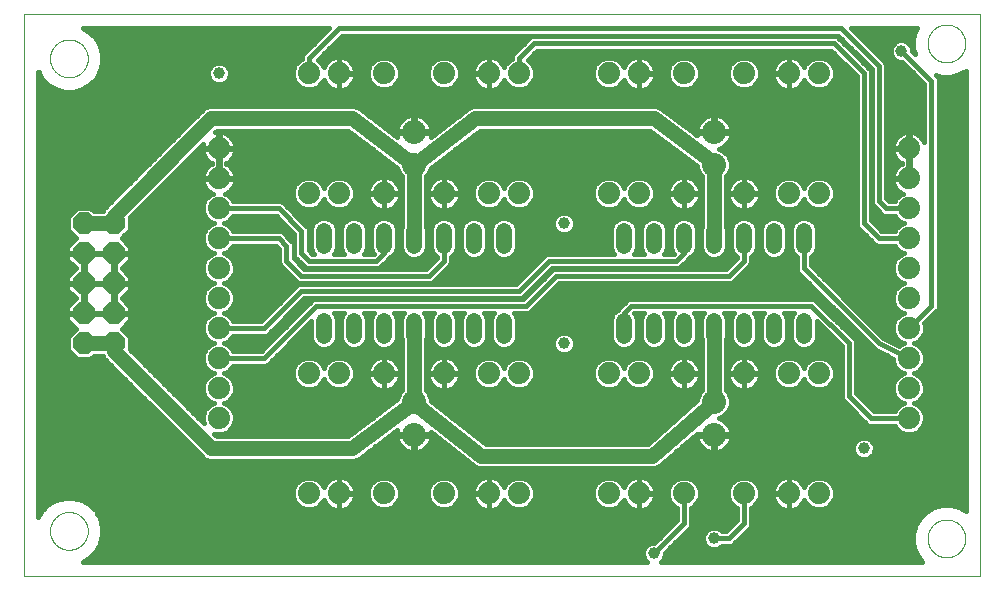
<source format=gbl>
G75*
%MOIN*%
%OFA0B0*%
%FSLAX25Y25*%
%IPPOS*%
%LPD*%
%AMOC8*
5,1,8,0,0,1.08239X$1,22.5*
%
%ADD10C,0.00000*%
%ADD11C,0.05200*%
%ADD12C,0.07400*%
%ADD13C,0.08000*%
%ADD14OC8,0.07400*%
%ADD15C,0.03962*%
%ADD16C,0.01600*%
%ADD17C,0.05000*%
D10*
X0003050Y0001000D02*
X0003050Y0188461D01*
X0321751Y0188461D01*
X0321751Y0001000D01*
X0003050Y0001000D01*
X0011751Y0016000D02*
X0011753Y0016158D01*
X0011759Y0016316D01*
X0011769Y0016474D01*
X0011783Y0016632D01*
X0011801Y0016789D01*
X0011822Y0016946D01*
X0011848Y0017102D01*
X0011878Y0017258D01*
X0011911Y0017413D01*
X0011949Y0017566D01*
X0011990Y0017719D01*
X0012035Y0017871D01*
X0012084Y0018022D01*
X0012137Y0018171D01*
X0012193Y0018319D01*
X0012253Y0018465D01*
X0012317Y0018610D01*
X0012385Y0018753D01*
X0012456Y0018895D01*
X0012530Y0019035D01*
X0012608Y0019172D01*
X0012690Y0019308D01*
X0012774Y0019442D01*
X0012863Y0019573D01*
X0012954Y0019702D01*
X0013049Y0019829D01*
X0013146Y0019954D01*
X0013247Y0020076D01*
X0013351Y0020195D01*
X0013458Y0020312D01*
X0013568Y0020426D01*
X0013681Y0020537D01*
X0013796Y0020646D01*
X0013914Y0020751D01*
X0014035Y0020853D01*
X0014158Y0020953D01*
X0014284Y0021049D01*
X0014412Y0021142D01*
X0014542Y0021232D01*
X0014675Y0021318D01*
X0014810Y0021402D01*
X0014946Y0021481D01*
X0015085Y0021558D01*
X0015226Y0021630D01*
X0015368Y0021700D01*
X0015512Y0021765D01*
X0015658Y0021827D01*
X0015805Y0021885D01*
X0015954Y0021940D01*
X0016104Y0021991D01*
X0016255Y0022038D01*
X0016407Y0022081D01*
X0016560Y0022120D01*
X0016715Y0022156D01*
X0016870Y0022187D01*
X0017026Y0022215D01*
X0017182Y0022239D01*
X0017339Y0022259D01*
X0017497Y0022275D01*
X0017654Y0022287D01*
X0017813Y0022295D01*
X0017971Y0022299D01*
X0018129Y0022299D01*
X0018287Y0022295D01*
X0018446Y0022287D01*
X0018603Y0022275D01*
X0018761Y0022259D01*
X0018918Y0022239D01*
X0019074Y0022215D01*
X0019230Y0022187D01*
X0019385Y0022156D01*
X0019540Y0022120D01*
X0019693Y0022081D01*
X0019845Y0022038D01*
X0019996Y0021991D01*
X0020146Y0021940D01*
X0020295Y0021885D01*
X0020442Y0021827D01*
X0020588Y0021765D01*
X0020732Y0021700D01*
X0020874Y0021630D01*
X0021015Y0021558D01*
X0021154Y0021481D01*
X0021290Y0021402D01*
X0021425Y0021318D01*
X0021558Y0021232D01*
X0021688Y0021142D01*
X0021816Y0021049D01*
X0021942Y0020953D01*
X0022065Y0020853D01*
X0022186Y0020751D01*
X0022304Y0020646D01*
X0022419Y0020537D01*
X0022532Y0020426D01*
X0022642Y0020312D01*
X0022749Y0020195D01*
X0022853Y0020076D01*
X0022954Y0019954D01*
X0023051Y0019829D01*
X0023146Y0019702D01*
X0023237Y0019573D01*
X0023326Y0019442D01*
X0023410Y0019308D01*
X0023492Y0019172D01*
X0023570Y0019035D01*
X0023644Y0018895D01*
X0023715Y0018753D01*
X0023783Y0018610D01*
X0023847Y0018465D01*
X0023907Y0018319D01*
X0023963Y0018171D01*
X0024016Y0018022D01*
X0024065Y0017871D01*
X0024110Y0017719D01*
X0024151Y0017566D01*
X0024189Y0017413D01*
X0024222Y0017258D01*
X0024252Y0017102D01*
X0024278Y0016946D01*
X0024299Y0016789D01*
X0024317Y0016632D01*
X0024331Y0016474D01*
X0024341Y0016316D01*
X0024347Y0016158D01*
X0024349Y0016000D01*
X0024347Y0015842D01*
X0024341Y0015684D01*
X0024331Y0015526D01*
X0024317Y0015368D01*
X0024299Y0015211D01*
X0024278Y0015054D01*
X0024252Y0014898D01*
X0024222Y0014742D01*
X0024189Y0014587D01*
X0024151Y0014434D01*
X0024110Y0014281D01*
X0024065Y0014129D01*
X0024016Y0013978D01*
X0023963Y0013829D01*
X0023907Y0013681D01*
X0023847Y0013535D01*
X0023783Y0013390D01*
X0023715Y0013247D01*
X0023644Y0013105D01*
X0023570Y0012965D01*
X0023492Y0012828D01*
X0023410Y0012692D01*
X0023326Y0012558D01*
X0023237Y0012427D01*
X0023146Y0012298D01*
X0023051Y0012171D01*
X0022954Y0012046D01*
X0022853Y0011924D01*
X0022749Y0011805D01*
X0022642Y0011688D01*
X0022532Y0011574D01*
X0022419Y0011463D01*
X0022304Y0011354D01*
X0022186Y0011249D01*
X0022065Y0011147D01*
X0021942Y0011047D01*
X0021816Y0010951D01*
X0021688Y0010858D01*
X0021558Y0010768D01*
X0021425Y0010682D01*
X0021290Y0010598D01*
X0021154Y0010519D01*
X0021015Y0010442D01*
X0020874Y0010370D01*
X0020732Y0010300D01*
X0020588Y0010235D01*
X0020442Y0010173D01*
X0020295Y0010115D01*
X0020146Y0010060D01*
X0019996Y0010009D01*
X0019845Y0009962D01*
X0019693Y0009919D01*
X0019540Y0009880D01*
X0019385Y0009844D01*
X0019230Y0009813D01*
X0019074Y0009785D01*
X0018918Y0009761D01*
X0018761Y0009741D01*
X0018603Y0009725D01*
X0018446Y0009713D01*
X0018287Y0009705D01*
X0018129Y0009701D01*
X0017971Y0009701D01*
X0017813Y0009705D01*
X0017654Y0009713D01*
X0017497Y0009725D01*
X0017339Y0009741D01*
X0017182Y0009761D01*
X0017026Y0009785D01*
X0016870Y0009813D01*
X0016715Y0009844D01*
X0016560Y0009880D01*
X0016407Y0009919D01*
X0016255Y0009962D01*
X0016104Y0010009D01*
X0015954Y0010060D01*
X0015805Y0010115D01*
X0015658Y0010173D01*
X0015512Y0010235D01*
X0015368Y0010300D01*
X0015226Y0010370D01*
X0015085Y0010442D01*
X0014946Y0010519D01*
X0014810Y0010598D01*
X0014675Y0010682D01*
X0014542Y0010768D01*
X0014412Y0010858D01*
X0014284Y0010951D01*
X0014158Y0011047D01*
X0014035Y0011147D01*
X0013914Y0011249D01*
X0013796Y0011354D01*
X0013681Y0011463D01*
X0013568Y0011574D01*
X0013458Y0011688D01*
X0013351Y0011805D01*
X0013247Y0011924D01*
X0013146Y0012046D01*
X0013049Y0012171D01*
X0012954Y0012298D01*
X0012863Y0012427D01*
X0012774Y0012558D01*
X0012690Y0012692D01*
X0012608Y0012828D01*
X0012530Y0012965D01*
X0012456Y0013105D01*
X0012385Y0013247D01*
X0012317Y0013390D01*
X0012253Y0013535D01*
X0012193Y0013681D01*
X0012137Y0013829D01*
X0012084Y0013978D01*
X0012035Y0014129D01*
X0011990Y0014281D01*
X0011949Y0014434D01*
X0011911Y0014587D01*
X0011878Y0014742D01*
X0011848Y0014898D01*
X0011822Y0015054D01*
X0011801Y0015211D01*
X0011783Y0015368D01*
X0011769Y0015526D01*
X0011759Y0015684D01*
X0011753Y0015842D01*
X0011751Y0016000D01*
X0011751Y0173500D02*
X0011753Y0173658D01*
X0011759Y0173816D01*
X0011769Y0173974D01*
X0011783Y0174132D01*
X0011801Y0174289D01*
X0011822Y0174446D01*
X0011848Y0174602D01*
X0011878Y0174758D01*
X0011911Y0174913D01*
X0011949Y0175066D01*
X0011990Y0175219D01*
X0012035Y0175371D01*
X0012084Y0175522D01*
X0012137Y0175671D01*
X0012193Y0175819D01*
X0012253Y0175965D01*
X0012317Y0176110D01*
X0012385Y0176253D01*
X0012456Y0176395D01*
X0012530Y0176535D01*
X0012608Y0176672D01*
X0012690Y0176808D01*
X0012774Y0176942D01*
X0012863Y0177073D01*
X0012954Y0177202D01*
X0013049Y0177329D01*
X0013146Y0177454D01*
X0013247Y0177576D01*
X0013351Y0177695D01*
X0013458Y0177812D01*
X0013568Y0177926D01*
X0013681Y0178037D01*
X0013796Y0178146D01*
X0013914Y0178251D01*
X0014035Y0178353D01*
X0014158Y0178453D01*
X0014284Y0178549D01*
X0014412Y0178642D01*
X0014542Y0178732D01*
X0014675Y0178818D01*
X0014810Y0178902D01*
X0014946Y0178981D01*
X0015085Y0179058D01*
X0015226Y0179130D01*
X0015368Y0179200D01*
X0015512Y0179265D01*
X0015658Y0179327D01*
X0015805Y0179385D01*
X0015954Y0179440D01*
X0016104Y0179491D01*
X0016255Y0179538D01*
X0016407Y0179581D01*
X0016560Y0179620D01*
X0016715Y0179656D01*
X0016870Y0179687D01*
X0017026Y0179715D01*
X0017182Y0179739D01*
X0017339Y0179759D01*
X0017497Y0179775D01*
X0017654Y0179787D01*
X0017813Y0179795D01*
X0017971Y0179799D01*
X0018129Y0179799D01*
X0018287Y0179795D01*
X0018446Y0179787D01*
X0018603Y0179775D01*
X0018761Y0179759D01*
X0018918Y0179739D01*
X0019074Y0179715D01*
X0019230Y0179687D01*
X0019385Y0179656D01*
X0019540Y0179620D01*
X0019693Y0179581D01*
X0019845Y0179538D01*
X0019996Y0179491D01*
X0020146Y0179440D01*
X0020295Y0179385D01*
X0020442Y0179327D01*
X0020588Y0179265D01*
X0020732Y0179200D01*
X0020874Y0179130D01*
X0021015Y0179058D01*
X0021154Y0178981D01*
X0021290Y0178902D01*
X0021425Y0178818D01*
X0021558Y0178732D01*
X0021688Y0178642D01*
X0021816Y0178549D01*
X0021942Y0178453D01*
X0022065Y0178353D01*
X0022186Y0178251D01*
X0022304Y0178146D01*
X0022419Y0178037D01*
X0022532Y0177926D01*
X0022642Y0177812D01*
X0022749Y0177695D01*
X0022853Y0177576D01*
X0022954Y0177454D01*
X0023051Y0177329D01*
X0023146Y0177202D01*
X0023237Y0177073D01*
X0023326Y0176942D01*
X0023410Y0176808D01*
X0023492Y0176672D01*
X0023570Y0176535D01*
X0023644Y0176395D01*
X0023715Y0176253D01*
X0023783Y0176110D01*
X0023847Y0175965D01*
X0023907Y0175819D01*
X0023963Y0175671D01*
X0024016Y0175522D01*
X0024065Y0175371D01*
X0024110Y0175219D01*
X0024151Y0175066D01*
X0024189Y0174913D01*
X0024222Y0174758D01*
X0024252Y0174602D01*
X0024278Y0174446D01*
X0024299Y0174289D01*
X0024317Y0174132D01*
X0024331Y0173974D01*
X0024341Y0173816D01*
X0024347Y0173658D01*
X0024349Y0173500D01*
X0024347Y0173342D01*
X0024341Y0173184D01*
X0024331Y0173026D01*
X0024317Y0172868D01*
X0024299Y0172711D01*
X0024278Y0172554D01*
X0024252Y0172398D01*
X0024222Y0172242D01*
X0024189Y0172087D01*
X0024151Y0171934D01*
X0024110Y0171781D01*
X0024065Y0171629D01*
X0024016Y0171478D01*
X0023963Y0171329D01*
X0023907Y0171181D01*
X0023847Y0171035D01*
X0023783Y0170890D01*
X0023715Y0170747D01*
X0023644Y0170605D01*
X0023570Y0170465D01*
X0023492Y0170328D01*
X0023410Y0170192D01*
X0023326Y0170058D01*
X0023237Y0169927D01*
X0023146Y0169798D01*
X0023051Y0169671D01*
X0022954Y0169546D01*
X0022853Y0169424D01*
X0022749Y0169305D01*
X0022642Y0169188D01*
X0022532Y0169074D01*
X0022419Y0168963D01*
X0022304Y0168854D01*
X0022186Y0168749D01*
X0022065Y0168647D01*
X0021942Y0168547D01*
X0021816Y0168451D01*
X0021688Y0168358D01*
X0021558Y0168268D01*
X0021425Y0168182D01*
X0021290Y0168098D01*
X0021154Y0168019D01*
X0021015Y0167942D01*
X0020874Y0167870D01*
X0020732Y0167800D01*
X0020588Y0167735D01*
X0020442Y0167673D01*
X0020295Y0167615D01*
X0020146Y0167560D01*
X0019996Y0167509D01*
X0019845Y0167462D01*
X0019693Y0167419D01*
X0019540Y0167380D01*
X0019385Y0167344D01*
X0019230Y0167313D01*
X0019074Y0167285D01*
X0018918Y0167261D01*
X0018761Y0167241D01*
X0018603Y0167225D01*
X0018446Y0167213D01*
X0018287Y0167205D01*
X0018129Y0167201D01*
X0017971Y0167201D01*
X0017813Y0167205D01*
X0017654Y0167213D01*
X0017497Y0167225D01*
X0017339Y0167241D01*
X0017182Y0167261D01*
X0017026Y0167285D01*
X0016870Y0167313D01*
X0016715Y0167344D01*
X0016560Y0167380D01*
X0016407Y0167419D01*
X0016255Y0167462D01*
X0016104Y0167509D01*
X0015954Y0167560D01*
X0015805Y0167615D01*
X0015658Y0167673D01*
X0015512Y0167735D01*
X0015368Y0167800D01*
X0015226Y0167870D01*
X0015085Y0167942D01*
X0014946Y0168019D01*
X0014810Y0168098D01*
X0014675Y0168182D01*
X0014542Y0168268D01*
X0014412Y0168358D01*
X0014284Y0168451D01*
X0014158Y0168547D01*
X0014035Y0168647D01*
X0013914Y0168749D01*
X0013796Y0168854D01*
X0013681Y0168963D01*
X0013568Y0169074D01*
X0013458Y0169188D01*
X0013351Y0169305D01*
X0013247Y0169424D01*
X0013146Y0169546D01*
X0013049Y0169671D01*
X0012954Y0169798D01*
X0012863Y0169927D01*
X0012774Y0170058D01*
X0012690Y0170192D01*
X0012608Y0170328D01*
X0012530Y0170465D01*
X0012456Y0170605D01*
X0012385Y0170747D01*
X0012317Y0170890D01*
X0012253Y0171035D01*
X0012193Y0171181D01*
X0012137Y0171329D01*
X0012084Y0171478D01*
X0012035Y0171629D01*
X0011990Y0171781D01*
X0011949Y0171934D01*
X0011911Y0172087D01*
X0011878Y0172242D01*
X0011848Y0172398D01*
X0011822Y0172554D01*
X0011801Y0172711D01*
X0011783Y0172868D01*
X0011769Y0173026D01*
X0011759Y0173184D01*
X0011753Y0173342D01*
X0011751Y0173500D01*
X0304251Y0178500D02*
X0304253Y0178658D01*
X0304259Y0178816D01*
X0304269Y0178974D01*
X0304283Y0179132D01*
X0304301Y0179289D01*
X0304322Y0179446D01*
X0304348Y0179602D01*
X0304378Y0179758D01*
X0304411Y0179913D01*
X0304449Y0180066D01*
X0304490Y0180219D01*
X0304535Y0180371D01*
X0304584Y0180522D01*
X0304637Y0180671D01*
X0304693Y0180819D01*
X0304753Y0180965D01*
X0304817Y0181110D01*
X0304885Y0181253D01*
X0304956Y0181395D01*
X0305030Y0181535D01*
X0305108Y0181672D01*
X0305190Y0181808D01*
X0305274Y0181942D01*
X0305363Y0182073D01*
X0305454Y0182202D01*
X0305549Y0182329D01*
X0305646Y0182454D01*
X0305747Y0182576D01*
X0305851Y0182695D01*
X0305958Y0182812D01*
X0306068Y0182926D01*
X0306181Y0183037D01*
X0306296Y0183146D01*
X0306414Y0183251D01*
X0306535Y0183353D01*
X0306658Y0183453D01*
X0306784Y0183549D01*
X0306912Y0183642D01*
X0307042Y0183732D01*
X0307175Y0183818D01*
X0307310Y0183902D01*
X0307446Y0183981D01*
X0307585Y0184058D01*
X0307726Y0184130D01*
X0307868Y0184200D01*
X0308012Y0184265D01*
X0308158Y0184327D01*
X0308305Y0184385D01*
X0308454Y0184440D01*
X0308604Y0184491D01*
X0308755Y0184538D01*
X0308907Y0184581D01*
X0309060Y0184620D01*
X0309215Y0184656D01*
X0309370Y0184687D01*
X0309526Y0184715D01*
X0309682Y0184739D01*
X0309839Y0184759D01*
X0309997Y0184775D01*
X0310154Y0184787D01*
X0310313Y0184795D01*
X0310471Y0184799D01*
X0310629Y0184799D01*
X0310787Y0184795D01*
X0310946Y0184787D01*
X0311103Y0184775D01*
X0311261Y0184759D01*
X0311418Y0184739D01*
X0311574Y0184715D01*
X0311730Y0184687D01*
X0311885Y0184656D01*
X0312040Y0184620D01*
X0312193Y0184581D01*
X0312345Y0184538D01*
X0312496Y0184491D01*
X0312646Y0184440D01*
X0312795Y0184385D01*
X0312942Y0184327D01*
X0313088Y0184265D01*
X0313232Y0184200D01*
X0313374Y0184130D01*
X0313515Y0184058D01*
X0313654Y0183981D01*
X0313790Y0183902D01*
X0313925Y0183818D01*
X0314058Y0183732D01*
X0314188Y0183642D01*
X0314316Y0183549D01*
X0314442Y0183453D01*
X0314565Y0183353D01*
X0314686Y0183251D01*
X0314804Y0183146D01*
X0314919Y0183037D01*
X0315032Y0182926D01*
X0315142Y0182812D01*
X0315249Y0182695D01*
X0315353Y0182576D01*
X0315454Y0182454D01*
X0315551Y0182329D01*
X0315646Y0182202D01*
X0315737Y0182073D01*
X0315826Y0181942D01*
X0315910Y0181808D01*
X0315992Y0181672D01*
X0316070Y0181535D01*
X0316144Y0181395D01*
X0316215Y0181253D01*
X0316283Y0181110D01*
X0316347Y0180965D01*
X0316407Y0180819D01*
X0316463Y0180671D01*
X0316516Y0180522D01*
X0316565Y0180371D01*
X0316610Y0180219D01*
X0316651Y0180066D01*
X0316689Y0179913D01*
X0316722Y0179758D01*
X0316752Y0179602D01*
X0316778Y0179446D01*
X0316799Y0179289D01*
X0316817Y0179132D01*
X0316831Y0178974D01*
X0316841Y0178816D01*
X0316847Y0178658D01*
X0316849Y0178500D01*
X0316847Y0178342D01*
X0316841Y0178184D01*
X0316831Y0178026D01*
X0316817Y0177868D01*
X0316799Y0177711D01*
X0316778Y0177554D01*
X0316752Y0177398D01*
X0316722Y0177242D01*
X0316689Y0177087D01*
X0316651Y0176934D01*
X0316610Y0176781D01*
X0316565Y0176629D01*
X0316516Y0176478D01*
X0316463Y0176329D01*
X0316407Y0176181D01*
X0316347Y0176035D01*
X0316283Y0175890D01*
X0316215Y0175747D01*
X0316144Y0175605D01*
X0316070Y0175465D01*
X0315992Y0175328D01*
X0315910Y0175192D01*
X0315826Y0175058D01*
X0315737Y0174927D01*
X0315646Y0174798D01*
X0315551Y0174671D01*
X0315454Y0174546D01*
X0315353Y0174424D01*
X0315249Y0174305D01*
X0315142Y0174188D01*
X0315032Y0174074D01*
X0314919Y0173963D01*
X0314804Y0173854D01*
X0314686Y0173749D01*
X0314565Y0173647D01*
X0314442Y0173547D01*
X0314316Y0173451D01*
X0314188Y0173358D01*
X0314058Y0173268D01*
X0313925Y0173182D01*
X0313790Y0173098D01*
X0313654Y0173019D01*
X0313515Y0172942D01*
X0313374Y0172870D01*
X0313232Y0172800D01*
X0313088Y0172735D01*
X0312942Y0172673D01*
X0312795Y0172615D01*
X0312646Y0172560D01*
X0312496Y0172509D01*
X0312345Y0172462D01*
X0312193Y0172419D01*
X0312040Y0172380D01*
X0311885Y0172344D01*
X0311730Y0172313D01*
X0311574Y0172285D01*
X0311418Y0172261D01*
X0311261Y0172241D01*
X0311103Y0172225D01*
X0310946Y0172213D01*
X0310787Y0172205D01*
X0310629Y0172201D01*
X0310471Y0172201D01*
X0310313Y0172205D01*
X0310154Y0172213D01*
X0309997Y0172225D01*
X0309839Y0172241D01*
X0309682Y0172261D01*
X0309526Y0172285D01*
X0309370Y0172313D01*
X0309215Y0172344D01*
X0309060Y0172380D01*
X0308907Y0172419D01*
X0308755Y0172462D01*
X0308604Y0172509D01*
X0308454Y0172560D01*
X0308305Y0172615D01*
X0308158Y0172673D01*
X0308012Y0172735D01*
X0307868Y0172800D01*
X0307726Y0172870D01*
X0307585Y0172942D01*
X0307446Y0173019D01*
X0307310Y0173098D01*
X0307175Y0173182D01*
X0307042Y0173268D01*
X0306912Y0173358D01*
X0306784Y0173451D01*
X0306658Y0173547D01*
X0306535Y0173647D01*
X0306414Y0173749D01*
X0306296Y0173854D01*
X0306181Y0173963D01*
X0306068Y0174074D01*
X0305958Y0174188D01*
X0305851Y0174305D01*
X0305747Y0174424D01*
X0305646Y0174546D01*
X0305549Y0174671D01*
X0305454Y0174798D01*
X0305363Y0174927D01*
X0305274Y0175058D01*
X0305190Y0175192D01*
X0305108Y0175328D01*
X0305030Y0175465D01*
X0304956Y0175605D01*
X0304885Y0175747D01*
X0304817Y0175890D01*
X0304753Y0176035D01*
X0304693Y0176181D01*
X0304637Y0176329D01*
X0304584Y0176478D01*
X0304535Y0176629D01*
X0304490Y0176781D01*
X0304449Y0176934D01*
X0304411Y0177087D01*
X0304378Y0177242D01*
X0304348Y0177398D01*
X0304322Y0177554D01*
X0304301Y0177711D01*
X0304283Y0177868D01*
X0304269Y0178026D01*
X0304259Y0178184D01*
X0304253Y0178342D01*
X0304251Y0178500D01*
X0304251Y0013500D02*
X0304253Y0013658D01*
X0304259Y0013816D01*
X0304269Y0013974D01*
X0304283Y0014132D01*
X0304301Y0014289D01*
X0304322Y0014446D01*
X0304348Y0014602D01*
X0304378Y0014758D01*
X0304411Y0014913D01*
X0304449Y0015066D01*
X0304490Y0015219D01*
X0304535Y0015371D01*
X0304584Y0015522D01*
X0304637Y0015671D01*
X0304693Y0015819D01*
X0304753Y0015965D01*
X0304817Y0016110D01*
X0304885Y0016253D01*
X0304956Y0016395D01*
X0305030Y0016535D01*
X0305108Y0016672D01*
X0305190Y0016808D01*
X0305274Y0016942D01*
X0305363Y0017073D01*
X0305454Y0017202D01*
X0305549Y0017329D01*
X0305646Y0017454D01*
X0305747Y0017576D01*
X0305851Y0017695D01*
X0305958Y0017812D01*
X0306068Y0017926D01*
X0306181Y0018037D01*
X0306296Y0018146D01*
X0306414Y0018251D01*
X0306535Y0018353D01*
X0306658Y0018453D01*
X0306784Y0018549D01*
X0306912Y0018642D01*
X0307042Y0018732D01*
X0307175Y0018818D01*
X0307310Y0018902D01*
X0307446Y0018981D01*
X0307585Y0019058D01*
X0307726Y0019130D01*
X0307868Y0019200D01*
X0308012Y0019265D01*
X0308158Y0019327D01*
X0308305Y0019385D01*
X0308454Y0019440D01*
X0308604Y0019491D01*
X0308755Y0019538D01*
X0308907Y0019581D01*
X0309060Y0019620D01*
X0309215Y0019656D01*
X0309370Y0019687D01*
X0309526Y0019715D01*
X0309682Y0019739D01*
X0309839Y0019759D01*
X0309997Y0019775D01*
X0310154Y0019787D01*
X0310313Y0019795D01*
X0310471Y0019799D01*
X0310629Y0019799D01*
X0310787Y0019795D01*
X0310946Y0019787D01*
X0311103Y0019775D01*
X0311261Y0019759D01*
X0311418Y0019739D01*
X0311574Y0019715D01*
X0311730Y0019687D01*
X0311885Y0019656D01*
X0312040Y0019620D01*
X0312193Y0019581D01*
X0312345Y0019538D01*
X0312496Y0019491D01*
X0312646Y0019440D01*
X0312795Y0019385D01*
X0312942Y0019327D01*
X0313088Y0019265D01*
X0313232Y0019200D01*
X0313374Y0019130D01*
X0313515Y0019058D01*
X0313654Y0018981D01*
X0313790Y0018902D01*
X0313925Y0018818D01*
X0314058Y0018732D01*
X0314188Y0018642D01*
X0314316Y0018549D01*
X0314442Y0018453D01*
X0314565Y0018353D01*
X0314686Y0018251D01*
X0314804Y0018146D01*
X0314919Y0018037D01*
X0315032Y0017926D01*
X0315142Y0017812D01*
X0315249Y0017695D01*
X0315353Y0017576D01*
X0315454Y0017454D01*
X0315551Y0017329D01*
X0315646Y0017202D01*
X0315737Y0017073D01*
X0315826Y0016942D01*
X0315910Y0016808D01*
X0315992Y0016672D01*
X0316070Y0016535D01*
X0316144Y0016395D01*
X0316215Y0016253D01*
X0316283Y0016110D01*
X0316347Y0015965D01*
X0316407Y0015819D01*
X0316463Y0015671D01*
X0316516Y0015522D01*
X0316565Y0015371D01*
X0316610Y0015219D01*
X0316651Y0015066D01*
X0316689Y0014913D01*
X0316722Y0014758D01*
X0316752Y0014602D01*
X0316778Y0014446D01*
X0316799Y0014289D01*
X0316817Y0014132D01*
X0316831Y0013974D01*
X0316841Y0013816D01*
X0316847Y0013658D01*
X0316849Y0013500D01*
X0316847Y0013342D01*
X0316841Y0013184D01*
X0316831Y0013026D01*
X0316817Y0012868D01*
X0316799Y0012711D01*
X0316778Y0012554D01*
X0316752Y0012398D01*
X0316722Y0012242D01*
X0316689Y0012087D01*
X0316651Y0011934D01*
X0316610Y0011781D01*
X0316565Y0011629D01*
X0316516Y0011478D01*
X0316463Y0011329D01*
X0316407Y0011181D01*
X0316347Y0011035D01*
X0316283Y0010890D01*
X0316215Y0010747D01*
X0316144Y0010605D01*
X0316070Y0010465D01*
X0315992Y0010328D01*
X0315910Y0010192D01*
X0315826Y0010058D01*
X0315737Y0009927D01*
X0315646Y0009798D01*
X0315551Y0009671D01*
X0315454Y0009546D01*
X0315353Y0009424D01*
X0315249Y0009305D01*
X0315142Y0009188D01*
X0315032Y0009074D01*
X0314919Y0008963D01*
X0314804Y0008854D01*
X0314686Y0008749D01*
X0314565Y0008647D01*
X0314442Y0008547D01*
X0314316Y0008451D01*
X0314188Y0008358D01*
X0314058Y0008268D01*
X0313925Y0008182D01*
X0313790Y0008098D01*
X0313654Y0008019D01*
X0313515Y0007942D01*
X0313374Y0007870D01*
X0313232Y0007800D01*
X0313088Y0007735D01*
X0312942Y0007673D01*
X0312795Y0007615D01*
X0312646Y0007560D01*
X0312496Y0007509D01*
X0312345Y0007462D01*
X0312193Y0007419D01*
X0312040Y0007380D01*
X0311885Y0007344D01*
X0311730Y0007313D01*
X0311574Y0007285D01*
X0311418Y0007261D01*
X0311261Y0007241D01*
X0311103Y0007225D01*
X0310946Y0007213D01*
X0310787Y0007205D01*
X0310629Y0007201D01*
X0310471Y0007201D01*
X0310313Y0007205D01*
X0310154Y0007213D01*
X0309997Y0007225D01*
X0309839Y0007241D01*
X0309682Y0007261D01*
X0309526Y0007285D01*
X0309370Y0007313D01*
X0309215Y0007344D01*
X0309060Y0007380D01*
X0308907Y0007419D01*
X0308755Y0007462D01*
X0308604Y0007509D01*
X0308454Y0007560D01*
X0308305Y0007615D01*
X0308158Y0007673D01*
X0308012Y0007735D01*
X0307868Y0007800D01*
X0307726Y0007870D01*
X0307585Y0007942D01*
X0307446Y0008019D01*
X0307310Y0008098D01*
X0307175Y0008182D01*
X0307042Y0008268D01*
X0306912Y0008358D01*
X0306784Y0008451D01*
X0306658Y0008547D01*
X0306535Y0008647D01*
X0306414Y0008749D01*
X0306296Y0008854D01*
X0306181Y0008963D01*
X0306068Y0009074D01*
X0305958Y0009188D01*
X0305851Y0009305D01*
X0305747Y0009424D01*
X0305646Y0009546D01*
X0305549Y0009671D01*
X0305454Y0009798D01*
X0305363Y0009927D01*
X0305274Y0010058D01*
X0305190Y0010192D01*
X0305108Y0010328D01*
X0305030Y0010465D01*
X0304956Y0010605D01*
X0304885Y0010747D01*
X0304817Y0010890D01*
X0304753Y0011035D01*
X0304693Y0011181D01*
X0304637Y0011329D01*
X0304584Y0011478D01*
X0304535Y0011629D01*
X0304490Y0011781D01*
X0304449Y0011934D01*
X0304411Y0012087D01*
X0304378Y0012242D01*
X0304348Y0012398D01*
X0304322Y0012554D01*
X0304301Y0012711D01*
X0304283Y0012868D01*
X0304269Y0013026D01*
X0304259Y0013184D01*
X0304253Y0013342D01*
X0304251Y0013500D01*
D11*
X0263050Y0080900D02*
X0263050Y0086100D01*
X0253050Y0086100D02*
X0253050Y0080900D01*
X0243050Y0080900D02*
X0243050Y0086100D01*
X0233050Y0086100D02*
X0233050Y0080900D01*
X0223050Y0080900D02*
X0223050Y0086100D01*
X0213050Y0086100D02*
X0213050Y0080900D01*
X0203050Y0080900D02*
X0203050Y0086100D01*
X0163050Y0086100D02*
X0163050Y0080900D01*
X0153050Y0080900D02*
X0153050Y0086100D01*
X0143050Y0086100D02*
X0143050Y0080900D01*
X0133050Y0080900D02*
X0133050Y0086100D01*
X0123050Y0086100D02*
X0123050Y0080900D01*
X0113050Y0080900D02*
X0113050Y0086100D01*
X0103050Y0086100D02*
X0103050Y0080900D01*
X0103050Y0110900D02*
X0103050Y0116100D01*
X0113050Y0116100D02*
X0113050Y0110900D01*
X0123050Y0110900D02*
X0123050Y0116100D01*
X0133050Y0116100D02*
X0133050Y0110900D01*
X0143050Y0110900D02*
X0143050Y0116100D01*
X0153050Y0116100D02*
X0153050Y0110900D01*
X0163050Y0110900D02*
X0163050Y0116100D01*
X0203050Y0116100D02*
X0203050Y0110900D01*
X0213050Y0110900D02*
X0213050Y0116100D01*
X0223050Y0116100D02*
X0223050Y0110900D01*
X0233050Y0110900D02*
X0233050Y0116100D01*
X0243050Y0116100D02*
X0243050Y0110900D01*
X0253050Y0110900D02*
X0253050Y0116100D01*
X0263050Y0116100D02*
X0263050Y0110900D01*
D12*
X0258050Y0128500D03*
X0268050Y0128500D03*
X0243050Y0128500D03*
X0223050Y0128500D03*
X0208050Y0128500D03*
X0198050Y0128500D03*
X0168050Y0128500D03*
X0158050Y0128500D03*
X0143050Y0128500D03*
X0123050Y0128500D03*
X0108050Y0128500D03*
X0098050Y0128500D03*
X0068050Y0123500D03*
X0068050Y0113500D03*
X0068050Y0103500D03*
X0068050Y0093500D03*
X0068050Y0083500D03*
X0068050Y0073500D03*
X0068050Y0063500D03*
X0068050Y0053500D03*
X0098050Y0068500D03*
X0108050Y0068500D03*
X0123050Y0068500D03*
X0143050Y0068500D03*
X0158050Y0068500D03*
X0168050Y0068500D03*
X0198050Y0068500D03*
X0208050Y0068500D03*
X0223050Y0068500D03*
X0243050Y0068500D03*
X0258050Y0068500D03*
X0268050Y0068500D03*
X0298050Y0063500D03*
X0298050Y0073500D03*
X0298050Y0083500D03*
X0298050Y0093500D03*
X0298050Y0103500D03*
X0298050Y0113500D03*
X0298050Y0123500D03*
X0298050Y0133500D03*
X0298050Y0143500D03*
X0268050Y0168500D03*
X0258050Y0168500D03*
X0243050Y0168500D03*
X0223050Y0168500D03*
X0208050Y0168500D03*
X0198050Y0168500D03*
X0168050Y0168500D03*
X0158050Y0168500D03*
X0143050Y0168500D03*
X0123050Y0168500D03*
X0108050Y0168500D03*
X0098050Y0168500D03*
X0068050Y0143500D03*
X0068050Y0133500D03*
X0098050Y0028500D03*
X0108050Y0028500D03*
X0123050Y0028500D03*
X0143050Y0028500D03*
X0158050Y0028500D03*
X0168050Y0028500D03*
X0198050Y0028500D03*
X0208050Y0028500D03*
X0223050Y0028500D03*
X0243050Y0028500D03*
X0258050Y0028500D03*
X0268050Y0028500D03*
X0298050Y0053500D03*
D13*
X0233050Y0048000D03*
X0233050Y0059000D03*
X0133050Y0059000D03*
X0133050Y0048000D03*
X0133050Y0138000D03*
X0133050Y0149000D03*
X0233050Y0149000D03*
X0233050Y0138000D03*
D14*
X0033050Y0118500D03*
X0023050Y0118500D03*
X0023050Y0108500D03*
X0033050Y0108500D03*
X0033050Y0098500D03*
X0023050Y0098500D03*
X0023050Y0088500D03*
X0033050Y0088500D03*
X0033050Y0078500D03*
X0023050Y0078500D03*
D15*
X0068050Y0168500D03*
X0183050Y0118500D03*
X0183050Y0078500D03*
X0283050Y0043500D03*
X0233050Y0013500D03*
X0213050Y0008500D03*
X0295550Y0176000D03*
D16*
X0305550Y0166000D01*
X0305550Y0091000D01*
X0298050Y0083500D01*
X0293233Y0085721D02*
X0284223Y0085721D01*
X0285822Y0084123D02*
X0292750Y0084123D01*
X0292750Y0084554D02*
X0292750Y0082446D01*
X0293557Y0080498D01*
X0295048Y0079007D01*
X0296272Y0078500D01*
X0295048Y0077993D01*
X0294842Y0077787D01*
X0289472Y0080472D01*
X0265450Y0104494D01*
X0265450Y0107360D01*
X0266611Y0108521D01*
X0267250Y0110065D01*
X0267250Y0116935D01*
X0266611Y0118479D01*
X0265429Y0119661D01*
X0263885Y0120300D01*
X0262215Y0120300D01*
X0260671Y0119661D01*
X0259489Y0118479D01*
X0258850Y0116935D01*
X0258850Y0110065D01*
X0259489Y0108521D01*
X0260650Y0107360D01*
X0260650Y0103023D01*
X0261015Y0102141D01*
X0261691Y0101465D01*
X0286293Y0076863D01*
X0286550Y0076567D01*
X0286628Y0076528D01*
X0286691Y0076465D01*
X0287053Y0076315D01*
X0292750Y0073467D01*
X0292750Y0072446D01*
X0293557Y0070498D01*
X0295048Y0069007D01*
X0296272Y0068500D01*
X0295048Y0067993D01*
X0293557Y0066502D01*
X0292750Y0064554D01*
X0292750Y0062446D01*
X0293557Y0060498D01*
X0295048Y0059007D01*
X0296272Y0058500D01*
X0295048Y0057993D01*
X0293557Y0056502D01*
X0293307Y0055900D01*
X0286544Y0055900D01*
X0280450Y0061994D01*
X0280450Y0078977D01*
X0280085Y0079859D01*
X0279409Y0080535D01*
X0266909Y0093035D01*
X0266027Y0093400D01*
X0205073Y0093400D01*
X0204191Y0093035D01*
X0203515Y0092359D01*
X0201015Y0089859D01*
X0200987Y0089792D01*
X0200671Y0089661D01*
X0199489Y0088479D01*
X0198850Y0086935D01*
X0198850Y0080065D01*
X0199489Y0078521D01*
X0200671Y0077339D01*
X0202215Y0076700D01*
X0203885Y0076700D01*
X0205429Y0077339D01*
X0206611Y0078521D01*
X0207250Y0080065D01*
X0207250Y0086935D01*
X0206611Y0088479D01*
X0206517Y0088573D01*
X0206544Y0088600D01*
X0209610Y0088600D01*
X0209489Y0088479D01*
X0208850Y0086935D01*
X0208850Y0080065D01*
X0209489Y0078521D01*
X0210671Y0077339D01*
X0212215Y0076700D01*
X0213885Y0076700D01*
X0215429Y0077339D01*
X0216611Y0078521D01*
X0217250Y0080065D01*
X0217250Y0086935D01*
X0216611Y0088479D01*
X0216490Y0088600D01*
X0219610Y0088600D01*
X0219489Y0088479D01*
X0218850Y0086935D01*
X0218850Y0080065D01*
X0219489Y0078521D01*
X0220671Y0077339D01*
X0222215Y0076700D01*
X0223885Y0076700D01*
X0225429Y0077339D01*
X0226611Y0078521D01*
X0227250Y0080065D01*
X0227250Y0086935D01*
X0226611Y0088479D01*
X0226490Y0088600D01*
X0229610Y0088600D01*
X0229489Y0088479D01*
X0228850Y0086935D01*
X0228850Y0080065D01*
X0228950Y0079823D01*
X0228950Y0062820D01*
X0228303Y0062172D01*
X0227450Y0060114D01*
X0227450Y0059539D01*
X0211005Y0045100D01*
X0156957Y0045100D01*
X0138650Y0059339D01*
X0138650Y0060114D01*
X0137797Y0062172D01*
X0137150Y0062820D01*
X0137150Y0079823D01*
X0137250Y0080065D01*
X0137250Y0086935D01*
X0136611Y0088479D01*
X0136490Y0088600D01*
X0139610Y0088600D01*
X0139489Y0088479D01*
X0138850Y0086935D01*
X0138850Y0080065D01*
X0139489Y0078521D01*
X0140671Y0077339D01*
X0142215Y0076700D01*
X0143885Y0076700D01*
X0145429Y0077339D01*
X0146611Y0078521D01*
X0147250Y0080065D01*
X0147250Y0086935D01*
X0146611Y0088479D01*
X0146490Y0088600D01*
X0149610Y0088600D01*
X0149489Y0088479D01*
X0148850Y0086935D01*
X0148850Y0080065D01*
X0149489Y0078521D01*
X0150671Y0077339D01*
X0152215Y0076700D01*
X0153885Y0076700D01*
X0155429Y0077339D01*
X0156611Y0078521D01*
X0157250Y0080065D01*
X0157250Y0086935D01*
X0156611Y0088479D01*
X0156490Y0088600D01*
X0159610Y0088600D01*
X0159489Y0088479D01*
X0158850Y0086935D01*
X0158850Y0080065D01*
X0159489Y0078521D01*
X0160671Y0077339D01*
X0162215Y0076700D01*
X0163885Y0076700D01*
X0165429Y0077339D01*
X0166611Y0078521D01*
X0167250Y0080065D01*
X0167250Y0086935D01*
X0166611Y0088479D01*
X0166490Y0088600D01*
X0171027Y0088600D01*
X0171909Y0088965D01*
X0181544Y0098600D01*
X0238527Y0098600D01*
X0239409Y0098965D01*
X0244409Y0103965D01*
X0245085Y0104641D01*
X0245450Y0105523D01*
X0245450Y0107360D01*
X0246611Y0108521D01*
X0247250Y0110065D01*
X0247250Y0116935D01*
X0246611Y0118479D01*
X0245429Y0119661D01*
X0243885Y0120300D01*
X0242215Y0120300D01*
X0240671Y0119661D01*
X0239489Y0118479D01*
X0238850Y0116935D01*
X0238850Y0110065D01*
X0239489Y0108521D01*
X0240650Y0107360D01*
X0240650Y0106994D01*
X0237056Y0103400D01*
X0180073Y0103400D01*
X0179191Y0103035D01*
X0178515Y0102359D01*
X0169556Y0093400D01*
X0100073Y0093400D01*
X0099191Y0093035D01*
X0098515Y0092359D01*
X0082056Y0075900D01*
X0072793Y0075900D01*
X0072543Y0076502D01*
X0071052Y0077993D01*
X0069828Y0078500D01*
X0071052Y0079007D01*
X0072543Y0080498D01*
X0072793Y0081100D01*
X0083527Y0081100D01*
X0084409Y0081465D01*
X0096544Y0093600D01*
X0168527Y0093600D01*
X0169409Y0093965D01*
X0179044Y0103600D01*
X0221027Y0103600D01*
X0221909Y0103965D01*
X0224409Y0106465D01*
X0225085Y0107141D01*
X0225113Y0107208D01*
X0225429Y0107339D01*
X0226611Y0108521D01*
X0227250Y0110065D01*
X0227250Y0116935D01*
X0226611Y0118479D01*
X0225429Y0119661D01*
X0223885Y0120300D01*
X0222215Y0120300D01*
X0220671Y0119661D01*
X0219489Y0118479D01*
X0218850Y0116935D01*
X0218850Y0110065D01*
X0219489Y0108521D01*
X0219583Y0108427D01*
X0219556Y0108400D01*
X0216490Y0108400D01*
X0216611Y0108521D01*
X0217250Y0110065D01*
X0217250Y0116935D01*
X0216611Y0118479D01*
X0215429Y0119661D01*
X0213885Y0120300D01*
X0212215Y0120300D01*
X0210671Y0119661D01*
X0209489Y0118479D01*
X0208850Y0116935D01*
X0208850Y0110065D01*
X0209489Y0108521D01*
X0209610Y0108400D01*
X0206490Y0108400D01*
X0206611Y0108521D01*
X0207250Y0110065D01*
X0207250Y0116935D01*
X0206611Y0118479D01*
X0205429Y0119661D01*
X0203885Y0120300D01*
X0202215Y0120300D01*
X0200671Y0119661D01*
X0199489Y0118479D01*
X0198850Y0116935D01*
X0198850Y0110065D01*
X0199489Y0108521D01*
X0199610Y0108400D01*
X0177573Y0108400D01*
X0176691Y0108035D01*
X0176015Y0107359D01*
X0167056Y0098400D01*
X0095073Y0098400D01*
X0094191Y0098035D01*
X0093515Y0097359D01*
X0082056Y0085900D01*
X0072793Y0085900D01*
X0072543Y0086502D01*
X0071052Y0087993D01*
X0069828Y0088500D01*
X0071052Y0089007D01*
X0072543Y0090498D01*
X0073350Y0092446D01*
X0073350Y0094554D01*
X0072543Y0096502D01*
X0071052Y0097993D01*
X0069828Y0098500D01*
X0071052Y0099007D01*
X0072543Y0100498D01*
X0073350Y0102446D01*
X0073350Y0104554D01*
X0072543Y0106502D01*
X0071052Y0107993D01*
X0069828Y0108500D01*
X0071052Y0109007D01*
X0072543Y0110498D01*
X0072793Y0111100D01*
X0087056Y0111100D01*
X0088150Y0110006D01*
X0088150Y0105523D01*
X0088515Y0104641D01*
X0093515Y0099641D01*
X0094191Y0098965D01*
X0095073Y0098600D01*
X0138527Y0098600D01*
X0139409Y0098965D01*
X0144409Y0103965D01*
X0145085Y0104641D01*
X0145450Y0105523D01*
X0145450Y0107360D01*
X0146611Y0108521D01*
X0147250Y0110065D01*
X0147250Y0116935D01*
X0146611Y0118479D01*
X0145429Y0119661D01*
X0143885Y0120300D01*
X0142215Y0120300D01*
X0140671Y0119661D01*
X0139489Y0118479D01*
X0138850Y0116935D01*
X0138850Y0110065D01*
X0139489Y0108521D01*
X0140650Y0107360D01*
X0140650Y0106994D01*
X0137056Y0103400D01*
X0096544Y0103400D01*
X0092950Y0106994D01*
X0092950Y0111477D01*
X0092585Y0112359D01*
X0091909Y0113035D01*
X0089409Y0115535D01*
X0088527Y0115900D01*
X0072793Y0115900D01*
X0072543Y0116502D01*
X0071052Y0117993D01*
X0069828Y0118500D01*
X0071052Y0119007D01*
X0072543Y0120498D01*
X0072793Y0121100D01*
X0087056Y0121100D01*
X0093150Y0115006D01*
X0093150Y0108023D01*
X0093515Y0107141D01*
X0096015Y0104641D01*
X0096691Y0103965D01*
X0097573Y0103600D01*
X0121027Y0103600D01*
X0121909Y0103965D01*
X0124409Y0106465D01*
X0125085Y0107141D01*
X0125113Y0107208D01*
X0125429Y0107339D01*
X0126611Y0108521D01*
X0127250Y0110065D01*
X0127250Y0116935D01*
X0126611Y0118479D01*
X0125429Y0119661D01*
X0123885Y0120300D01*
X0122215Y0120300D01*
X0120671Y0119661D01*
X0119489Y0118479D01*
X0118850Y0116935D01*
X0118850Y0110065D01*
X0119489Y0108521D01*
X0119583Y0108427D01*
X0119556Y0108400D01*
X0116490Y0108400D01*
X0116611Y0108521D01*
X0117250Y0110065D01*
X0117250Y0116935D01*
X0116611Y0118479D01*
X0115429Y0119661D01*
X0113885Y0120300D01*
X0112215Y0120300D01*
X0110671Y0119661D01*
X0109489Y0118479D01*
X0108850Y0116935D01*
X0108850Y0110065D01*
X0109489Y0108521D01*
X0109610Y0108400D01*
X0106490Y0108400D01*
X0106611Y0108521D01*
X0107250Y0110065D01*
X0107250Y0116935D01*
X0106611Y0118479D01*
X0105429Y0119661D01*
X0103885Y0120300D01*
X0102215Y0120300D01*
X0100671Y0119661D01*
X0099489Y0118479D01*
X0098850Y0116935D01*
X0098850Y0110065D01*
X0099489Y0108521D01*
X0099610Y0108400D01*
X0099044Y0108400D01*
X0097950Y0109494D01*
X0097950Y0116477D01*
X0097585Y0117359D01*
X0096909Y0118035D01*
X0089409Y0125535D01*
X0088527Y0125900D01*
X0072793Y0125900D01*
X0072543Y0126502D01*
X0071052Y0127993D01*
X0070106Y0128385D01*
X0070161Y0128403D01*
X0070933Y0128796D01*
X0071633Y0129305D01*
X0072245Y0129917D01*
X0072754Y0130617D01*
X0073147Y0131389D01*
X0073415Y0132212D01*
X0073550Y0133067D01*
X0073550Y0133300D01*
X0068250Y0133300D01*
X0068250Y0133700D01*
X0073550Y0133700D01*
X0073550Y0133933D01*
X0073415Y0134788D01*
X0073147Y0135611D01*
X0072754Y0136383D01*
X0072245Y0137083D01*
X0071633Y0137695D01*
X0070933Y0138204D01*
X0070352Y0138500D01*
X0070933Y0138796D01*
X0071633Y0139305D01*
X0072245Y0139917D01*
X0072754Y0140617D01*
X0073147Y0141389D01*
X0073415Y0142212D01*
X0073550Y0143067D01*
X0073550Y0143300D01*
X0068250Y0143300D01*
X0068250Y0143700D01*
X0067850Y0143700D01*
X0067850Y0149000D01*
X0067617Y0149000D01*
X0066762Y0148865D01*
X0066689Y0148841D01*
X0067248Y0149400D01*
X0111174Y0149400D01*
X0127450Y0137094D01*
X0127450Y0136886D01*
X0128303Y0134828D01*
X0128950Y0134180D01*
X0128950Y0117177D01*
X0128850Y0116935D01*
X0128850Y0110065D01*
X0129489Y0108521D01*
X0130671Y0107339D01*
X0132215Y0106700D01*
X0133885Y0106700D01*
X0135429Y0107339D01*
X0136611Y0108521D01*
X0137250Y0110065D01*
X0137250Y0116935D01*
X0137150Y0117177D01*
X0137150Y0134180D01*
X0137797Y0134828D01*
X0138650Y0136886D01*
X0138650Y0137094D01*
X0154926Y0149400D01*
X0211683Y0149400D01*
X0227450Y0137575D01*
X0227450Y0136886D01*
X0228303Y0134828D01*
X0228950Y0134180D01*
X0228950Y0117177D01*
X0228850Y0116935D01*
X0228850Y0110065D01*
X0229489Y0108521D01*
X0230671Y0107339D01*
X0232215Y0106700D01*
X0233885Y0106700D01*
X0235429Y0107339D01*
X0236611Y0108521D01*
X0237250Y0110065D01*
X0237250Y0116935D01*
X0237150Y0117177D01*
X0237150Y0134180D01*
X0237797Y0134828D01*
X0238650Y0136886D01*
X0238650Y0139114D01*
X0237797Y0141172D01*
X0236222Y0142747D01*
X0234619Y0143411D01*
X0235276Y0143625D01*
X0236090Y0144039D01*
X0236828Y0144576D01*
X0237474Y0145222D01*
X0238011Y0145960D01*
X0238425Y0146774D01*
X0238707Y0147642D01*
X0238850Y0148544D01*
X0238850Y0148800D01*
X0233250Y0148800D01*
X0233250Y0149200D01*
X0232850Y0149200D01*
X0232850Y0154800D01*
X0232594Y0154800D01*
X0231692Y0154657D01*
X0230824Y0154375D01*
X0230010Y0153961D01*
X0229272Y0153424D01*
X0228626Y0152778D01*
X0228089Y0152040D01*
X0227675Y0151226D01*
X0227393Y0150358D01*
X0227250Y0149456D01*
X0227250Y0149200D01*
X0232850Y0149200D01*
X0232850Y0148800D01*
X0227250Y0148800D01*
X0227250Y0148544D01*
X0227352Y0147898D01*
X0215743Y0156605D01*
X0215372Y0156976D01*
X0215097Y0157090D01*
X0214858Y0157269D01*
X0214350Y0157399D01*
X0213866Y0157600D01*
X0213567Y0157600D01*
X0213278Y0157674D01*
X0212759Y0157600D01*
X0153833Y0157600D01*
X0153306Y0157673D01*
X0153025Y0157600D01*
X0152734Y0157600D01*
X0152243Y0157396D01*
X0151728Y0157262D01*
X0151496Y0157087D01*
X0151228Y0156976D01*
X0150851Y0156600D01*
X0138610Y0147344D01*
X0138707Y0147642D01*
X0138850Y0148544D01*
X0138850Y0148800D01*
X0133250Y0148800D01*
X0133250Y0149200D01*
X0132850Y0149200D01*
X0132850Y0154800D01*
X0132594Y0154800D01*
X0131692Y0154657D01*
X0130824Y0154375D01*
X0130010Y0153961D01*
X0129272Y0153424D01*
X0128626Y0152778D01*
X0128089Y0152040D01*
X0127675Y0151226D01*
X0127393Y0150358D01*
X0127250Y0149456D01*
X0127250Y0149200D01*
X0132850Y0149200D01*
X0132850Y0148800D01*
X0127250Y0148800D01*
X0127250Y0148544D01*
X0127393Y0147642D01*
X0127489Y0147344D01*
X0115249Y0156600D01*
X0114872Y0156976D01*
X0114604Y0157087D01*
X0114372Y0157262D01*
X0113857Y0157396D01*
X0113366Y0157600D01*
X0113075Y0157600D01*
X0112794Y0157673D01*
X0112267Y0157600D01*
X0064734Y0157600D01*
X0063228Y0156976D01*
X0062074Y0155822D01*
X0029574Y0123322D01*
X0029275Y0122600D01*
X0026445Y0122600D01*
X0025245Y0123800D01*
X0020855Y0123800D01*
X0017750Y0120695D01*
X0017750Y0116305D01*
X0020413Y0113641D01*
X0017550Y0110778D01*
X0017550Y0108700D01*
X0022850Y0108700D01*
X0022850Y0108300D01*
X0017550Y0108300D01*
X0017550Y0106222D01*
X0020272Y0103500D01*
X0017550Y0100778D01*
X0017550Y0098700D01*
X0022850Y0098700D01*
X0022850Y0104000D01*
X0022850Y0108300D01*
X0023250Y0108300D01*
X0023250Y0108700D01*
X0032850Y0108700D01*
X0032850Y0108300D01*
X0027550Y0108300D01*
X0023250Y0108300D01*
X0023250Y0098700D01*
X0022850Y0098700D01*
X0022850Y0098300D01*
X0023250Y0098300D01*
X0023250Y0098700D01*
X0032850Y0098700D01*
X0032850Y0104000D01*
X0032850Y0108300D01*
X0033250Y0108300D01*
X0033250Y0108700D01*
X0038550Y0108700D01*
X0038550Y0110778D01*
X0035687Y0113641D01*
X0038350Y0116305D01*
X0038350Y0120502D01*
X0062709Y0144861D01*
X0062685Y0144788D01*
X0062550Y0143933D01*
X0062550Y0143700D01*
X0067850Y0143700D01*
X0067850Y0143300D01*
X0062550Y0143300D01*
X0062550Y0143067D01*
X0062685Y0142212D01*
X0062953Y0141389D01*
X0063346Y0140617D01*
X0063855Y0139917D01*
X0064467Y0139305D01*
X0065167Y0138796D01*
X0065748Y0138500D01*
X0065167Y0138204D01*
X0064467Y0137695D01*
X0063855Y0137083D01*
X0063346Y0136383D01*
X0062953Y0135611D01*
X0062685Y0134788D01*
X0062550Y0133933D01*
X0062550Y0133700D01*
X0067850Y0133700D01*
X0067850Y0143300D01*
X0068250Y0143300D01*
X0068250Y0138000D01*
X0068250Y0133700D01*
X0067850Y0133700D01*
X0067850Y0133300D01*
X0062550Y0133300D01*
X0062550Y0133067D01*
X0062685Y0132212D01*
X0062953Y0131389D01*
X0063346Y0130617D01*
X0063855Y0129917D01*
X0064467Y0129305D01*
X0065167Y0128796D01*
X0065939Y0128403D01*
X0065994Y0128385D01*
X0065048Y0127993D01*
X0063557Y0126502D01*
X0062750Y0124554D01*
X0062750Y0122446D01*
X0063557Y0120498D01*
X0065048Y0119007D01*
X0066272Y0118500D01*
X0065048Y0117993D01*
X0063557Y0116502D01*
X0062750Y0114554D01*
X0062750Y0112446D01*
X0063557Y0110498D01*
X0065048Y0109007D01*
X0066272Y0108500D01*
X0065048Y0107993D01*
X0063557Y0106502D01*
X0062750Y0104554D01*
X0062750Y0102446D01*
X0063557Y0100498D01*
X0065048Y0099007D01*
X0066272Y0098500D01*
X0065048Y0097993D01*
X0063557Y0096502D01*
X0062750Y0094554D01*
X0062750Y0092446D01*
X0063557Y0090498D01*
X0065048Y0089007D01*
X0066272Y0088500D01*
X0065048Y0087993D01*
X0063557Y0086502D01*
X0062750Y0084554D01*
X0062750Y0082446D01*
X0063557Y0080498D01*
X0065048Y0079007D01*
X0066272Y0078500D01*
X0065048Y0077993D01*
X0063557Y0076502D01*
X0062750Y0074554D01*
X0062750Y0072446D01*
X0063557Y0070498D01*
X0065048Y0069007D01*
X0066272Y0068500D01*
X0065048Y0067993D01*
X0063557Y0066502D01*
X0062750Y0064554D01*
X0062750Y0062446D01*
X0063557Y0060498D01*
X0065048Y0059007D01*
X0066272Y0058500D01*
X0065048Y0057993D01*
X0063557Y0056502D01*
X0062750Y0054554D01*
X0062750Y0052446D01*
X0062996Y0051853D01*
X0038350Y0076498D01*
X0038350Y0080695D01*
X0035687Y0083359D01*
X0038550Y0086222D01*
X0038550Y0088300D01*
X0033250Y0088300D01*
X0033250Y0088700D01*
X0032850Y0088700D01*
X0032850Y0094000D01*
X0032850Y0098300D01*
X0033250Y0098300D01*
X0033250Y0098700D01*
X0038550Y0098700D01*
X0038550Y0100778D01*
X0035828Y0103500D01*
X0038550Y0106222D01*
X0038550Y0108300D01*
X0033250Y0108300D01*
X0033250Y0098700D01*
X0032850Y0098700D01*
X0032850Y0098300D01*
X0027550Y0098300D01*
X0023250Y0098300D01*
X0023250Y0088700D01*
X0032850Y0088700D01*
X0032850Y0088300D01*
X0028550Y0088300D01*
X0023250Y0088300D01*
X0023250Y0088700D01*
X0022850Y0088700D01*
X0022850Y0094000D01*
X0022850Y0098300D01*
X0017550Y0098300D01*
X0017550Y0096222D01*
X0020272Y0093500D01*
X0017550Y0090778D01*
X0017550Y0088700D01*
X0022850Y0088700D01*
X0022850Y0088300D01*
X0017550Y0088300D01*
X0017550Y0086222D01*
X0020413Y0083359D01*
X0017750Y0080695D01*
X0017750Y0076305D01*
X0020855Y0073200D01*
X0025245Y0073200D01*
X0026445Y0074400D01*
X0029275Y0074400D01*
X0029574Y0073678D01*
X0062074Y0041178D01*
X0063228Y0040024D01*
X0064734Y0039400D01*
X0112267Y0039400D01*
X0112794Y0039327D01*
X0113075Y0039400D01*
X0113366Y0039400D01*
X0113857Y0039604D01*
X0114372Y0039738D01*
X0114604Y0039913D01*
X0114872Y0040024D01*
X0115249Y0040400D01*
X0127489Y0049656D01*
X0127393Y0049358D01*
X0127250Y0048456D01*
X0127250Y0048200D01*
X0132850Y0048200D01*
X0132850Y0047800D01*
X0133250Y0047800D01*
X0133250Y0048200D01*
X0138850Y0048200D01*
X0138850Y0048456D01*
X0138789Y0048842D01*
X0152831Y0037920D01*
X0153228Y0037524D01*
X0153470Y0037424D01*
X0153677Y0037263D01*
X0154217Y0037114D01*
X0154734Y0036900D01*
X0154997Y0036900D01*
X0155249Y0036830D01*
X0155805Y0036900D01*
X0212417Y0036900D01*
X0213098Y0036856D01*
X0213228Y0036900D01*
X0213366Y0036900D01*
X0213996Y0037161D01*
X0214642Y0037381D01*
X0214746Y0037472D01*
X0214872Y0037524D01*
X0215355Y0038007D01*
X0227250Y0048451D01*
X0227250Y0048200D01*
X0232850Y0048200D01*
X0232850Y0047800D01*
X0233250Y0047800D01*
X0233250Y0048200D01*
X0238850Y0048200D01*
X0238850Y0048456D01*
X0238707Y0049358D01*
X0238425Y0050226D01*
X0238011Y0051040D01*
X0237474Y0051778D01*
X0236828Y0052424D01*
X0236090Y0052961D01*
X0235276Y0053375D01*
X0234619Y0053589D01*
X0236222Y0054253D01*
X0237797Y0055828D01*
X0238650Y0057886D01*
X0238650Y0060114D01*
X0237797Y0062172D01*
X0237150Y0062820D01*
X0237150Y0079823D01*
X0237250Y0080065D01*
X0237250Y0086935D01*
X0236611Y0088479D01*
X0236490Y0088600D01*
X0239610Y0088600D01*
X0239489Y0088479D01*
X0238850Y0086935D01*
X0238850Y0080065D01*
X0239489Y0078521D01*
X0240671Y0077339D01*
X0242215Y0076700D01*
X0243885Y0076700D01*
X0245429Y0077339D01*
X0246611Y0078521D01*
X0247250Y0080065D01*
X0247250Y0086935D01*
X0246611Y0088479D01*
X0246490Y0088600D01*
X0249610Y0088600D01*
X0249489Y0088479D01*
X0248850Y0086935D01*
X0248850Y0080065D01*
X0249489Y0078521D01*
X0250671Y0077339D01*
X0252215Y0076700D01*
X0253885Y0076700D01*
X0255429Y0077339D01*
X0256611Y0078521D01*
X0257250Y0080065D01*
X0257250Y0086935D01*
X0256611Y0088479D01*
X0256490Y0088600D01*
X0259610Y0088600D01*
X0259489Y0088479D01*
X0258850Y0086935D01*
X0258850Y0080065D01*
X0259489Y0078521D01*
X0260671Y0077339D01*
X0262215Y0076700D01*
X0263885Y0076700D01*
X0265429Y0077339D01*
X0266611Y0078521D01*
X0267250Y0080065D01*
X0267250Y0085906D01*
X0275650Y0077506D01*
X0275650Y0060523D01*
X0276015Y0059641D01*
X0283515Y0052141D01*
X0284191Y0051465D01*
X0285073Y0051100D01*
X0293307Y0051100D01*
X0293557Y0050498D01*
X0295048Y0049007D01*
X0296996Y0048200D01*
X0299104Y0048200D01*
X0301052Y0049007D01*
X0302543Y0050498D01*
X0303350Y0052446D01*
X0303350Y0054554D01*
X0302543Y0056502D01*
X0301052Y0057993D01*
X0299828Y0058500D01*
X0301052Y0059007D01*
X0302543Y0060498D01*
X0303350Y0062446D01*
X0303350Y0064554D01*
X0302543Y0066502D01*
X0301052Y0067993D01*
X0299828Y0068500D01*
X0301052Y0069007D01*
X0302543Y0070498D01*
X0303350Y0072446D01*
X0303350Y0074554D01*
X0302543Y0076502D01*
X0301052Y0077993D01*
X0299828Y0078500D01*
X0301052Y0079007D01*
X0302543Y0080498D01*
X0303350Y0082446D01*
X0303350Y0084554D01*
X0303101Y0085156D01*
X0306909Y0088965D01*
X0307585Y0089641D01*
X0307950Y0090523D01*
X0307950Y0166477D01*
X0307585Y0167359D01*
X0306978Y0167966D01*
X0309089Y0167401D01*
X0312011Y0167401D01*
X0314834Y0168157D01*
X0316951Y0169379D01*
X0316951Y0022621D01*
X0314834Y0023843D01*
X0312011Y0024599D01*
X0309089Y0024599D01*
X0306266Y0023843D01*
X0303735Y0022382D01*
X0301668Y0020315D01*
X0300207Y0017784D01*
X0299451Y0014961D01*
X0299451Y0012039D01*
X0300207Y0009216D01*
X0301668Y0006685D01*
X0302553Y0005800D01*
X0215414Y0005800D01*
X0216086Y0006471D01*
X0216631Y0007788D01*
X0216631Y0008687D01*
X0224409Y0016465D01*
X0225085Y0017141D01*
X0225450Y0018023D01*
X0225450Y0023757D01*
X0226052Y0024007D01*
X0227543Y0025498D01*
X0228350Y0027446D01*
X0228350Y0029554D01*
X0227543Y0031502D01*
X0226052Y0032993D01*
X0224104Y0033800D01*
X0221996Y0033800D01*
X0220048Y0032993D01*
X0218557Y0031502D01*
X0217750Y0029554D01*
X0217750Y0027446D01*
X0218557Y0025498D01*
X0220048Y0024007D01*
X0220650Y0023757D01*
X0220650Y0019494D01*
X0213237Y0012081D01*
X0212338Y0012081D01*
X0211021Y0011536D01*
X0210014Y0010529D01*
X0209469Y0009212D01*
X0209469Y0007788D01*
X0210014Y0006471D01*
X0210686Y0005800D01*
X0022581Y0005800D01*
X0024865Y0007118D01*
X0026932Y0009185D01*
X0028393Y0011716D01*
X0029149Y0014539D01*
X0029149Y0017461D01*
X0028393Y0020284D01*
X0026932Y0022815D01*
X0024865Y0024882D01*
X0022334Y0026343D01*
X0019511Y0027099D01*
X0016589Y0027099D01*
X0013766Y0026343D01*
X0011235Y0024882D01*
X0009168Y0022815D01*
X0007850Y0020531D01*
X0007850Y0168969D01*
X0009168Y0166685D01*
X0011235Y0164618D01*
X0013766Y0163157D01*
X0016589Y0162401D01*
X0019511Y0162401D01*
X0022334Y0163157D01*
X0024865Y0164618D01*
X0026932Y0166685D01*
X0028393Y0169216D01*
X0029149Y0172039D01*
X0029149Y0174961D01*
X0028393Y0177784D01*
X0026932Y0180315D01*
X0024865Y0182382D01*
X0022650Y0183661D01*
X0104817Y0183661D01*
X0096691Y0175535D01*
X0096015Y0174859D01*
X0095650Y0173977D01*
X0095650Y0173243D01*
X0095048Y0172993D01*
X0093557Y0171502D01*
X0092750Y0169554D01*
X0092750Y0167446D01*
X0093557Y0165498D01*
X0095048Y0164007D01*
X0096996Y0163200D01*
X0099104Y0163200D01*
X0101052Y0164007D01*
X0102543Y0165498D01*
X0102935Y0166444D01*
X0102953Y0166389D01*
X0103346Y0165617D01*
X0103855Y0164917D01*
X0104467Y0164305D01*
X0105167Y0163796D01*
X0105939Y0163403D01*
X0106762Y0163135D01*
X0107617Y0163000D01*
X0107964Y0163000D01*
X0107964Y0168414D01*
X0108136Y0168414D01*
X0108136Y0168586D01*
X0107964Y0168586D01*
X0107964Y0174000D01*
X0107617Y0174000D01*
X0106762Y0173865D01*
X0105939Y0173597D01*
X0105167Y0173204D01*
X0104467Y0172695D01*
X0103855Y0172083D01*
X0103346Y0171383D01*
X0102953Y0170611D01*
X0102935Y0170556D01*
X0102543Y0171502D01*
X0101052Y0172993D01*
X0100971Y0173027D01*
X0109044Y0181100D01*
X0274556Y0181100D01*
X0285650Y0170006D01*
X0285650Y0125523D01*
X0286015Y0124641D01*
X0286691Y0123965D01*
X0289191Y0121465D01*
X0290073Y0121100D01*
X0293307Y0121100D01*
X0293557Y0120498D01*
X0295048Y0119007D01*
X0296272Y0118500D01*
X0295048Y0117993D01*
X0293557Y0116502D01*
X0293307Y0115900D01*
X0289044Y0115900D01*
X0285450Y0119494D01*
X0285450Y0168977D01*
X0285085Y0169859D01*
X0275085Y0179859D01*
X0274409Y0180535D01*
X0273527Y0180900D01*
X0172573Y0180900D01*
X0171691Y0180535D01*
X0171015Y0179859D01*
X0166691Y0175535D01*
X0166691Y0175535D01*
X0166015Y0174859D01*
X0165650Y0173977D01*
X0165650Y0173243D01*
X0165048Y0172993D01*
X0163557Y0171502D01*
X0163165Y0170556D01*
X0163147Y0170611D01*
X0162754Y0171383D01*
X0162245Y0172083D01*
X0161633Y0172695D01*
X0160933Y0173204D01*
X0160161Y0173597D01*
X0159338Y0173865D01*
X0158483Y0174000D01*
X0158136Y0174000D01*
X0158136Y0168586D01*
X0157964Y0168586D01*
X0157964Y0174000D01*
X0157617Y0174000D01*
X0156762Y0173865D01*
X0155939Y0173597D01*
X0155167Y0173204D01*
X0154467Y0172695D01*
X0153855Y0172083D01*
X0153346Y0171383D01*
X0152953Y0170611D01*
X0152685Y0169788D01*
X0152550Y0168933D01*
X0152550Y0168586D01*
X0157964Y0168586D01*
X0157964Y0168414D01*
X0158136Y0168414D01*
X0158136Y0163000D01*
X0158483Y0163000D01*
X0159338Y0163135D01*
X0160161Y0163403D01*
X0160933Y0163796D01*
X0161633Y0164305D01*
X0162245Y0164917D01*
X0162754Y0165617D01*
X0163147Y0166389D01*
X0163165Y0166444D01*
X0163557Y0165498D01*
X0165048Y0164007D01*
X0166996Y0163200D01*
X0169104Y0163200D01*
X0171052Y0164007D01*
X0172543Y0165498D01*
X0173350Y0167446D01*
X0173350Y0169554D01*
X0172543Y0171502D01*
X0171052Y0172993D01*
X0170971Y0173027D01*
X0174044Y0176100D01*
X0272056Y0176100D01*
X0280650Y0167506D01*
X0280650Y0118023D01*
X0281015Y0117141D01*
X0281691Y0116465D01*
X0286691Y0111465D01*
X0287573Y0111100D01*
X0293307Y0111100D01*
X0293557Y0110498D01*
X0295048Y0109007D01*
X0296272Y0108500D01*
X0295048Y0107993D01*
X0293557Y0106502D01*
X0292750Y0104554D01*
X0292750Y0102446D01*
X0293557Y0100498D01*
X0295048Y0099007D01*
X0296272Y0098500D01*
X0295048Y0097993D01*
X0293557Y0096502D01*
X0292750Y0094554D01*
X0292750Y0092446D01*
X0293557Y0090498D01*
X0295048Y0089007D01*
X0296272Y0088500D01*
X0295048Y0087993D01*
X0293557Y0086502D01*
X0292750Y0084554D01*
X0292750Y0082524D02*
X0287420Y0082524D01*
X0289019Y0080926D02*
X0293380Y0080926D01*
X0294728Y0079327D02*
X0291762Y0079327D01*
X0288050Y0078500D02*
X0263050Y0103500D01*
X0263050Y0113500D01*
X0258850Y0112896D02*
X0257250Y0112896D01*
X0257250Y0114494D02*
X0258850Y0114494D01*
X0258850Y0116093D02*
X0257250Y0116093D01*
X0257250Y0116935D02*
X0256611Y0118479D01*
X0255429Y0119661D01*
X0253885Y0120300D01*
X0252215Y0120300D01*
X0250671Y0119661D01*
X0249489Y0118479D01*
X0248850Y0116935D01*
X0248850Y0110065D01*
X0249489Y0108521D01*
X0250671Y0107339D01*
X0252215Y0106700D01*
X0253885Y0106700D01*
X0255429Y0107339D01*
X0256611Y0108521D01*
X0257250Y0110065D01*
X0257250Y0116935D01*
X0256937Y0117691D02*
X0259163Y0117691D01*
X0260300Y0119290D02*
X0255800Y0119290D01*
X0250300Y0119290D02*
X0245800Y0119290D01*
X0246937Y0117691D02*
X0249163Y0117691D01*
X0248850Y0116093D02*
X0247250Y0116093D01*
X0247250Y0114494D02*
X0248850Y0114494D01*
X0248850Y0112896D02*
X0247250Y0112896D01*
X0247250Y0111297D02*
X0248850Y0111297D01*
X0249002Y0109699D02*
X0247098Y0109699D01*
X0246190Y0108100D02*
X0249910Y0108100D01*
X0245450Y0106502D02*
X0260650Y0106502D01*
X0260650Y0104903D02*
X0245193Y0104903D01*
X0243749Y0103305D02*
X0260650Y0103305D01*
X0261450Y0101706D02*
X0242150Y0101706D01*
X0240552Y0100108D02*
X0263048Y0100108D01*
X0264647Y0098509D02*
X0181453Y0098509D01*
X0179855Y0096911D02*
X0266245Y0096911D01*
X0267844Y0095312D02*
X0178256Y0095312D01*
X0176658Y0093714D02*
X0269442Y0093714D01*
X0271041Y0092115D02*
X0267829Y0092115D01*
X0269427Y0090517D02*
X0272639Y0090517D01*
X0274238Y0088918D02*
X0271026Y0088918D01*
X0272624Y0087320D02*
X0275836Y0087320D01*
X0277435Y0085721D02*
X0274223Y0085721D01*
X0275822Y0084123D02*
X0279033Y0084123D01*
X0280632Y0082524D02*
X0277420Y0082524D01*
X0279019Y0080926D02*
X0282230Y0080926D01*
X0283829Y0079327D02*
X0280305Y0079327D01*
X0280450Y0077729D02*
X0285427Y0077729D01*
X0287423Y0076130D02*
X0280450Y0076130D01*
X0280450Y0074532D02*
X0290620Y0074532D01*
X0292750Y0072933D02*
X0280450Y0072933D01*
X0280450Y0071334D02*
X0293210Y0071334D01*
X0294319Y0069736D02*
X0280450Y0069736D01*
X0280450Y0068137D02*
X0295396Y0068137D01*
X0293594Y0066539D02*
X0280450Y0066539D01*
X0280450Y0064940D02*
X0292910Y0064940D01*
X0292750Y0063342D02*
X0280450Y0063342D01*
X0280701Y0061743D02*
X0293041Y0061743D01*
X0293910Y0060145D02*
X0282299Y0060145D01*
X0283898Y0058546D02*
X0296159Y0058546D01*
X0294003Y0056948D02*
X0285496Y0056948D01*
X0281905Y0053751D02*
X0235011Y0053751D01*
X0237100Y0052152D02*
X0283504Y0052152D01*
X0285550Y0053500D02*
X0298050Y0053500D01*
X0293534Y0050554D02*
X0238258Y0050554D01*
X0238771Y0048955D02*
X0295172Y0048955D01*
X0300928Y0048955D02*
X0316951Y0048955D01*
X0316951Y0047357D02*
X0238820Y0047357D01*
X0238850Y0047544D02*
X0238850Y0047800D01*
X0233250Y0047800D01*
X0233250Y0042200D01*
X0233506Y0042200D01*
X0234408Y0042343D01*
X0235276Y0042625D01*
X0236090Y0043039D01*
X0236828Y0043576D01*
X0237474Y0044222D01*
X0238011Y0044960D01*
X0238425Y0045774D01*
X0238707Y0046642D01*
X0238850Y0047544D01*
X0238417Y0045758D02*
X0280244Y0045758D01*
X0280014Y0045529D02*
X0279469Y0044212D01*
X0279469Y0042788D01*
X0280014Y0041471D01*
X0281021Y0040464D01*
X0282338Y0039919D01*
X0283762Y0039919D01*
X0285079Y0040464D01*
X0286086Y0041471D01*
X0286631Y0042788D01*
X0286631Y0044212D01*
X0286086Y0045529D01*
X0285079Y0046536D01*
X0283762Y0047081D01*
X0282338Y0047081D01*
X0281021Y0046536D01*
X0280014Y0045529D01*
X0279469Y0044160D02*
X0237412Y0044160D01*
X0235081Y0042561D02*
X0279563Y0042561D01*
X0280523Y0040963D02*
X0218722Y0040963D01*
X0220542Y0042561D02*
X0231019Y0042561D01*
X0230824Y0042625D02*
X0231692Y0042343D01*
X0232594Y0042200D01*
X0232850Y0042200D01*
X0232850Y0047800D01*
X0227250Y0047800D01*
X0227250Y0047544D01*
X0227393Y0046642D01*
X0227675Y0045774D01*
X0228089Y0044960D01*
X0228626Y0044222D01*
X0229272Y0043576D01*
X0230010Y0043039D01*
X0230824Y0042625D01*
X0232850Y0042561D02*
X0233250Y0042561D01*
X0233250Y0044160D02*
X0232850Y0044160D01*
X0232850Y0045758D02*
X0233250Y0045758D01*
X0233250Y0047357D02*
X0232850Y0047357D01*
X0228688Y0044160D02*
X0222363Y0044160D01*
X0224183Y0045758D02*
X0227683Y0045758D01*
X0227280Y0047357D02*
X0226004Y0047357D01*
X0219037Y0052152D02*
X0147889Y0052152D01*
X0145834Y0053751D02*
X0220858Y0053751D01*
X0222678Y0055349D02*
X0143779Y0055349D01*
X0141724Y0056948D02*
X0224499Y0056948D01*
X0226319Y0058546D02*
X0139668Y0058546D01*
X0138637Y0060145D02*
X0227463Y0060145D01*
X0228125Y0061743D02*
X0137975Y0061743D01*
X0137150Y0063342D02*
X0141127Y0063342D01*
X0140939Y0063403D02*
X0141762Y0063135D01*
X0142617Y0063000D01*
X0142964Y0063000D01*
X0142964Y0068414D01*
X0137550Y0068414D01*
X0137550Y0068067D01*
X0137685Y0067212D01*
X0137953Y0066389D01*
X0138346Y0065617D01*
X0138855Y0064917D01*
X0139467Y0064305D01*
X0140167Y0063796D01*
X0140939Y0063403D01*
X0142964Y0063342D02*
X0143136Y0063342D01*
X0143136Y0063000D02*
X0143483Y0063000D01*
X0144338Y0063135D01*
X0145161Y0063403D01*
X0145933Y0063796D01*
X0146633Y0064305D01*
X0147245Y0064917D01*
X0147754Y0065617D01*
X0148147Y0066389D01*
X0148415Y0067212D01*
X0148550Y0068067D01*
X0148550Y0068414D01*
X0143136Y0068414D01*
X0143136Y0068586D01*
X0142964Y0068586D01*
X0142964Y0074000D01*
X0142617Y0074000D01*
X0141762Y0073865D01*
X0140939Y0073597D01*
X0140167Y0073204D01*
X0139467Y0072695D01*
X0138855Y0072083D01*
X0138346Y0071383D01*
X0137953Y0070611D01*
X0137685Y0069788D01*
X0137550Y0068933D01*
X0137550Y0068586D01*
X0142964Y0068586D01*
X0142964Y0068414D01*
X0143136Y0068414D01*
X0143136Y0063000D01*
X0144973Y0063342D02*
X0156653Y0063342D01*
X0156996Y0063200D02*
X0159104Y0063200D01*
X0161052Y0064007D01*
X0162543Y0065498D01*
X0163050Y0066722D01*
X0163557Y0065498D01*
X0165048Y0064007D01*
X0166996Y0063200D01*
X0169104Y0063200D01*
X0171052Y0064007D01*
X0172543Y0065498D01*
X0173350Y0067446D01*
X0173350Y0069554D01*
X0172543Y0071502D01*
X0171052Y0072993D01*
X0169104Y0073800D01*
X0166996Y0073800D01*
X0165048Y0072993D01*
X0163557Y0071502D01*
X0163050Y0070278D01*
X0162543Y0071502D01*
X0161052Y0072993D01*
X0159104Y0073800D01*
X0156996Y0073800D01*
X0155048Y0072993D01*
X0153557Y0071502D01*
X0152750Y0069554D01*
X0152750Y0067446D01*
X0153557Y0065498D01*
X0155048Y0064007D01*
X0156996Y0063200D01*
X0159447Y0063342D02*
X0166653Y0063342D01*
X0169447Y0063342D02*
X0196653Y0063342D01*
X0196996Y0063200D02*
X0195048Y0064007D01*
X0193557Y0065498D01*
X0192750Y0067446D01*
X0192750Y0069554D01*
X0193557Y0071502D01*
X0195048Y0072993D01*
X0196996Y0073800D01*
X0199104Y0073800D01*
X0201052Y0072993D01*
X0202543Y0071502D01*
X0203050Y0070278D01*
X0203557Y0071502D01*
X0205048Y0072993D01*
X0206996Y0073800D01*
X0209104Y0073800D01*
X0211052Y0072993D01*
X0212543Y0071502D01*
X0213350Y0069554D01*
X0213350Y0067446D01*
X0212543Y0065498D01*
X0211052Y0064007D01*
X0209104Y0063200D01*
X0206996Y0063200D01*
X0205048Y0064007D01*
X0203557Y0065498D01*
X0203050Y0066722D01*
X0202543Y0065498D01*
X0201052Y0064007D01*
X0199104Y0063200D01*
X0196996Y0063200D01*
X0199447Y0063342D02*
X0206653Y0063342D01*
X0209447Y0063342D02*
X0221127Y0063342D01*
X0220939Y0063403D02*
X0221762Y0063135D01*
X0222617Y0063000D01*
X0222964Y0063000D01*
X0222964Y0068414D01*
X0217550Y0068414D01*
X0217550Y0068067D01*
X0217685Y0067212D01*
X0217953Y0066389D01*
X0218346Y0065617D01*
X0218855Y0064917D01*
X0219467Y0064305D01*
X0220167Y0063796D01*
X0220939Y0063403D01*
X0222964Y0063342D02*
X0223136Y0063342D01*
X0223136Y0063000D02*
X0223483Y0063000D01*
X0224338Y0063135D01*
X0225161Y0063403D01*
X0225933Y0063796D01*
X0226633Y0064305D01*
X0227245Y0064917D01*
X0227754Y0065617D01*
X0228147Y0066389D01*
X0228415Y0067212D01*
X0228550Y0068067D01*
X0228550Y0068414D01*
X0223136Y0068414D01*
X0223136Y0068586D01*
X0222964Y0068586D01*
X0222964Y0074000D01*
X0222617Y0074000D01*
X0221762Y0073865D01*
X0220939Y0073597D01*
X0220167Y0073204D01*
X0219467Y0072695D01*
X0218855Y0072083D01*
X0218346Y0071383D01*
X0217953Y0070611D01*
X0217685Y0069788D01*
X0217550Y0068933D01*
X0217550Y0068586D01*
X0222964Y0068586D01*
X0222964Y0068414D01*
X0223136Y0068414D01*
X0223136Y0063000D01*
X0224973Y0063342D02*
X0228950Y0063342D01*
X0228950Y0064940D02*
X0227262Y0064940D01*
X0228196Y0066539D02*
X0228950Y0066539D01*
X0228950Y0068137D02*
X0228550Y0068137D01*
X0228550Y0068586D02*
X0228550Y0068933D01*
X0228415Y0069788D01*
X0228147Y0070611D01*
X0227754Y0071383D01*
X0227245Y0072083D01*
X0226633Y0072695D01*
X0225933Y0073204D01*
X0225161Y0073597D01*
X0224338Y0073865D01*
X0223483Y0074000D01*
X0223136Y0074000D01*
X0223136Y0068586D01*
X0228550Y0068586D01*
X0228423Y0069736D02*
X0228950Y0069736D01*
X0228950Y0071334D02*
X0227779Y0071334D01*
X0228950Y0072933D02*
X0226306Y0072933D01*
X0228950Y0074532D02*
X0137150Y0074532D01*
X0137150Y0076130D02*
X0180356Y0076130D01*
X0180014Y0076471D02*
X0181021Y0075464D01*
X0182338Y0074919D01*
X0183762Y0074919D01*
X0185079Y0075464D01*
X0186086Y0076471D01*
X0186631Y0077788D01*
X0186631Y0079212D01*
X0186086Y0080529D01*
X0185079Y0081536D01*
X0183762Y0082081D01*
X0182338Y0082081D01*
X0181021Y0081536D01*
X0180014Y0080529D01*
X0179469Y0079212D01*
X0179469Y0077788D01*
X0180014Y0076471D01*
X0179493Y0077729D02*
X0165818Y0077729D01*
X0166945Y0079327D02*
X0179516Y0079327D01*
X0180411Y0080926D02*
X0167250Y0080926D01*
X0167250Y0082524D02*
X0198850Y0082524D01*
X0198850Y0080926D02*
X0185689Y0080926D01*
X0186584Y0079327D02*
X0199155Y0079327D01*
X0200282Y0077729D02*
X0186607Y0077729D01*
X0185744Y0076130D02*
X0228950Y0076130D01*
X0228950Y0077729D02*
X0225818Y0077729D01*
X0226945Y0079327D02*
X0228950Y0079327D01*
X0228850Y0080926D02*
X0227250Y0080926D01*
X0227250Y0082524D02*
X0228850Y0082524D01*
X0228850Y0084123D02*
X0227250Y0084123D01*
X0227250Y0085721D02*
X0228850Y0085721D01*
X0229009Y0087320D02*
X0227091Y0087320D01*
X0219009Y0087320D02*
X0217091Y0087320D01*
X0217250Y0085721D02*
X0218850Y0085721D01*
X0218850Y0084123D02*
X0217250Y0084123D01*
X0217250Y0082524D02*
X0218850Y0082524D01*
X0218850Y0080926D02*
X0217250Y0080926D01*
X0216945Y0079327D02*
X0219155Y0079327D01*
X0220282Y0077729D02*
X0215818Y0077729D01*
X0210282Y0077729D02*
X0205818Y0077729D01*
X0206945Y0079327D02*
X0209155Y0079327D01*
X0208850Y0080926D02*
X0207250Y0080926D01*
X0207250Y0082524D02*
X0208850Y0082524D01*
X0208850Y0084123D02*
X0207250Y0084123D01*
X0207250Y0085721D02*
X0208850Y0085721D01*
X0209009Y0087320D02*
X0207091Y0087320D01*
X0205550Y0091000D02*
X0203050Y0088500D01*
X0203050Y0083500D01*
X0198850Y0084123D02*
X0167250Y0084123D01*
X0167250Y0085721D02*
X0198850Y0085721D01*
X0199009Y0087320D02*
X0167091Y0087320D01*
X0171795Y0088918D02*
X0199928Y0088918D01*
X0201673Y0090517D02*
X0173461Y0090517D01*
X0175059Y0092115D02*
X0203271Y0092115D01*
X0205550Y0091000D02*
X0265550Y0091000D01*
X0278050Y0078500D01*
X0278050Y0061000D01*
X0285550Y0053500D01*
X0280306Y0055349D02*
X0237319Y0055349D01*
X0238261Y0056948D02*
X0278708Y0056948D01*
X0277109Y0058546D02*
X0238650Y0058546D01*
X0238637Y0060145D02*
X0275806Y0060145D01*
X0275650Y0061743D02*
X0237975Y0061743D01*
X0237150Y0063342D02*
X0241127Y0063342D01*
X0240939Y0063403D02*
X0241762Y0063135D01*
X0242617Y0063000D01*
X0242964Y0063000D01*
X0242964Y0068414D01*
X0237550Y0068414D01*
X0237550Y0068067D01*
X0237685Y0067212D01*
X0237953Y0066389D01*
X0238346Y0065617D01*
X0238855Y0064917D01*
X0239467Y0064305D01*
X0240167Y0063796D01*
X0240939Y0063403D01*
X0242964Y0063342D02*
X0243136Y0063342D01*
X0243136Y0063000D02*
X0243483Y0063000D01*
X0244338Y0063135D01*
X0245161Y0063403D01*
X0245933Y0063796D01*
X0246633Y0064305D01*
X0247245Y0064917D01*
X0247754Y0065617D01*
X0248147Y0066389D01*
X0248415Y0067212D01*
X0248550Y0068067D01*
X0248550Y0068414D01*
X0243136Y0068414D01*
X0243136Y0068586D01*
X0242964Y0068586D01*
X0242964Y0074000D01*
X0242617Y0074000D01*
X0241762Y0073865D01*
X0240939Y0073597D01*
X0240167Y0073204D01*
X0239467Y0072695D01*
X0238855Y0072083D01*
X0238346Y0071383D01*
X0237953Y0070611D01*
X0237685Y0069788D01*
X0237550Y0068933D01*
X0237550Y0068586D01*
X0242964Y0068586D01*
X0242964Y0068414D01*
X0243136Y0068414D01*
X0243136Y0063000D01*
X0244973Y0063342D02*
X0256653Y0063342D01*
X0256996Y0063200D02*
X0259104Y0063200D01*
X0261052Y0064007D01*
X0262543Y0065498D01*
X0263050Y0066722D01*
X0263557Y0065498D01*
X0265048Y0064007D01*
X0266996Y0063200D01*
X0269104Y0063200D01*
X0271052Y0064007D01*
X0272543Y0065498D01*
X0273350Y0067446D01*
X0273350Y0069554D01*
X0272543Y0071502D01*
X0271052Y0072993D01*
X0269104Y0073800D01*
X0266996Y0073800D01*
X0265048Y0072993D01*
X0263557Y0071502D01*
X0263050Y0070278D01*
X0262543Y0071502D01*
X0261052Y0072993D01*
X0259104Y0073800D01*
X0256996Y0073800D01*
X0255048Y0072993D01*
X0253557Y0071502D01*
X0252750Y0069554D01*
X0252750Y0067446D01*
X0253557Y0065498D01*
X0255048Y0064007D01*
X0256996Y0063200D01*
X0259447Y0063342D02*
X0266653Y0063342D01*
X0269447Y0063342D02*
X0275650Y0063342D01*
X0275650Y0064940D02*
X0271986Y0064940D01*
X0272974Y0066539D02*
X0275650Y0066539D01*
X0275650Y0068137D02*
X0273350Y0068137D01*
X0273275Y0069736D02*
X0275650Y0069736D01*
X0275650Y0071334D02*
X0272613Y0071334D01*
X0271112Y0072933D02*
X0275650Y0072933D01*
X0275650Y0074532D02*
X0237150Y0074532D01*
X0237150Y0076130D02*
X0275650Y0076130D01*
X0275427Y0077729D02*
X0265818Y0077729D01*
X0266945Y0079327D02*
X0273829Y0079327D01*
X0272230Y0080926D02*
X0267250Y0080926D01*
X0267250Y0082524D02*
X0270632Y0082524D01*
X0269033Y0084123D02*
X0267250Y0084123D01*
X0267250Y0085721D02*
X0267435Y0085721D01*
X0259009Y0087320D02*
X0257091Y0087320D01*
X0257250Y0085721D02*
X0258850Y0085721D01*
X0258850Y0084123D02*
X0257250Y0084123D01*
X0257250Y0082524D02*
X0258850Y0082524D01*
X0258850Y0080926D02*
X0257250Y0080926D01*
X0256945Y0079327D02*
X0259155Y0079327D01*
X0260282Y0077729D02*
X0255818Y0077729D01*
X0250282Y0077729D02*
X0245818Y0077729D01*
X0246945Y0079327D02*
X0249155Y0079327D01*
X0248850Y0080926D02*
X0247250Y0080926D01*
X0247250Y0082524D02*
X0248850Y0082524D01*
X0248850Y0084123D02*
X0247250Y0084123D01*
X0247250Y0085721D02*
X0248850Y0085721D01*
X0249009Y0087320D02*
X0247091Y0087320D01*
X0239009Y0087320D02*
X0237091Y0087320D01*
X0237250Y0085721D02*
X0238850Y0085721D01*
X0238850Y0084123D02*
X0237250Y0084123D01*
X0237250Y0082524D02*
X0238850Y0082524D01*
X0238850Y0080926D02*
X0237250Y0080926D01*
X0237150Y0079327D02*
X0239155Y0079327D01*
X0240282Y0077729D02*
X0237150Y0077729D01*
X0237150Y0072933D02*
X0239794Y0072933D01*
X0238321Y0071334D02*
X0237150Y0071334D01*
X0237150Y0069736D02*
X0237677Y0069736D01*
X0237550Y0068137D02*
X0237150Y0068137D01*
X0237150Y0066539D02*
X0237904Y0066539D01*
X0237150Y0064940D02*
X0238838Y0064940D01*
X0242964Y0064940D02*
X0243136Y0064940D01*
X0243136Y0066539D02*
X0242964Y0066539D01*
X0242964Y0068137D02*
X0243136Y0068137D01*
X0243136Y0068586D02*
X0248550Y0068586D01*
X0248550Y0068933D01*
X0248415Y0069788D01*
X0248147Y0070611D01*
X0247754Y0071383D01*
X0247245Y0072083D01*
X0246633Y0072695D01*
X0245933Y0073204D01*
X0245161Y0073597D01*
X0244338Y0073865D01*
X0243483Y0074000D01*
X0243136Y0074000D01*
X0243136Y0068586D01*
X0243136Y0069736D02*
X0242964Y0069736D01*
X0242964Y0071334D02*
X0243136Y0071334D01*
X0243136Y0072933D02*
X0242964Y0072933D01*
X0246306Y0072933D02*
X0254988Y0072933D01*
X0253487Y0071334D02*
X0247779Y0071334D01*
X0248423Y0069736D02*
X0252825Y0069736D01*
X0252750Y0068137D02*
X0248550Y0068137D01*
X0248196Y0066539D02*
X0253126Y0066539D01*
X0254114Y0064940D02*
X0247262Y0064940D01*
X0261986Y0064940D02*
X0264114Y0064940D01*
X0263126Y0066539D02*
X0262974Y0066539D01*
X0262613Y0071334D02*
X0263487Y0071334D01*
X0264988Y0072933D02*
X0261112Y0072933D01*
X0282624Y0087320D02*
X0294374Y0087320D01*
X0295262Y0088918D02*
X0281026Y0088918D01*
X0279427Y0090517D02*
X0293549Y0090517D01*
X0292887Y0092115D02*
X0277829Y0092115D01*
X0276230Y0093714D02*
X0292750Y0093714D01*
X0293064Y0095312D02*
X0274632Y0095312D01*
X0273033Y0096911D02*
X0293965Y0096911D01*
X0296249Y0098509D02*
X0271435Y0098509D01*
X0269836Y0100108D02*
X0293947Y0100108D01*
X0293056Y0101706D02*
X0268238Y0101706D01*
X0266639Y0103305D02*
X0292750Y0103305D01*
X0292895Y0104903D02*
X0265450Y0104903D01*
X0265450Y0106502D02*
X0293557Y0106502D01*
X0295306Y0108100D02*
X0266190Y0108100D01*
X0267098Y0109699D02*
X0294356Y0109699D01*
X0298050Y0113500D02*
X0288050Y0113500D01*
X0283050Y0118500D01*
X0283050Y0168500D01*
X0273050Y0178500D01*
X0173050Y0178500D01*
X0168050Y0173500D01*
X0168050Y0168500D01*
X0163495Y0165647D02*
X0162769Y0165647D01*
X0161280Y0164048D02*
X0165007Y0164048D01*
X0171093Y0164048D02*
X0195007Y0164048D01*
X0195048Y0164007D02*
X0196996Y0163200D01*
X0199104Y0163200D01*
X0201052Y0164007D01*
X0202543Y0165498D01*
X0202935Y0166444D01*
X0202953Y0166389D01*
X0203346Y0165617D01*
X0203855Y0164917D01*
X0204467Y0164305D01*
X0205167Y0163796D01*
X0205939Y0163403D01*
X0206762Y0163135D01*
X0207617Y0163000D01*
X0207964Y0163000D01*
X0207964Y0168414D01*
X0208136Y0168414D01*
X0208136Y0168586D01*
X0207964Y0168586D01*
X0207964Y0174000D01*
X0207617Y0174000D01*
X0206762Y0173865D01*
X0205939Y0173597D01*
X0205167Y0173204D01*
X0204467Y0172695D01*
X0203855Y0172083D01*
X0203346Y0171383D01*
X0202953Y0170611D01*
X0202935Y0170556D01*
X0202543Y0171502D01*
X0201052Y0172993D01*
X0199104Y0173800D01*
X0196996Y0173800D01*
X0195048Y0172993D01*
X0193557Y0171502D01*
X0192750Y0169554D01*
X0192750Y0167446D01*
X0193557Y0165498D01*
X0195048Y0164007D01*
X0193495Y0165647D02*
X0172605Y0165647D01*
X0173267Y0167245D02*
X0192833Y0167245D01*
X0192750Y0168844D02*
X0173350Y0168844D01*
X0172982Y0170442D02*
X0193118Y0170442D01*
X0194095Y0172041D02*
X0172005Y0172041D01*
X0171583Y0173639D02*
X0196608Y0173639D01*
X0199492Y0173639D02*
X0206069Y0173639D01*
X0207964Y0173639D02*
X0208136Y0173639D01*
X0208136Y0174000D02*
X0208136Y0168586D01*
X0213550Y0168586D01*
X0213550Y0168933D01*
X0213415Y0169788D01*
X0213147Y0170611D01*
X0212754Y0171383D01*
X0212245Y0172083D01*
X0211633Y0172695D01*
X0210933Y0173204D01*
X0210161Y0173597D01*
X0209338Y0173865D01*
X0208483Y0174000D01*
X0208136Y0174000D01*
X0210031Y0173639D02*
X0221608Y0173639D01*
X0221996Y0173800D02*
X0220048Y0172993D01*
X0218557Y0171502D01*
X0217750Y0169554D01*
X0217750Y0167446D01*
X0218557Y0165498D01*
X0220048Y0164007D01*
X0221996Y0163200D01*
X0224104Y0163200D01*
X0226052Y0164007D01*
X0227543Y0165498D01*
X0228350Y0167446D01*
X0228350Y0169554D01*
X0227543Y0171502D01*
X0226052Y0172993D01*
X0224104Y0173800D01*
X0221996Y0173800D01*
X0224492Y0173639D02*
X0241608Y0173639D01*
X0241996Y0173800D02*
X0240048Y0172993D01*
X0238557Y0171502D01*
X0237750Y0169554D01*
X0237750Y0167446D01*
X0238557Y0165498D01*
X0240048Y0164007D01*
X0241996Y0163200D01*
X0244104Y0163200D01*
X0246052Y0164007D01*
X0247543Y0165498D01*
X0248350Y0167446D01*
X0248350Y0169554D01*
X0247543Y0171502D01*
X0246052Y0172993D01*
X0244104Y0173800D01*
X0241996Y0173800D01*
X0244492Y0173639D02*
X0256069Y0173639D01*
X0255939Y0173597D02*
X0255167Y0173204D01*
X0254467Y0172695D01*
X0253855Y0172083D01*
X0253346Y0171383D01*
X0252953Y0170611D01*
X0252685Y0169788D01*
X0252550Y0168933D01*
X0252550Y0168586D01*
X0257964Y0168586D01*
X0257964Y0174000D01*
X0257617Y0174000D01*
X0256762Y0173865D01*
X0255939Y0173597D01*
X0257964Y0173639D02*
X0258136Y0173639D01*
X0258136Y0174000D02*
X0258136Y0168586D01*
X0257964Y0168586D01*
X0257964Y0168414D01*
X0252550Y0168414D01*
X0252550Y0168067D01*
X0252685Y0167212D01*
X0252953Y0166389D01*
X0253346Y0165617D01*
X0253855Y0164917D01*
X0254467Y0164305D01*
X0255167Y0163796D01*
X0255939Y0163403D01*
X0256762Y0163135D01*
X0257617Y0163000D01*
X0257964Y0163000D01*
X0257964Y0168414D01*
X0258136Y0168414D01*
X0258136Y0163000D01*
X0258483Y0163000D01*
X0259338Y0163135D01*
X0260161Y0163403D01*
X0260933Y0163796D01*
X0261633Y0164305D01*
X0262245Y0164917D01*
X0262754Y0165617D01*
X0263147Y0166389D01*
X0263165Y0166444D01*
X0263557Y0165498D01*
X0265048Y0164007D01*
X0266996Y0163200D01*
X0269104Y0163200D01*
X0271052Y0164007D01*
X0272543Y0165498D01*
X0273350Y0167446D01*
X0273350Y0169554D01*
X0272543Y0171502D01*
X0271052Y0172993D01*
X0269104Y0173800D01*
X0266996Y0173800D01*
X0265048Y0172993D01*
X0263557Y0171502D01*
X0263165Y0170556D01*
X0263147Y0170611D01*
X0262754Y0171383D01*
X0262245Y0172083D01*
X0261633Y0172695D01*
X0260933Y0173204D01*
X0260161Y0173597D01*
X0259338Y0173865D01*
X0258483Y0174000D01*
X0258136Y0174000D01*
X0260031Y0173639D02*
X0266608Y0173639D01*
X0269492Y0173639D02*
X0274517Y0173639D01*
X0276115Y0172041D02*
X0272005Y0172041D01*
X0272982Y0170442D02*
X0277714Y0170442D01*
X0279312Y0168844D02*
X0273350Y0168844D01*
X0273267Y0167245D02*
X0280650Y0167245D01*
X0280650Y0165647D02*
X0272605Y0165647D01*
X0271093Y0164048D02*
X0280650Y0164048D01*
X0280650Y0162450D02*
X0019694Y0162450D01*
X0016406Y0162450D02*
X0007850Y0162450D01*
X0007850Y0164048D02*
X0012223Y0164048D01*
X0010207Y0165647D02*
X0007850Y0165647D01*
X0007850Y0167245D02*
X0008845Y0167245D01*
X0007922Y0168844D02*
X0007850Y0168844D01*
X0007850Y0160851D02*
X0280650Y0160851D01*
X0280650Y0159253D02*
X0007850Y0159253D01*
X0007850Y0157654D02*
X0112656Y0157654D01*
X0112867Y0157654D02*
X0153233Y0157654D01*
X0153444Y0157654D02*
X0213137Y0157654D01*
X0213356Y0157654D02*
X0280650Y0157654D01*
X0280650Y0156056D02*
X0216476Y0156056D01*
X0218607Y0154457D02*
X0231076Y0154457D01*
X0232850Y0154457D02*
X0233250Y0154457D01*
X0233250Y0154800D02*
X0233250Y0149200D01*
X0238850Y0149200D01*
X0238850Y0149456D01*
X0238707Y0150358D01*
X0238425Y0151226D01*
X0238011Y0152040D01*
X0237474Y0152778D01*
X0236828Y0153424D01*
X0236090Y0153961D01*
X0235276Y0154375D01*
X0234408Y0154657D01*
X0233506Y0154800D01*
X0233250Y0154800D01*
X0235024Y0154457D02*
X0280650Y0154457D01*
X0280650Y0152859D02*
X0237394Y0152859D01*
X0238408Y0151260D02*
X0280650Y0151260D01*
X0280650Y0149662D02*
X0238818Y0149662D01*
X0238774Y0148063D02*
X0280650Y0148063D01*
X0280650Y0146465D02*
X0238268Y0146465D01*
X0237118Y0144866D02*
X0280650Y0144866D01*
X0280650Y0143268D02*
X0234967Y0143268D01*
X0237301Y0141669D02*
X0280650Y0141669D01*
X0280650Y0140070D02*
X0238254Y0140070D01*
X0238650Y0138472D02*
X0280650Y0138472D01*
X0280650Y0136873D02*
X0238645Y0136873D01*
X0237983Y0135275D02*
X0280650Y0135275D01*
X0280650Y0133676D02*
X0269403Y0133676D01*
X0269104Y0133800D02*
X0266996Y0133800D01*
X0265048Y0132993D01*
X0263557Y0131502D01*
X0263050Y0130278D01*
X0262543Y0131502D01*
X0261052Y0132993D01*
X0259104Y0133800D01*
X0256996Y0133800D01*
X0255048Y0132993D01*
X0253557Y0131502D01*
X0252750Y0129554D01*
X0252750Y0127446D01*
X0253557Y0125498D01*
X0255048Y0124007D01*
X0256996Y0123200D01*
X0259104Y0123200D01*
X0261052Y0124007D01*
X0262543Y0125498D01*
X0263050Y0126722D01*
X0263557Y0125498D01*
X0265048Y0124007D01*
X0266996Y0123200D01*
X0269104Y0123200D01*
X0271052Y0124007D01*
X0272543Y0125498D01*
X0273350Y0127446D01*
X0273350Y0129554D01*
X0272543Y0131502D01*
X0271052Y0132993D01*
X0269104Y0133800D01*
X0266697Y0133676D02*
X0259403Y0133676D01*
X0256697Y0133676D02*
X0244917Y0133676D01*
X0245161Y0133597D02*
X0244338Y0133865D01*
X0243483Y0134000D01*
X0243136Y0134000D01*
X0243136Y0128586D01*
X0242964Y0128586D01*
X0242964Y0134000D01*
X0242617Y0134000D01*
X0241762Y0133865D01*
X0240939Y0133597D01*
X0240167Y0133204D01*
X0239467Y0132695D01*
X0238855Y0132083D01*
X0238346Y0131383D01*
X0237953Y0130611D01*
X0237685Y0129788D01*
X0237550Y0128933D01*
X0237550Y0128586D01*
X0242964Y0128586D01*
X0242964Y0128414D01*
X0237550Y0128414D01*
X0237550Y0128067D01*
X0237685Y0127212D01*
X0237953Y0126389D01*
X0238346Y0125617D01*
X0238855Y0124917D01*
X0239467Y0124305D01*
X0240167Y0123796D01*
X0240939Y0123403D01*
X0241762Y0123135D01*
X0242617Y0123000D01*
X0242964Y0123000D01*
X0242964Y0128414D01*
X0243136Y0128414D01*
X0243136Y0128586D01*
X0248550Y0128586D01*
X0248550Y0128933D01*
X0248415Y0129788D01*
X0248147Y0130611D01*
X0247754Y0131383D01*
X0247245Y0132083D01*
X0246633Y0132695D01*
X0245933Y0133204D01*
X0245161Y0133597D01*
X0243136Y0133676D02*
X0242964Y0133676D01*
X0242964Y0132078D02*
X0243136Y0132078D01*
X0243136Y0130479D02*
X0242964Y0130479D01*
X0242964Y0128881D02*
X0243136Y0128881D01*
X0243136Y0128414D02*
X0248550Y0128414D01*
X0248550Y0128067D01*
X0248415Y0127212D01*
X0248147Y0126389D01*
X0247754Y0125617D01*
X0247245Y0124917D01*
X0246633Y0124305D01*
X0245933Y0123796D01*
X0245161Y0123403D01*
X0244338Y0123135D01*
X0243483Y0123000D01*
X0243136Y0123000D01*
X0243136Y0128414D01*
X0243136Y0127282D02*
X0242964Y0127282D01*
X0242964Y0125684D02*
X0243136Y0125684D01*
X0243136Y0124085D02*
X0242964Y0124085D01*
X0239769Y0124085D02*
X0237150Y0124085D01*
X0237150Y0122487D02*
X0280650Y0122487D01*
X0280650Y0124085D02*
X0271131Y0124085D01*
X0272620Y0125684D02*
X0280650Y0125684D01*
X0280650Y0127282D02*
X0273282Y0127282D01*
X0273350Y0128881D02*
X0280650Y0128881D01*
X0280650Y0130479D02*
X0272967Y0130479D01*
X0271967Y0132078D02*
X0280650Y0132078D01*
X0285450Y0132078D02*
X0285650Y0132078D01*
X0285650Y0133676D02*
X0285450Y0133676D01*
X0285450Y0135275D02*
X0285650Y0135275D01*
X0285650Y0136873D02*
X0285450Y0136873D01*
X0285450Y0138472D02*
X0285650Y0138472D01*
X0285650Y0140070D02*
X0285450Y0140070D01*
X0285450Y0141669D02*
X0285650Y0141669D01*
X0285650Y0143268D02*
X0285450Y0143268D01*
X0285450Y0144866D02*
X0285650Y0144866D01*
X0285650Y0146465D02*
X0285450Y0146465D01*
X0285450Y0148063D02*
X0285650Y0148063D01*
X0285650Y0149662D02*
X0285450Y0149662D01*
X0285450Y0151260D02*
X0285650Y0151260D01*
X0285650Y0152859D02*
X0285450Y0152859D01*
X0285450Y0154457D02*
X0285650Y0154457D01*
X0285650Y0156056D02*
X0285450Y0156056D01*
X0285450Y0157654D02*
X0285650Y0157654D01*
X0285650Y0159253D02*
X0285450Y0159253D01*
X0285450Y0160851D02*
X0285650Y0160851D01*
X0285650Y0162450D02*
X0285450Y0162450D01*
X0285450Y0164048D02*
X0285650Y0164048D01*
X0285650Y0165647D02*
X0285450Y0165647D01*
X0285450Y0167245D02*
X0285650Y0167245D01*
X0285650Y0168844D02*
X0285450Y0168844D01*
X0285214Y0170442D02*
X0284502Y0170442D01*
X0283615Y0172041D02*
X0282903Y0172041D01*
X0282017Y0173639D02*
X0281305Y0173639D01*
X0280418Y0175238D02*
X0279706Y0175238D01*
X0278820Y0176836D02*
X0278108Y0176836D01*
X0277221Y0178435D02*
X0276509Y0178435D01*
X0275623Y0180033D02*
X0274911Y0180033D01*
X0275550Y0183500D02*
X0108050Y0183500D01*
X0098050Y0173500D01*
X0098050Y0168500D01*
X0102605Y0165647D02*
X0103331Y0165647D01*
X0104820Y0164048D02*
X0101093Y0164048D01*
X0095007Y0164048D02*
X0023877Y0164048D01*
X0025893Y0165647D02*
X0065839Y0165647D01*
X0066021Y0165464D02*
X0067338Y0164919D01*
X0068762Y0164919D01*
X0070079Y0165464D01*
X0071086Y0166471D01*
X0071631Y0167788D01*
X0071631Y0169212D01*
X0071086Y0170529D01*
X0070079Y0171536D01*
X0068762Y0172081D01*
X0067338Y0172081D01*
X0066021Y0171536D01*
X0065014Y0170529D01*
X0064469Y0169212D01*
X0064469Y0167788D01*
X0065014Y0166471D01*
X0066021Y0165464D01*
X0064694Y0167245D02*
X0027255Y0167245D01*
X0028178Y0168844D02*
X0064469Y0168844D01*
X0064978Y0170442D02*
X0028721Y0170442D01*
X0029149Y0172041D02*
X0067240Y0172041D01*
X0068860Y0172041D02*
X0094095Y0172041D01*
X0093118Y0170442D02*
X0071122Y0170442D01*
X0071631Y0168844D02*
X0092750Y0168844D01*
X0092833Y0167245D02*
X0071406Y0167245D01*
X0070261Y0165647D02*
X0093495Y0165647D01*
X0102005Y0172041D02*
X0103824Y0172041D01*
X0101583Y0173639D02*
X0106069Y0173639D01*
X0107964Y0173639D02*
X0108136Y0173639D01*
X0108136Y0174000D02*
X0108136Y0168586D01*
X0113550Y0168586D01*
X0113550Y0168933D01*
X0113415Y0169788D01*
X0113147Y0170611D01*
X0112754Y0171383D01*
X0112245Y0172083D01*
X0111633Y0172695D01*
X0110933Y0173204D01*
X0110161Y0173597D01*
X0109338Y0173865D01*
X0108483Y0174000D01*
X0108136Y0174000D01*
X0110031Y0173639D02*
X0121608Y0173639D01*
X0121996Y0173800D02*
X0120048Y0172993D01*
X0118557Y0171502D01*
X0117750Y0169554D01*
X0117750Y0167446D01*
X0118557Y0165498D01*
X0120048Y0164007D01*
X0121996Y0163200D01*
X0124104Y0163200D01*
X0126052Y0164007D01*
X0127543Y0165498D01*
X0128350Y0167446D01*
X0128350Y0169554D01*
X0127543Y0171502D01*
X0126052Y0172993D01*
X0124104Y0173800D01*
X0121996Y0173800D01*
X0124492Y0173639D02*
X0141608Y0173639D01*
X0141996Y0173800D02*
X0140048Y0172993D01*
X0138557Y0171502D01*
X0137750Y0169554D01*
X0137750Y0167446D01*
X0138557Y0165498D01*
X0140048Y0164007D01*
X0141996Y0163200D01*
X0144104Y0163200D01*
X0146052Y0164007D01*
X0147543Y0165498D01*
X0148350Y0167446D01*
X0148350Y0169554D01*
X0147543Y0171502D01*
X0146052Y0172993D01*
X0144104Y0173800D01*
X0141996Y0173800D01*
X0144492Y0173639D02*
X0156069Y0173639D01*
X0157964Y0173639D02*
X0158136Y0173639D01*
X0158136Y0172041D02*
X0157964Y0172041D01*
X0157964Y0170442D02*
X0158136Y0170442D01*
X0158136Y0168844D02*
X0157964Y0168844D01*
X0157964Y0168414D02*
X0152550Y0168414D01*
X0152550Y0168067D01*
X0152685Y0167212D01*
X0152953Y0166389D01*
X0153346Y0165617D01*
X0153855Y0164917D01*
X0154467Y0164305D01*
X0155167Y0163796D01*
X0155939Y0163403D01*
X0156762Y0163135D01*
X0157617Y0163000D01*
X0157964Y0163000D01*
X0157964Y0168414D01*
X0157964Y0167245D02*
X0158136Y0167245D01*
X0158136Y0165647D02*
X0157964Y0165647D01*
X0157964Y0164048D02*
X0158136Y0164048D01*
X0154820Y0164048D02*
X0146093Y0164048D01*
X0147605Y0165647D02*
X0153331Y0165647D01*
X0152680Y0167245D02*
X0148267Y0167245D01*
X0148350Y0168844D02*
X0152550Y0168844D01*
X0152898Y0170442D02*
X0147982Y0170442D01*
X0147005Y0172041D02*
X0153824Y0172041D01*
X0160031Y0173639D02*
X0165650Y0173639D01*
X0166394Y0175238D02*
X0103182Y0175238D01*
X0104780Y0176836D02*
X0167992Y0176836D01*
X0169591Y0178435D02*
X0106379Y0178435D01*
X0107977Y0180033D02*
X0171189Y0180033D01*
X0171015Y0179859D02*
X0171015Y0179859D01*
X0173182Y0175238D02*
X0272918Y0175238D01*
X0282411Y0180033D02*
X0299470Y0180033D01*
X0299451Y0179961D02*
X0299451Y0177039D01*
X0300016Y0174928D01*
X0299131Y0175813D01*
X0299131Y0176712D01*
X0298586Y0178029D01*
X0297579Y0179036D01*
X0296262Y0179581D01*
X0294838Y0179581D01*
X0293521Y0179036D01*
X0292514Y0178029D01*
X0291969Y0176712D01*
X0291969Y0175288D01*
X0292514Y0173971D01*
X0293521Y0172964D01*
X0294838Y0172419D01*
X0295737Y0172419D01*
X0303150Y0165006D01*
X0303150Y0145602D01*
X0303147Y0145611D01*
X0302754Y0146383D01*
X0302245Y0147083D01*
X0301633Y0147695D01*
X0300933Y0148204D01*
X0300161Y0148597D01*
X0299338Y0148865D01*
X0298483Y0149000D01*
X0298250Y0149000D01*
X0298250Y0143700D01*
X0297850Y0143700D01*
X0297850Y0149000D01*
X0297617Y0149000D01*
X0296762Y0148865D01*
X0295939Y0148597D01*
X0295167Y0148204D01*
X0294467Y0147695D01*
X0293855Y0147083D01*
X0293346Y0146383D01*
X0292953Y0145611D01*
X0292685Y0144788D01*
X0292550Y0143933D01*
X0292550Y0143700D01*
X0297850Y0143700D01*
X0297850Y0143300D01*
X0298250Y0143300D01*
X0298250Y0138000D01*
X0298250Y0133700D01*
X0297850Y0133700D01*
X0297850Y0143300D01*
X0292550Y0143300D01*
X0292550Y0143067D01*
X0292685Y0142212D01*
X0292953Y0141389D01*
X0293346Y0140617D01*
X0293855Y0139917D01*
X0294467Y0139305D01*
X0295167Y0138796D01*
X0295748Y0138500D01*
X0295167Y0138204D01*
X0294467Y0137695D01*
X0293855Y0137083D01*
X0293346Y0136383D01*
X0292953Y0135611D01*
X0292685Y0134788D01*
X0292550Y0133933D01*
X0292550Y0133700D01*
X0297850Y0133700D01*
X0297850Y0133300D01*
X0292550Y0133300D01*
X0292550Y0133067D01*
X0292685Y0132212D01*
X0292953Y0131389D01*
X0293346Y0130617D01*
X0293855Y0129917D01*
X0294467Y0129305D01*
X0295167Y0128796D01*
X0295939Y0128403D01*
X0295994Y0128385D01*
X0295048Y0127993D01*
X0293557Y0126502D01*
X0293307Y0125900D01*
X0291544Y0125900D01*
X0290450Y0126994D01*
X0290450Y0171477D01*
X0290085Y0172359D01*
X0278783Y0183661D01*
X0300713Y0183661D01*
X0300207Y0182784D01*
X0299451Y0179961D01*
X0299451Y0178435D02*
X0298180Y0178435D01*
X0299080Y0176836D02*
X0299505Y0176836D01*
X0299706Y0175238D02*
X0299933Y0175238D01*
X0296115Y0172041D02*
X0290217Y0172041D01*
X0290450Y0170442D02*
X0297714Y0170442D01*
X0299312Y0168844D02*
X0290450Y0168844D01*
X0290450Y0167245D02*
X0300911Y0167245D01*
X0302509Y0165647D02*
X0290450Y0165647D01*
X0290450Y0164048D02*
X0303150Y0164048D01*
X0303150Y0162450D02*
X0290450Y0162450D01*
X0290450Y0160851D02*
X0303150Y0160851D01*
X0303150Y0159253D02*
X0290450Y0159253D01*
X0290450Y0157654D02*
X0303150Y0157654D01*
X0303150Y0156056D02*
X0290450Y0156056D01*
X0290450Y0154457D02*
X0303150Y0154457D01*
X0303150Y0152859D02*
X0290450Y0152859D01*
X0290450Y0151260D02*
X0303150Y0151260D01*
X0303150Y0149662D02*
X0290450Y0149662D01*
X0290450Y0148063D02*
X0294973Y0148063D01*
X0293405Y0146465D02*
X0290450Y0146465D01*
X0290450Y0144866D02*
X0292711Y0144866D01*
X0292550Y0143268D02*
X0290450Y0143268D01*
X0290450Y0141669D02*
X0292862Y0141669D01*
X0293743Y0140070D02*
X0290450Y0140070D01*
X0290450Y0138472D02*
X0295693Y0138472D01*
X0297850Y0138472D02*
X0298250Y0138472D01*
X0298250Y0140070D02*
X0297850Y0140070D01*
X0297850Y0141669D02*
X0298250Y0141669D01*
X0298250Y0143268D02*
X0297850Y0143268D01*
X0297850Y0144866D02*
X0298250Y0144866D01*
X0298250Y0146465D02*
X0297850Y0146465D01*
X0297850Y0148063D02*
X0298250Y0148063D01*
X0301127Y0148063D02*
X0303150Y0148063D01*
X0303150Y0146465D02*
X0302695Y0146465D01*
X0307950Y0146465D02*
X0316951Y0146465D01*
X0316951Y0148063D02*
X0307950Y0148063D01*
X0307950Y0149662D02*
X0316951Y0149662D01*
X0316951Y0151260D02*
X0307950Y0151260D01*
X0307950Y0152859D02*
X0316951Y0152859D01*
X0316951Y0154457D02*
X0307950Y0154457D01*
X0307950Y0156056D02*
X0316951Y0156056D01*
X0316951Y0157654D02*
X0307950Y0157654D01*
X0307950Y0159253D02*
X0316951Y0159253D01*
X0316951Y0160851D02*
X0307950Y0160851D01*
X0307950Y0162450D02*
X0316951Y0162450D01*
X0316951Y0164048D02*
X0307950Y0164048D01*
X0307950Y0165647D02*
X0316951Y0165647D01*
X0316951Y0167245D02*
X0307632Y0167245D01*
X0316023Y0168844D02*
X0316951Y0168844D01*
X0299898Y0181632D02*
X0280812Y0181632D01*
X0279214Y0183230D02*
X0300465Y0183230D01*
X0292920Y0178435D02*
X0284009Y0178435D01*
X0285608Y0176836D02*
X0292020Y0176836D01*
X0291990Y0175238D02*
X0287206Y0175238D01*
X0288805Y0173639D02*
X0292846Y0173639D01*
X0288050Y0171000D02*
X0275550Y0183500D01*
X0264095Y0172041D02*
X0262276Y0172041D01*
X0258136Y0172041D02*
X0257964Y0172041D01*
X0257964Y0170442D02*
X0258136Y0170442D01*
X0258136Y0168844D02*
X0257964Y0168844D01*
X0257964Y0167245D02*
X0258136Y0167245D01*
X0258136Y0165647D02*
X0257964Y0165647D01*
X0257964Y0164048D02*
X0258136Y0164048D01*
X0261280Y0164048D02*
X0265007Y0164048D01*
X0263495Y0165647D02*
X0262769Y0165647D01*
X0254820Y0164048D02*
X0246093Y0164048D01*
X0247605Y0165647D02*
X0253331Y0165647D01*
X0252680Y0167245D02*
X0248267Y0167245D01*
X0248350Y0168844D02*
X0252550Y0168844D01*
X0252898Y0170442D02*
X0247982Y0170442D01*
X0247005Y0172041D02*
X0253824Y0172041D01*
X0239095Y0172041D02*
X0227005Y0172041D01*
X0227982Y0170442D02*
X0238118Y0170442D01*
X0237750Y0168844D02*
X0228350Y0168844D01*
X0228267Y0167245D02*
X0237833Y0167245D01*
X0238495Y0165647D02*
X0227605Y0165647D01*
X0226093Y0164048D02*
X0240007Y0164048D01*
X0233250Y0152859D02*
X0232850Y0152859D01*
X0232850Y0151260D02*
X0233250Y0151260D01*
X0233250Y0149662D02*
X0232850Y0149662D01*
X0228706Y0152859D02*
X0220739Y0152859D01*
X0222870Y0151260D02*
X0227692Y0151260D01*
X0227282Y0149662D02*
X0225001Y0149662D01*
X0227133Y0148063D02*
X0227326Y0148063D01*
X0217729Y0144866D02*
X0148929Y0144866D01*
X0151043Y0146465D02*
X0215597Y0146465D01*
X0213466Y0148063D02*
X0153157Y0148063D01*
X0146815Y0143268D02*
X0219860Y0143268D01*
X0221991Y0141669D02*
X0144701Y0141669D01*
X0142586Y0140070D02*
X0224123Y0140070D01*
X0226254Y0138472D02*
X0140472Y0138472D01*
X0138645Y0136873D02*
X0227455Y0136873D01*
X0228117Y0135275D02*
X0137983Y0135275D01*
X0137150Y0133676D02*
X0141183Y0133676D01*
X0140939Y0133597D02*
X0140167Y0133204D01*
X0139467Y0132695D01*
X0138855Y0132083D01*
X0138346Y0131383D01*
X0137953Y0130611D01*
X0137685Y0129788D01*
X0137550Y0128933D01*
X0137550Y0128586D01*
X0142964Y0128586D01*
X0142964Y0134000D01*
X0142617Y0134000D01*
X0141762Y0133865D01*
X0140939Y0133597D01*
X0142964Y0133676D02*
X0143136Y0133676D01*
X0143136Y0134000D02*
X0143136Y0128586D01*
X0142964Y0128586D01*
X0142964Y0128414D01*
X0137550Y0128414D01*
X0137550Y0128067D01*
X0137685Y0127212D01*
X0137953Y0126389D01*
X0138346Y0125617D01*
X0138855Y0124917D01*
X0139467Y0124305D01*
X0140167Y0123796D01*
X0140939Y0123403D01*
X0141762Y0123135D01*
X0142617Y0123000D01*
X0142964Y0123000D01*
X0142964Y0128414D01*
X0143136Y0128414D01*
X0143136Y0128586D01*
X0148550Y0128586D01*
X0148550Y0128933D01*
X0148415Y0129788D01*
X0148147Y0130611D01*
X0147754Y0131383D01*
X0147245Y0132083D01*
X0146633Y0132695D01*
X0145933Y0133204D01*
X0145161Y0133597D01*
X0144338Y0133865D01*
X0143483Y0134000D01*
X0143136Y0134000D01*
X0144917Y0133676D02*
X0156697Y0133676D01*
X0156996Y0133800D02*
X0155048Y0132993D01*
X0153557Y0131502D01*
X0152750Y0129554D01*
X0152750Y0127446D01*
X0153557Y0125498D01*
X0155048Y0124007D01*
X0156996Y0123200D01*
X0159104Y0123200D01*
X0161052Y0124007D01*
X0162543Y0125498D01*
X0163050Y0126722D01*
X0163557Y0125498D01*
X0165048Y0124007D01*
X0166996Y0123200D01*
X0169104Y0123200D01*
X0171052Y0124007D01*
X0172543Y0125498D01*
X0173350Y0127446D01*
X0173350Y0129554D01*
X0172543Y0131502D01*
X0171052Y0132993D01*
X0169104Y0133800D01*
X0166996Y0133800D01*
X0165048Y0132993D01*
X0163557Y0131502D01*
X0163050Y0130278D01*
X0162543Y0131502D01*
X0161052Y0132993D01*
X0159104Y0133800D01*
X0156996Y0133800D01*
X0159403Y0133676D02*
X0166697Y0133676D01*
X0169403Y0133676D02*
X0196697Y0133676D01*
X0196996Y0133800D02*
X0195048Y0132993D01*
X0193557Y0131502D01*
X0192750Y0129554D01*
X0192750Y0127446D01*
X0193557Y0125498D01*
X0195048Y0124007D01*
X0196996Y0123200D01*
X0199104Y0123200D01*
X0201052Y0124007D01*
X0202543Y0125498D01*
X0203050Y0126722D01*
X0203557Y0125498D01*
X0205048Y0124007D01*
X0206996Y0123200D01*
X0209104Y0123200D01*
X0211052Y0124007D01*
X0212543Y0125498D01*
X0213350Y0127446D01*
X0213350Y0129554D01*
X0212543Y0131502D01*
X0211052Y0132993D01*
X0209104Y0133800D01*
X0206996Y0133800D01*
X0205048Y0132993D01*
X0203557Y0131502D01*
X0203050Y0130278D01*
X0202543Y0131502D01*
X0201052Y0132993D01*
X0199104Y0133800D01*
X0196996Y0133800D01*
X0199403Y0133676D02*
X0206697Y0133676D01*
X0209403Y0133676D02*
X0221183Y0133676D01*
X0220939Y0133597D02*
X0220167Y0133204D01*
X0219467Y0132695D01*
X0218855Y0132083D01*
X0218346Y0131383D01*
X0217953Y0130611D01*
X0217685Y0129788D01*
X0217550Y0128933D01*
X0217550Y0128586D01*
X0222964Y0128586D01*
X0222964Y0134000D01*
X0222617Y0134000D01*
X0221762Y0133865D01*
X0220939Y0133597D01*
X0222964Y0133676D02*
X0223136Y0133676D01*
X0223136Y0134000D02*
X0223136Y0128586D01*
X0222964Y0128586D01*
X0222964Y0128414D01*
X0217550Y0128414D01*
X0217550Y0128067D01*
X0217685Y0127212D01*
X0217953Y0126389D01*
X0218346Y0125617D01*
X0218855Y0124917D01*
X0219467Y0124305D01*
X0220167Y0123796D01*
X0220939Y0123403D01*
X0221762Y0123135D01*
X0222617Y0123000D01*
X0222964Y0123000D01*
X0222964Y0128414D01*
X0223136Y0128414D01*
X0223136Y0128586D01*
X0228550Y0128586D01*
X0228550Y0128933D01*
X0228415Y0129788D01*
X0228147Y0130611D01*
X0227754Y0131383D01*
X0227245Y0132083D01*
X0226633Y0132695D01*
X0225933Y0133204D01*
X0225161Y0133597D01*
X0224338Y0133865D01*
X0223483Y0134000D01*
X0223136Y0134000D01*
X0224917Y0133676D02*
X0228950Y0133676D01*
X0228950Y0132078D02*
X0227249Y0132078D01*
X0228190Y0130479D02*
X0228950Y0130479D01*
X0228950Y0128881D02*
X0228550Y0128881D01*
X0228550Y0128414D02*
X0223136Y0128414D01*
X0223136Y0123000D01*
X0223483Y0123000D01*
X0224338Y0123135D01*
X0225161Y0123403D01*
X0225933Y0123796D01*
X0226633Y0124305D01*
X0227245Y0124917D01*
X0227754Y0125617D01*
X0228147Y0126389D01*
X0228415Y0127212D01*
X0228550Y0128067D01*
X0228550Y0128414D01*
X0228426Y0127282D02*
X0228950Y0127282D01*
X0228950Y0125684D02*
X0227788Y0125684D01*
X0228950Y0124085D02*
X0226331Y0124085D01*
X0228950Y0122487D02*
X0137150Y0122487D01*
X0137150Y0124085D02*
X0139769Y0124085D01*
X0138312Y0125684D02*
X0137150Y0125684D01*
X0137150Y0127282D02*
X0137674Y0127282D01*
X0137550Y0128881D02*
X0137150Y0128881D01*
X0137150Y0130479D02*
X0137910Y0130479D01*
X0137150Y0132078D02*
X0138851Y0132078D01*
X0142964Y0132078D02*
X0143136Y0132078D01*
X0143136Y0130479D02*
X0142964Y0130479D01*
X0142964Y0128881D02*
X0143136Y0128881D01*
X0143136Y0128414D02*
X0148550Y0128414D01*
X0148550Y0128067D01*
X0148415Y0127212D01*
X0148147Y0126389D01*
X0147754Y0125617D01*
X0147245Y0124917D01*
X0146633Y0124305D01*
X0145933Y0123796D01*
X0145161Y0123403D01*
X0144338Y0123135D01*
X0143483Y0123000D01*
X0143136Y0123000D01*
X0143136Y0128414D01*
X0143136Y0127282D02*
X0142964Y0127282D01*
X0142964Y0125684D02*
X0143136Y0125684D01*
X0143136Y0124085D02*
X0142964Y0124085D01*
X0146331Y0124085D02*
X0154969Y0124085D01*
X0153480Y0125684D02*
X0147788Y0125684D01*
X0148426Y0127282D02*
X0152818Y0127282D01*
X0152750Y0128881D02*
X0148550Y0128881D01*
X0148190Y0130479D02*
X0153133Y0130479D01*
X0154133Y0132078D02*
X0147249Y0132078D01*
X0161967Y0132078D02*
X0164133Y0132078D01*
X0163133Y0130479D02*
X0162967Y0130479D01*
X0171967Y0132078D02*
X0194133Y0132078D01*
X0193133Y0130479D02*
X0172967Y0130479D01*
X0173350Y0128881D02*
X0192750Y0128881D01*
X0192818Y0127282D02*
X0173282Y0127282D01*
X0172620Y0125684D02*
X0193480Y0125684D01*
X0194969Y0124085D02*
X0171131Y0124085D01*
X0164969Y0124085D02*
X0161131Y0124085D01*
X0162620Y0125684D02*
X0163480Y0125684D01*
X0163885Y0120300D02*
X0162215Y0120300D01*
X0160671Y0119661D01*
X0159489Y0118479D01*
X0158850Y0116935D01*
X0158850Y0110065D01*
X0159489Y0108521D01*
X0160671Y0107339D01*
X0162215Y0106700D01*
X0163885Y0106700D01*
X0165429Y0107339D01*
X0166611Y0108521D01*
X0167250Y0110065D01*
X0167250Y0116935D01*
X0166611Y0118479D01*
X0165429Y0119661D01*
X0163885Y0120300D01*
X0165800Y0119290D02*
X0179501Y0119290D01*
X0179469Y0119212D02*
X0179469Y0117788D01*
X0180014Y0116471D01*
X0181021Y0115464D01*
X0182338Y0114919D01*
X0183762Y0114919D01*
X0185079Y0115464D01*
X0186086Y0116471D01*
X0186631Y0117788D01*
X0186631Y0119212D01*
X0186086Y0120529D01*
X0185079Y0121536D01*
X0183762Y0122081D01*
X0182338Y0122081D01*
X0181021Y0121536D01*
X0180014Y0120529D01*
X0179469Y0119212D01*
X0179509Y0117691D02*
X0166937Y0117691D01*
X0167250Y0116093D02*
X0180393Y0116093D01*
X0185707Y0116093D02*
X0198850Y0116093D01*
X0198850Y0114494D02*
X0167250Y0114494D01*
X0167250Y0112896D02*
X0198850Y0112896D01*
X0198850Y0111297D02*
X0167250Y0111297D01*
X0167098Y0109699D02*
X0199002Y0109699D01*
X0207098Y0109699D02*
X0209002Y0109699D01*
X0208850Y0111297D02*
X0207250Y0111297D01*
X0207250Y0112896D02*
X0208850Y0112896D01*
X0208850Y0114494D02*
X0207250Y0114494D01*
X0207250Y0116093D02*
X0208850Y0116093D01*
X0209163Y0117691D02*
X0206937Y0117691D01*
X0205800Y0119290D02*
X0210300Y0119290D01*
X0211131Y0124085D02*
X0219769Y0124085D01*
X0218312Y0125684D02*
X0212620Y0125684D01*
X0213282Y0127282D02*
X0217674Y0127282D01*
X0217550Y0128881D02*
X0213350Y0128881D01*
X0212967Y0130479D02*
X0217910Y0130479D01*
X0218851Y0132078D02*
X0211967Y0132078D01*
X0204133Y0132078D02*
X0201967Y0132078D01*
X0202967Y0130479D02*
X0203133Y0130479D01*
X0203480Y0125684D02*
X0202620Y0125684D01*
X0201131Y0124085D02*
X0204969Y0124085D01*
X0200300Y0119290D02*
X0186599Y0119290D01*
X0186591Y0117691D02*
X0199163Y0117691D01*
X0185726Y0120888D02*
X0228950Y0120888D01*
X0228950Y0119290D02*
X0225800Y0119290D01*
X0226937Y0117691D02*
X0228950Y0117691D01*
X0228850Y0116093D02*
X0227250Y0116093D01*
X0227250Y0114494D02*
X0228850Y0114494D01*
X0228850Y0112896D02*
X0227250Y0112896D01*
X0227250Y0111297D02*
X0228850Y0111297D01*
X0229002Y0109699D02*
X0227098Y0109699D01*
X0226190Y0108100D02*
X0229910Y0108100D01*
X0224446Y0106502D02*
X0240158Y0106502D01*
X0239910Y0108100D02*
X0236190Y0108100D01*
X0237098Y0109699D02*
X0239002Y0109699D01*
X0238850Y0111297D02*
X0237250Y0111297D01*
X0237250Y0112896D02*
X0238850Y0112896D01*
X0238850Y0114494D02*
X0237250Y0114494D01*
X0237250Y0116093D02*
X0238850Y0116093D01*
X0239163Y0117691D02*
X0237150Y0117691D01*
X0237150Y0119290D02*
X0240300Y0119290D01*
X0237150Y0120888D02*
X0280650Y0120888D01*
X0280650Y0119290D02*
X0265800Y0119290D01*
X0266937Y0117691D02*
X0280787Y0117691D01*
X0282063Y0116093D02*
X0267250Y0116093D01*
X0267250Y0114494D02*
X0283662Y0114494D01*
X0285260Y0112896D02*
X0267250Y0112896D01*
X0267250Y0111297D02*
X0287096Y0111297D01*
X0288851Y0116093D02*
X0293387Y0116093D01*
X0294746Y0117691D02*
X0287253Y0117691D01*
X0285654Y0119290D02*
X0294765Y0119290D01*
X0293395Y0120888D02*
X0285450Y0120888D01*
X0285450Y0122487D02*
X0288169Y0122487D01*
X0286571Y0124085D02*
X0285450Y0124085D01*
X0285450Y0125684D02*
X0285650Y0125684D01*
X0285650Y0127282D02*
X0285450Y0127282D01*
X0285450Y0128881D02*
X0285650Y0128881D01*
X0285650Y0130479D02*
X0285450Y0130479D01*
X0290450Y0130479D02*
X0293446Y0130479D01*
X0292729Y0132078D02*
X0290450Y0132078D01*
X0290450Y0133676D02*
X0297850Y0133676D01*
X0297850Y0135275D02*
X0298250Y0135275D01*
X0298250Y0136873D02*
X0297850Y0136873D01*
X0293703Y0136873D02*
X0290450Y0136873D01*
X0290450Y0135275D02*
X0292844Y0135275D01*
X0295050Y0128881D02*
X0290450Y0128881D01*
X0290450Y0127282D02*
X0294337Y0127282D01*
X0298050Y0123500D02*
X0290550Y0123500D01*
X0288050Y0126000D01*
X0288050Y0171000D01*
X0307950Y0144866D02*
X0316951Y0144866D01*
X0316951Y0143268D02*
X0307950Y0143268D01*
X0307950Y0141669D02*
X0316951Y0141669D01*
X0316951Y0140070D02*
X0307950Y0140070D01*
X0307950Y0138472D02*
X0316951Y0138472D01*
X0316951Y0136873D02*
X0307950Y0136873D01*
X0307950Y0135275D02*
X0316951Y0135275D01*
X0316951Y0133676D02*
X0307950Y0133676D01*
X0307950Y0132078D02*
X0316951Y0132078D01*
X0316951Y0130479D02*
X0307950Y0130479D01*
X0307950Y0128881D02*
X0316951Y0128881D01*
X0316951Y0127282D02*
X0307950Y0127282D01*
X0307950Y0125684D02*
X0316951Y0125684D01*
X0316951Y0124085D02*
X0307950Y0124085D01*
X0307950Y0122487D02*
X0316951Y0122487D01*
X0316951Y0120888D02*
X0307950Y0120888D01*
X0307950Y0119290D02*
X0316951Y0119290D01*
X0316951Y0117691D02*
X0307950Y0117691D01*
X0307950Y0116093D02*
X0316951Y0116093D01*
X0316951Y0114494D02*
X0307950Y0114494D01*
X0307950Y0112896D02*
X0316951Y0112896D01*
X0316951Y0111297D02*
X0307950Y0111297D01*
X0307950Y0109699D02*
X0316951Y0109699D01*
X0316951Y0108100D02*
X0307950Y0108100D01*
X0307950Y0106502D02*
X0316951Y0106502D01*
X0316951Y0104903D02*
X0307950Y0104903D01*
X0307950Y0103305D02*
X0316951Y0103305D01*
X0316951Y0101706D02*
X0307950Y0101706D01*
X0307950Y0100108D02*
X0316951Y0100108D01*
X0316951Y0098509D02*
X0307950Y0098509D01*
X0307950Y0096911D02*
X0316951Y0096911D01*
X0316951Y0095312D02*
X0307950Y0095312D01*
X0307950Y0093714D02*
X0316951Y0093714D01*
X0316951Y0092115D02*
X0307950Y0092115D01*
X0307948Y0090517D02*
X0316951Y0090517D01*
X0316951Y0088918D02*
X0306862Y0088918D01*
X0305264Y0087320D02*
X0316951Y0087320D01*
X0316951Y0085721D02*
X0303665Y0085721D01*
X0303350Y0084123D02*
X0316951Y0084123D01*
X0316951Y0082524D02*
X0303350Y0082524D01*
X0302720Y0080926D02*
X0316951Y0080926D01*
X0316951Y0079327D02*
X0301372Y0079327D01*
X0301317Y0077729D02*
X0316951Y0077729D01*
X0316951Y0076130D02*
X0302697Y0076130D01*
X0303350Y0074532D02*
X0316951Y0074532D01*
X0316951Y0072933D02*
X0303350Y0072933D01*
X0302890Y0071334D02*
X0316951Y0071334D01*
X0316951Y0069736D02*
X0301781Y0069736D01*
X0300704Y0068137D02*
X0316951Y0068137D01*
X0316951Y0066539D02*
X0302506Y0066539D01*
X0303190Y0064940D02*
X0316951Y0064940D01*
X0316951Y0063342D02*
X0303350Y0063342D01*
X0303059Y0061743D02*
X0316951Y0061743D01*
X0316951Y0060145D02*
X0302190Y0060145D01*
X0299941Y0058546D02*
X0316951Y0058546D01*
X0316951Y0056948D02*
X0302097Y0056948D01*
X0303021Y0055349D02*
X0316951Y0055349D01*
X0316951Y0053751D02*
X0303350Y0053751D01*
X0303228Y0052152D02*
X0316951Y0052152D01*
X0316951Y0050554D02*
X0302566Y0050554D01*
X0316951Y0045758D02*
X0285856Y0045758D01*
X0286631Y0044160D02*
X0316951Y0044160D01*
X0316951Y0042561D02*
X0286537Y0042561D01*
X0285577Y0040963D02*
X0316951Y0040963D01*
X0316951Y0039364D02*
X0216901Y0039364D01*
X0215114Y0037766D02*
X0316951Y0037766D01*
X0316951Y0036167D02*
X0007850Y0036167D01*
X0007850Y0034569D02*
X0316951Y0034569D01*
X0316951Y0032970D02*
X0271075Y0032970D01*
X0271052Y0032993D02*
X0269104Y0033800D01*
X0266996Y0033800D01*
X0265048Y0032993D01*
X0263557Y0031502D01*
X0263165Y0030556D01*
X0263147Y0030611D01*
X0262754Y0031383D01*
X0262245Y0032083D01*
X0261633Y0032695D01*
X0260933Y0033204D01*
X0260161Y0033597D01*
X0259338Y0033865D01*
X0258483Y0034000D01*
X0258136Y0034000D01*
X0258136Y0028586D01*
X0257964Y0028586D01*
X0257964Y0034000D01*
X0257617Y0034000D01*
X0256762Y0033865D01*
X0255939Y0033597D01*
X0255167Y0033204D01*
X0254467Y0032695D01*
X0253855Y0032083D01*
X0253346Y0031383D01*
X0252953Y0030611D01*
X0252685Y0029788D01*
X0252550Y0028933D01*
X0252550Y0028586D01*
X0257964Y0028586D01*
X0257964Y0028414D01*
X0252550Y0028414D01*
X0252550Y0028067D01*
X0252685Y0027212D01*
X0252953Y0026389D01*
X0253346Y0025617D01*
X0253855Y0024917D01*
X0254467Y0024305D01*
X0255167Y0023796D01*
X0255939Y0023403D01*
X0256762Y0023135D01*
X0257617Y0023000D01*
X0257964Y0023000D01*
X0257964Y0028414D01*
X0258136Y0028414D01*
X0258136Y0023000D01*
X0258483Y0023000D01*
X0259338Y0023135D01*
X0260161Y0023403D01*
X0260933Y0023796D01*
X0261633Y0024305D01*
X0262245Y0024917D01*
X0262754Y0025617D01*
X0263147Y0026389D01*
X0263165Y0026444D01*
X0263557Y0025498D01*
X0265048Y0024007D01*
X0266996Y0023200D01*
X0269104Y0023200D01*
X0271052Y0024007D01*
X0272543Y0025498D01*
X0273350Y0027446D01*
X0273350Y0029554D01*
X0272543Y0031502D01*
X0271052Y0032993D01*
X0272597Y0031372D02*
X0316951Y0031372D01*
X0316951Y0029773D02*
X0273259Y0029773D01*
X0273350Y0028175D02*
X0316951Y0028175D01*
X0316951Y0026576D02*
X0272990Y0026576D01*
X0272023Y0024978D02*
X0316951Y0024978D01*
X0316951Y0023379D02*
X0315637Y0023379D01*
X0305463Y0023379D02*
X0269537Y0023379D01*
X0266563Y0023379D02*
X0260088Y0023379D01*
X0258136Y0023379D02*
X0257964Y0023379D01*
X0257964Y0024978D02*
X0258136Y0024978D01*
X0258136Y0026576D02*
X0257964Y0026576D01*
X0257964Y0028175D02*
X0258136Y0028175D01*
X0258136Y0029773D02*
X0257964Y0029773D01*
X0257964Y0031372D02*
X0258136Y0031372D01*
X0258136Y0032970D02*
X0257964Y0032970D01*
X0254846Y0032970D02*
X0246075Y0032970D01*
X0246052Y0032993D02*
X0244104Y0033800D01*
X0241996Y0033800D01*
X0240048Y0032993D01*
X0238557Y0031502D01*
X0237750Y0029554D01*
X0237750Y0027446D01*
X0238557Y0025498D01*
X0240048Y0024007D01*
X0240650Y0023757D01*
X0240650Y0019494D01*
X0237056Y0015900D01*
X0235714Y0015900D01*
X0235079Y0016536D01*
X0233762Y0017081D01*
X0232338Y0017081D01*
X0231021Y0016536D01*
X0230014Y0015529D01*
X0229469Y0014212D01*
X0229469Y0012788D01*
X0230014Y0011471D01*
X0231021Y0010464D01*
X0232338Y0009919D01*
X0233762Y0009919D01*
X0235079Y0010464D01*
X0235714Y0011100D01*
X0238527Y0011100D01*
X0239409Y0011465D01*
X0244409Y0016465D01*
X0245085Y0017141D01*
X0245450Y0018023D01*
X0245450Y0023757D01*
X0246052Y0024007D01*
X0247543Y0025498D01*
X0248350Y0027446D01*
X0248350Y0029554D01*
X0247543Y0031502D01*
X0246052Y0032993D01*
X0247597Y0031372D02*
X0253340Y0031372D01*
X0252683Y0029773D02*
X0248259Y0029773D01*
X0248350Y0028175D02*
X0252550Y0028175D01*
X0252892Y0026576D02*
X0247990Y0026576D01*
X0247023Y0024978D02*
X0253811Y0024978D01*
X0256012Y0023379D02*
X0245450Y0023379D01*
X0245450Y0021781D02*
X0303134Y0021781D01*
X0301592Y0020182D02*
X0245450Y0020182D01*
X0245450Y0018584D02*
X0300669Y0018584D01*
X0299993Y0016985D02*
X0244929Y0016985D01*
X0244409Y0016465D02*
X0244409Y0016465D01*
X0243331Y0015387D02*
X0299565Y0015387D01*
X0299451Y0013788D02*
X0241732Y0013788D01*
X0240134Y0012190D02*
X0299451Y0012190D01*
X0299839Y0010591D02*
X0235205Y0010591D01*
X0230894Y0010591D02*
X0218535Y0010591D01*
X0216937Y0008993D02*
X0300336Y0008993D01*
X0301259Y0007394D02*
X0216468Y0007394D01*
X0213050Y0008500D02*
X0223050Y0018500D01*
X0223050Y0028500D01*
X0218110Y0026576D02*
X0213208Y0026576D01*
X0213147Y0026389D02*
X0213415Y0027212D01*
X0213550Y0028067D01*
X0213550Y0028414D01*
X0208136Y0028414D01*
X0208136Y0028586D01*
X0207964Y0028586D01*
X0207964Y0034000D01*
X0207617Y0034000D01*
X0206762Y0033865D01*
X0205939Y0033597D01*
X0205167Y0033204D01*
X0204467Y0032695D01*
X0203855Y0032083D01*
X0203346Y0031383D01*
X0202953Y0030611D01*
X0202935Y0030556D01*
X0202543Y0031502D01*
X0201052Y0032993D01*
X0199104Y0033800D01*
X0196996Y0033800D01*
X0195048Y0032993D01*
X0193557Y0031502D01*
X0192750Y0029554D01*
X0192750Y0027446D01*
X0193557Y0025498D01*
X0195048Y0024007D01*
X0196996Y0023200D01*
X0199104Y0023200D01*
X0201052Y0024007D01*
X0202543Y0025498D01*
X0202935Y0026444D01*
X0202953Y0026389D01*
X0203346Y0025617D01*
X0203855Y0024917D01*
X0204467Y0024305D01*
X0205167Y0023796D01*
X0205939Y0023403D01*
X0206762Y0023135D01*
X0207617Y0023000D01*
X0207964Y0023000D01*
X0207964Y0028414D01*
X0208136Y0028414D01*
X0208136Y0023000D01*
X0208483Y0023000D01*
X0209338Y0023135D01*
X0210161Y0023403D01*
X0210933Y0023796D01*
X0211633Y0024305D01*
X0212245Y0024917D01*
X0212754Y0025617D01*
X0213147Y0026389D01*
X0212289Y0024978D02*
X0219077Y0024978D01*
X0220650Y0023379D02*
X0210088Y0023379D01*
X0208136Y0023379D02*
X0207964Y0023379D01*
X0207964Y0024978D02*
X0208136Y0024978D01*
X0208136Y0026576D02*
X0207964Y0026576D01*
X0207964Y0028175D02*
X0208136Y0028175D01*
X0208136Y0028586D02*
X0213550Y0028586D01*
X0213550Y0028933D01*
X0213415Y0029788D01*
X0213147Y0030611D01*
X0212754Y0031383D01*
X0212245Y0032083D01*
X0211633Y0032695D01*
X0210933Y0033204D01*
X0210161Y0033597D01*
X0209338Y0033865D01*
X0208483Y0034000D01*
X0208136Y0034000D01*
X0208136Y0028586D01*
X0208136Y0029773D02*
X0207964Y0029773D01*
X0207964Y0031372D02*
X0208136Y0031372D01*
X0208136Y0032970D02*
X0207964Y0032970D01*
X0204846Y0032970D02*
X0201075Y0032970D01*
X0202597Y0031372D02*
X0203340Y0031372D01*
X0195025Y0032970D02*
X0171075Y0032970D01*
X0171052Y0032993D02*
X0169104Y0033800D01*
X0166996Y0033800D01*
X0165048Y0032993D01*
X0163557Y0031502D01*
X0163165Y0030556D01*
X0163147Y0030611D01*
X0162754Y0031383D01*
X0162245Y0032083D01*
X0161633Y0032695D01*
X0160933Y0033204D01*
X0160161Y0033597D01*
X0159338Y0033865D01*
X0158483Y0034000D01*
X0158136Y0034000D01*
X0158136Y0028586D01*
X0157964Y0028586D01*
X0157964Y0034000D01*
X0157617Y0034000D01*
X0156762Y0033865D01*
X0155939Y0033597D01*
X0155167Y0033204D01*
X0154467Y0032695D01*
X0153855Y0032083D01*
X0153346Y0031383D01*
X0152953Y0030611D01*
X0152685Y0029788D01*
X0152550Y0028933D01*
X0152550Y0028586D01*
X0157964Y0028586D01*
X0157964Y0028414D01*
X0152550Y0028414D01*
X0152550Y0028067D01*
X0152685Y0027212D01*
X0152953Y0026389D01*
X0153346Y0025617D01*
X0153855Y0024917D01*
X0154467Y0024305D01*
X0155167Y0023796D01*
X0155939Y0023403D01*
X0156762Y0023135D01*
X0157617Y0023000D01*
X0157964Y0023000D01*
X0157964Y0028414D01*
X0158136Y0028414D01*
X0158136Y0023000D01*
X0158483Y0023000D01*
X0159338Y0023135D01*
X0160161Y0023403D01*
X0160933Y0023796D01*
X0161633Y0024305D01*
X0162245Y0024917D01*
X0162754Y0025617D01*
X0163147Y0026389D01*
X0163165Y0026444D01*
X0163557Y0025498D01*
X0165048Y0024007D01*
X0166996Y0023200D01*
X0169104Y0023200D01*
X0171052Y0024007D01*
X0172543Y0025498D01*
X0173350Y0027446D01*
X0173350Y0029554D01*
X0172543Y0031502D01*
X0171052Y0032993D01*
X0172597Y0031372D02*
X0193503Y0031372D01*
X0192841Y0029773D02*
X0173259Y0029773D01*
X0173350Y0028175D02*
X0192750Y0028175D01*
X0193110Y0026576D02*
X0172990Y0026576D01*
X0172023Y0024978D02*
X0194077Y0024978D01*
X0196563Y0023379D02*
X0169537Y0023379D01*
X0166563Y0023379D02*
X0160088Y0023379D01*
X0158136Y0023379D02*
X0157964Y0023379D01*
X0157964Y0024978D02*
X0158136Y0024978D01*
X0158136Y0026576D02*
X0157964Y0026576D01*
X0157964Y0028175D02*
X0158136Y0028175D01*
X0158136Y0029773D02*
X0157964Y0029773D01*
X0157964Y0031372D02*
X0158136Y0031372D01*
X0158136Y0032970D02*
X0157964Y0032970D01*
X0154846Y0032970D02*
X0146075Y0032970D01*
X0146052Y0032993D02*
X0144104Y0033800D01*
X0141996Y0033800D01*
X0140048Y0032993D01*
X0138557Y0031502D01*
X0137750Y0029554D01*
X0137750Y0027446D01*
X0138557Y0025498D01*
X0140048Y0024007D01*
X0141996Y0023200D01*
X0144104Y0023200D01*
X0146052Y0024007D01*
X0147543Y0025498D01*
X0148350Y0027446D01*
X0148350Y0029554D01*
X0147543Y0031502D01*
X0146052Y0032993D01*
X0147597Y0031372D02*
X0153340Y0031372D01*
X0152683Y0029773D02*
X0148259Y0029773D01*
X0148350Y0028175D02*
X0152550Y0028175D01*
X0152892Y0026576D02*
X0147990Y0026576D01*
X0147023Y0024978D02*
X0153811Y0024978D01*
X0156012Y0023379D02*
X0144537Y0023379D01*
X0141563Y0023379D02*
X0124537Y0023379D01*
X0124104Y0023200D02*
X0126052Y0024007D01*
X0127543Y0025498D01*
X0128350Y0027446D01*
X0128350Y0029554D01*
X0127543Y0031502D01*
X0126052Y0032993D01*
X0124104Y0033800D01*
X0121996Y0033800D01*
X0120048Y0032993D01*
X0118557Y0031502D01*
X0117750Y0029554D01*
X0117750Y0027446D01*
X0118557Y0025498D01*
X0120048Y0024007D01*
X0121996Y0023200D01*
X0124104Y0023200D01*
X0121563Y0023379D02*
X0110088Y0023379D01*
X0110161Y0023403D02*
X0110933Y0023796D01*
X0111633Y0024305D01*
X0112245Y0024917D01*
X0112754Y0025617D01*
X0113147Y0026389D01*
X0113415Y0027212D01*
X0113550Y0028067D01*
X0113550Y0028414D01*
X0108136Y0028414D01*
X0108136Y0028586D01*
X0107964Y0028586D01*
X0107964Y0034000D01*
X0107617Y0034000D01*
X0106762Y0033865D01*
X0105939Y0033597D01*
X0105167Y0033204D01*
X0104467Y0032695D01*
X0103855Y0032083D01*
X0103346Y0031383D01*
X0102953Y0030611D01*
X0102935Y0030556D01*
X0102543Y0031502D01*
X0101052Y0032993D01*
X0099104Y0033800D01*
X0096996Y0033800D01*
X0095048Y0032993D01*
X0093557Y0031502D01*
X0092750Y0029554D01*
X0092750Y0027446D01*
X0093557Y0025498D01*
X0095048Y0024007D01*
X0096996Y0023200D01*
X0099104Y0023200D01*
X0101052Y0024007D01*
X0102543Y0025498D01*
X0102935Y0026444D01*
X0102953Y0026389D01*
X0103346Y0025617D01*
X0103855Y0024917D01*
X0104467Y0024305D01*
X0105167Y0023796D01*
X0105939Y0023403D01*
X0106762Y0023135D01*
X0107617Y0023000D01*
X0107964Y0023000D01*
X0107964Y0028414D01*
X0108136Y0028414D01*
X0108136Y0023000D01*
X0108483Y0023000D01*
X0109338Y0023135D01*
X0110161Y0023403D01*
X0108136Y0023379D02*
X0107964Y0023379D01*
X0107964Y0024978D02*
X0108136Y0024978D01*
X0108136Y0026576D02*
X0107964Y0026576D01*
X0107964Y0028175D02*
X0108136Y0028175D01*
X0108136Y0028586D02*
X0113550Y0028586D01*
X0113550Y0028933D01*
X0113415Y0029788D01*
X0113147Y0030611D01*
X0112754Y0031383D01*
X0112245Y0032083D01*
X0111633Y0032695D01*
X0110933Y0033204D01*
X0110161Y0033597D01*
X0109338Y0033865D01*
X0108483Y0034000D01*
X0108136Y0034000D01*
X0108136Y0028586D01*
X0108136Y0029773D02*
X0107964Y0029773D01*
X0107964Y0031372D02*
X0108136Y0031372D01*
X0108136Y0032970D02*
X0107964Y0032970D01*
X0104846Y0032970D02*
X0101075Y0032970D01*
X0102597Y0031372D02*
X0103340Y0031372D01*
X0095025Y0032970D02*
X0007850Y0032970D01*
X0007850Y0031372D02*
X0093503Y0031372D01*
X0092841Y0029773D02*
X0007850Y0029773D01*
X0007850Y0028175D02*
X0092750Y0028175D01*
X0093110Y0026576D02*
X0021463Y0026576D01*
X0024699Y0024978D02*
X0094077Y0024978D01*
X0096563Y0023379D02*
X0026367Y0023379D01*
X0027529Y0021781D02*
X0220650Y0021781D01*
X0220650Y0020182D02*
X0028420Y0020182D01*
X0028848Y0018584D02*
X0219740Y0018584D01*
X0218141Y0016985D02*
X0029149Y0016985D01*
X0029149Y0015387D02*
X0216542Y0015387D01*
X0214944Y0013788D02*
X0028948Y0013788D01*
X0028520Y0012190D02*
X0213345Y0012190D01*
X0210077Y0010591D02*
X0027743Y0010591D01*
X0026739Y0008993D02*
X0209469Y0008993D01*
X0209632Y0007394D02*
X0025141Y0007394D01*
X0008571Y0021781D02*
X0007850Y0021781D01*
X0007850Y0023379D02*
X0009733Y0023379D01*
X0011401Y0024978D02*
X0007850Y0024978D01*
X0007850Y0026576D02*
X0014637Y0026576D01*
X0007850Y0037766D02*
X0152986Y0037766D01*
X0150975Y0039364D02*
X0112938Y0039364D01*
X0112524Y0039364D02*
X0007850Y0039364D01*
X0007850Y0040963D02*
X0062289Y0040963D01*
X0060690Y0042561D02*
X0007850Y0042561D01*
X0007850Y0044160D02*
X0059092Y0044160D01*
X0057493Y0045758D02*
X0007850Y0045758D01*
X0007850Y0047357D02*
X0055895Y0047357D01*
X0054296Y0048955D02*
X0007850Y0048955D01*
X0007850Y0050554D02*
X0052698Y0050554D01*
X0051099Y0052152D02*
X0007850Y0052152D01*
X0007850Y0053751D02*
X0049501Y0053751D01*
X0047902Y0055349D02*
X0007850Y0055349D01*
X0007850Y0056948D02*
X0046304Y0056948D01*
X0044705Y0058546D02*
X0007850Y0058546D01*
X0007850Y0060145D02*
X0043107Y0060145D01*
X0041508Y0061743D02*
X0007850Y0061743D01*
X0007850Y0063342D02*
X0039910Y0063342D01*
X0038311Y0064940D02*
X0007850Y0064940D01*
X0007850Y0066539D02*
X0036713Y0066539D01*
X0035114Y0068137D02*
X0007850Y0068137D01*
X0007850Y0069736D02*
X0033516Y0069736D01*
X0031917Y0071334D02*
X0007850Y0071334D01*
X0007850Y0072933D02*
X0030319Y0072933D01*
X0033050Y0076000D02*
X0033050Y0078500D01*
X0038350Y0077729D02*
X0064783Y0077729D01*
X0064728Y0079327D02*
X0038350Y0079327D01*
X0038120Y0080926D02*
X0063380Y0080926D01*
X0062750Y0082524D02*
X0036521Y0082524D01*
X0036451Y0084123D02*
X0062750Y0084123D01*
X0063233Y0085721D02*
X0038049Y0085721D01*
X0038550Y0087320D02*
X0064374Y0087320D01*
X0065262Y0088918D02*
X0038550Y0088918D01*
X0038550Y0088700D02*
X0038550Y0090778D01*
X0035828Y0093500D01*
X0038550Y0096222D01*
X0038550Y0098300D01*
X0033250Y0098300D01*
X0033250Y0088700D01*
X0038550Y0088700D01*
X0038550Y0090517D02*
X0063549Y0090517D01*
X0062887Y0092115D02*
X0037213Y0092115D01*
X0036042Y0093714D02*
X0062750Y0093714D01*
X0063064Y0095312D02*
X0037640Y0095312D01*
X0038550Y0096911D02*
X0063965Y0096911D01*
X0066249Y0098509D02*
X0033250Y0098509D01*
X0032850Y0098509D02*
X0023250Y0098509D01*
X0022850Y0098509D02*
X0007850Y0098509D01*
X0007850Y0096911D02*
X0017550Y0096911D01*
X0018460Y0095312D02*
X0007850Y0095312D01*
X0007850Y0093714D02*
X0020058Y0093714D01*
X0018887Y0092115D02*
X0007850Y0092115D01*
X0007850Y0090517D02*
X0017550Y0090517D01*
X0017550Y0088918D02*
X0007850Y0088918D01*
X0007850Y0087320D02*
X0017550Y0087320D01*
X0018051Y0085721D02*
X0007850Y0085721D01*
X0007850Y0084123D02*
X0019649Y0084123D01*
X0019579Y0082524D02*
X0007850Y0082524D01*
X0007850Y0080926D02*
X0017980Y0080926D01*
X0017750Y0079327D02*
X0007850Y0079327D01*
X0007850Y0077729D02*
X0017750Y0077729D01*
X0017925Y0076130D02*
X0007850Y0076130D01*
X0007850Y0074532D02*
X0019523Y0074532D01*
X0038718Y0076130D02*
X0063403Y0076130D01*
X0062750Y0074532D02*
X0040317Y0074532D01*
X0041915Y0072933D02*
X0062750Y0072933D01*
X0063210Y0071334D02*
X0043514Y0071334D01*
X0045112Y0069736D02*
X0064319Y0069736D01*
X0065396Y0068137D02*
X0046711Y0068137D01*
X0048309Y0066539D02*
X0063594Y0066539D01*
X0062910Y0064940D02*
X0049908Y0064940D01*
X0051506Y0063342D02*
X0062750Y0063342D01*
X0063041Y0061743D02*
X0053105Y0061743D01*
X0054703Y0060145D02*
X0063910Y0060145D01*
X0066159Y0058546D02*
X0056302Y0058546D01*
X0057900Y0056948D02*
X0064003Y0056948D01*
X0063079Y0055349D02*
X0059499Y0055349D01*
X0061097Y0053751D02*
X0062750Y0053751D01*
X0062696Y0052152D02*
X0062872Y0052152D01*
X0066403Y0048446D02*
X0066996Y0048200D01*
X0069104Y0048200D01*
X0071052Y0049007D01*
X0072543Y0050498D01*
X0073350Y0052446D01*
X0073350Y0054554D01*
X0072543Y0056502D01*
X0071052Y0057993D01*
X0069828Y0058500D01*
X0071052Y0059007D01*
X0072543Y0060498D01*
X0073350Y0062446D01*
X0073350Y0064554D01*
X0072543Y0066502D01*
X0071052Y0067993D01*
X0069828Y0068500D01*
X0071052Y0069007D01*
X0072543Y0070498D01*
X0072793Y0071100D01*
X0083527Y0071100D01*
X0084409Y0071465D01*
X0098850Y0085906D01*
X0098850Y0080065D01*
X0099489Y0078521D01*
X0100671Y0077339D01*
X0102215Y0076700D01*
X0103885Y0076700D01*
X0105429Y0077339D01*
X0106611Y0078521D01*
X0107250Y0080065D01*
X0107250Y0086935D01*
X0106611Y0088479D01*
X0106490Y0088600D01*
X0109610Y0088600D01*
X0109489Y0088479D01*
X0108850Y0086935D01*
X0108850Y0080065D01*
X0109489Y0078521D01*
X0110671Y0077339D01*
X0112215Y0076700D01*
X0113885Y0076700D01*
X0115429Y0077339D01*
X0116611Y0078521D01*
X0117250Y0080065D01*
X0117250Y0086935D01*
X0116611Y0088479D01*
X0116490Y0088600D01*
X0119610Y0088600D01*
X0119489Y0088479D01*
X0118850Y0086935D01*
X0118850Y0080065D01*
X0119489Y0078521D01*
X0120671Y0077339D01*
X0122215Y0076700D01*
X0123885Y0076700D01*
X0125429Y0077339D01*
X0126611Y0078521D01*
X0127250Y0080065D01*
X0127250Y0086935D01*
X0126611Y0088479D01*
X0126490Y0088600D01*
X0129610Y0088600D01*
X0129489Y0088479D01*
X0128850Y0086935D01*
X0128850Y0080065D01*
X0128950Y0079823D01*
X0128950Y0062820D01*
X0128303Y0062172D01*
X0127450Y0060114D01*
X0127450Y0059906D01*
X0111174Y0047600D01*
X0067248Y0047600D01*
X0066403Y0048446D01*
X0070928Y0048955D02*
X0112967Y0048955D01*
X0115081Y0050554D02*
X0072566Y0050554D01*
X0073228Y0052152D02*
X0117195Y0052152D01*
X0119310Y0053751D02*
X0073350Y0053751D01*
X0073021Y0055349D02*
X0121424Y0055349D01*
X0123538Y0056948D02*
X0072097Y0056948D01*
X0069941Y0058546D02*
X0125652Y0058546D01*
X0127463Y0060145D02*
X0072190Y0060145D01*
X0073059Y0061743D02*
X0128125Y0061743D01*
X0128950Y0063342D02*
X0124973Y0063342D01*
X0125161Y0063403D02*
X0125933Y0063796D01*
X0126633Y0064305D01*
X0127245Y0064917D01*
X0127754Y0065617D01*
X0128147Y0066389D01*
X0128415Y0067212D01*
X0128550Y0068067D01*
X0128550Y0068414D01*
X0123136Y0068414D01*
X0123136Y0068586D01*
X0122964Y0068586D01*
X0122964Y0074000D01*
X0122617Y0074000D01*
X0121762Y0073865D01*
X0120939Y0073597D01*
X0120167Y0073204D01*
X0119467Y0072695D01*
X0118855Y0072083D01*
X0118346Y0071383D01*
X0117953Y0070611D01*
X0117685Y0069788D01*
X0117550Y0068933D01*
X0117550Y0068586D01*
X0122964Y0068586D01*
X0122964Y0068414D01*
X0117550Y0068414D01*
X0117550Y0068067D01*
X0117685Y0067212D01*
X0117953Y0066389D01*
X0118346Y0065617D01*
X0118855Y0064917D01*
X0119467Y0064305D01*
X0120167Y0063796D01*
X0120939Y0063403D01*
X0121762Y0063135D01*
X0122617Y0063000D01*
X0122964Y0063000D01*
X0122964Y0068414D01*
X0123136Y0068414D01*
X0123136Y0063000D01*
X0123483Y0063000D01*
X0124338Y0063135D01*
X0125161Y0063403D01*
X0123136Y0063342D02*
X0122964Y0063342D01*
X0122964Y0064940D02*
X0123136Y0064940D01*
X0123136Y0066539D02*
X0122964Y0066539D01*
X0122964Y0068137D02*
X0123136Y0068137D01*
X0123136Y0068586D02*
X0128550Y0068586D01*
X0128550Y0068933D01*
X0128415Y0069788D01*
X0128147Y0070611D01*
X0127754Y0071383D01*
X0127245Y0072083D01*
X0126633Y0072695D01*
X0125933Y0073204D01*
X0125161Y0073597D01*
X0124338Y0073865D01*
X0123483Y0074000D01*
X0123136Y0074000D01*
X0123136Y0068586D01*
X0123136Y0069736D02*
X0122964Y0069736D01*
X0122964Y0071334D02*
X0123136Y0071334D01*
X0123136Y0072933D02*
X0122964Y0072933D01*
X0119794Y0072933D02*
X0111112Y0072933D01*
X0111052Y0072993D02*
X0109104Y0073800D01*
X0106996Y0073800D01*
X0105048Y0072993D01*
X0103557Y0071502D01*
X0103050Y0070278D01*
X0102543Y0071502D01*
X0101052Y0072993D01*
X0099104Y0073800D01*
X0096996Y0073800D01*
X0095048Y0072993D01*
X0093557Y0071502D01*
X0092750Y0069554D01*
X0092750Y0067446D01*
X0093557Y0065498D01*
X0095048Y0064007D01*
X0096996Y0063200D01*
X0099104Y0063200D01*
X0101052Y0064007D01*
X0102543Y0065498D01*
X0103050Y0066722D01*
X0103557Y0065498D01*
X0105048Y0064007D01*
X0106996Y0063200D01*
X0109104Y0063200D01*
X0111052Y0064007D01*
X0112543Y0065498D01*
X0113350Y0067446D01*
X0113350Y0069554D01*
X0112543Y0071502D01*
X0111052Y0072993D01*
X0112613Y0071334D02*
X0118321Y0071334D01*
X0117677Y0069736D02*
X0113275Y0069736D01*
X0113350Y0068137D02*
X0117550Y0068137D01*
X0117904Y0066539D02*
X0112974Y0066539D01*
X0111986Y0064940D02*
X0118838Y0064940D01*
X0121127Y0063342D02*
X0109447Y0063342D01*
X0106653Y0063342D02*
X0099447Y0063342D01*
X0096653Y0063342D02*
X0073350Y0063342D01*
X0073190Y0064940D02*
X0094114Y0064940D01*
X0093126Y0066539D02*
X0072506Y0066539D01*
X0070704Y0068137D02*
X0092750Y0068137D01*
X0092825Y0069736D02*
X0071781Y0069736D01*
X0068050Y0073500D02*
X0083050Y0073500D01*
X0100550Y0091000D01*
X0170550Y0091000D01*
X0180550Y0101000D01*
X0238050Y0101000D01*
X0243050Y0106000D01*
X0243050Y0113500D01*
X0233050Y0113500D02*
X0233050Y0138000D01*
X0237150Y0133676D02*
X0241183Y0133676D01*
X0238851Y0132078D02*
X0237150Y0132078D01*
X0237150Y0130479D02*
X0237910Y0130479D01*
X0237550Y0128881D02*
X0237150Y0128881D01*
X0237150Y0127282D02*
X0237674Y0127282D01*
X0237150Y0125684D02*
X0238312Y0125684D01*
X0246331Y0124085D02*
X0254969Y0124085D01*
X0253480Y0125684D02*
X0247788Y0125684D01*
X0248426Y0127282D02*
X0252818Y0127282D01*
X0252750Y0128881D02*
X0248550Y0128881D01*
X0248190Y0130479D02*
X0253133Y0130479D01*
X0254133Y0132078D02*
X0247249Y0132078D01*
X0261967Y0132078D02*
X0264133Y0132078D01*
X0263133Y0130479D02*
X0262967Y0130479D01*
X0262620Y0125684D02*
X0263480Y0125684D01*
X0264969Y0124085D02*
X0261131Y0124085D01*
X0258850Y0111297D02*
X0257250Y0111297D01*
X0257098Y0109699D02*
X0259002Y0109699D01*
X0259910Y0108100D02*
X0256190Y0108100D01*
X0238559Y0104903D02*
X0222847Y0104903D01*
X0220550Y0106000D02*
X0223050Y0108500D01*
X0223050Y0113500D01*
X0218850Y0112896D02*
X0217250Y0112896D01*
X0217250Y0114494D02*
X0218850Y0114494D01*
X0218850Y0116093D02*
X0217250Y0116093D01*
X0216937Y0117691D02*
X0219163Y0117691D01*
X0220300Y0119290D02*
X0215800Y0119290D01*
X0222964Y0124085D02*
X0223136Y0124085D01*
X0223136Y0125684D02*
X0222964Y0125684D01*
X0222964Y0127282D02*
X0223136Y0127282D01*
X0223136Y0128881D02*
X0222964Y0128881D01*
X0222964Y0130479D02*
X0223136Y0130479D01*
X0223136Y0132078D02*
X0222964Y0132078D01*
X0218850Y0111297D02*
X0217250Y0111297D01*
X0217098Y0109699D02*
X0219002Y0109699D01*
X0220550Y0106000D02*
X0178050Y0106000D01*
X0168050Y0096000D01*
X0095550Y0096000D01*
X0083050Y0083500D01*
X0068050Y0083500D01*
X0071726Y0087320D02*
X0083476Y0087320D01*
X0085074Y0088918D02*
X0070838Y0088918D01*
X0072551Y0090517D02*
X0086673Y0090517D01*
X0088271Y0092115D02*
X0073213Y0092115D01*
X0073350Y0093714D02*
X0089870Y0093714D01*
X0091468Y0095312D02*
X0073036Y0095312D01*
X0072135Y0096911D02*
X0093067Y0096911D01*
X0093048Y0100108D02*
X0072153Y0100108D01*
X0073044Y0101706D02*
X0091450Y0101706D01*
X0089851Y0103305D02*
X0073350Y0103305D01*
X0073205Y0104903D02*
X0088407Y0104903D01*
X0088150Y0106502D02*
X0072543Y0106502D01*
X0070794Y0108100D02*
X0088150Y0108100D01*
X0088150Y0109699D02*
X0071744Y0109699D01*
X0068050Y0113500D02*
X0088050Y0113500D01*
X0090550Y0111000D01*
X0090550Y0106000D01*
X0095550Y0101000D01*
X0138050Y0101000D01*
X0143050Y0106000D01*
X0143050Y0113500D01*
X0147250Y0112896D02*
X0148850Y0112896D01*
X0148850Y0114494D02*
X0147250Y0114494D01*
X0147250Y0116093D02*
X0148850Y0116093D01*
X0148850Y0116935D02*
X0149489Y0118479D01*
X0150671Y0119661D01*
X0152215Y0120300D01*
X0153885Y0120300D01*
X0155429Y0119661D01*
X0156611Y0118479D01*
X0157250Y0116935D01*
X0157250Y0110065D01*
X0156611Y0108521D01*
X0155429Y0107339D01*
X0153885Y0106700D01*
X0152215Y0106700D01*
X0150671Y0107339D01*
X0149489Y0108521D01*
X0148850Y0110065D01*
X0148850Y0116935D01*
X0149163Y0117691D02*
X0146937Y0117691D01*
X0145800Y0119290D02*
X0150300Y0119290D01*
X0155800Y0119290D02*
X0160300Y0119290D01*
X0159163Y0117691D02*
X0156937Y0117691D01*
X0157250Y0116093D02*
X0158850Y0116093D01*
X0158850Y0114494D02*
X0157250Y0114494D01*
X0157250Y0112896D02*
X0158850Y0112896D01*
X0158850Y0111297D02*
X0157250Y0111297D01*
X0157098Y0109699D02*
X0159002Y0109699D01*
X0159910Y0108100D02*
X0156190Y0108100D01*
X0149910Y0108100D02*
X0146190Y0108100D01*
X0145450Y0106502D02*
X0175158Y0106502D01*
X0173559Y0104903D02*
X0145193Y0104903D01*
X0143749Y0103305D02*
X0171961Y0103305D01*
X0170362Y0101706D02*
X0142150Y0101706D01*
X0140552Y0100108D02*
X0168764Y0100108D01*
X0167165Y0098509D02*
X0069851Y0098509D01*
X0063947Y0100108D02*
X0038550Y0100108D01*
X0037622Y0101706D02*
X0063056Y0101706D01*
X0062750Y0103305D02*
X0036023Y0103305D01*
X0037231Y0104903D02*
X0062895Y0104903D01*
X0063557Y0106502D02*
X0038550Y0106502D01*
X0038550Y0108100D02*
X0065306Y0108100D01*
X0064356Y0109699D02*
X0038550Y0109699D01*
X0038031Y0111297D02*
X0063226Y0111297D01*
X0062750Y0112896D02*
X0036432Y0112896D01*
X0036540Y0114494D02*
X0062750Y0114494D01*
X0063387Y0116093D02*
X0038138Y0116093D01*
X0038350Y0117691D02*
X0064746Y0117691D01*
X0064765Y0119290D02*
X0038350Y0119290D01*
X0038737Y0120888D02*
X0063395Y0120888D01*
X0062750Y0122487D02*
X0040335Y0122487D01*
X0041934Y0124085D02*
X0062750Y0124085D01*
X0063218Y0125684D02*
X0043532Y0125684D01*
X0045131Y0127282D02*
X0064337Y0127282D01*
X0065050Y0128881D02*
X0046729Y0128881D01*
X0048328Y0130479D02*
X0063446Y0130479D01*
X0062729Y0132078D02*
X0049926Y0132078D01*
X0051525Y0133676D02*
X0067850Y0133676D01*
X0068250Y0133676D02*
X0096697Y0133676D01*
X0096996Y0133800D02*
X0095048Y0132993D01*
X0093557Y0131502D01*
X0092750Y0129554D01*
X0092750Y0127446D01*
X0093557Y0125498D01*
X0095048Y0124007D01*
X0096996Y0123200D01*
X0099104Y0123200D01*
X0101052Y0124007D01*
X0102543Y0125498D01*
X0103050Y0126722D01*
X0103557Y0125498D01*
X0105048Y0124007D01*
X0106996Y0123200D01*
X0109104Y0123200D01*
X0111052Y0124007D01*
X0112543Y0125498D01*
X0113350Y0127446D01*
X0113350Y0129554D01*
X0112543Y0131502D01*
X0111052Y0132993D01*
X0109104Y0133800D01*
X0106996Y0133800D01*
X0105048Y0132993D01*
X0103557Y0131502D01*
X0103050Y0130278D01*
X0102543Y0131502D01*
X0101052Y0132993D01*
X0099104Y0133800D01*
X0096996Y0133800D01*
X0099403Y0133676D02*
X0106697Y0133676D01*
X0109403Y0133676D02*
X0121183Y0133676D01*
X0120939Y0133597D02*
X0120167Y0133204D01*
X0119467Y0132695D01*
X0118855Y0132083D01*
X0118346Y0131383D01*
X0117953Y0130611D01*
X0117685Y0129788D01*
X0117550Y0128933D01*
X0117550Y0128586D01*
X0122964Y0128586D01*
X0122964Y0134000D01*
X0122617Y0134000D01*
X0121762Y0133865D01*
X0120939Y0133597D01*
X0122964Y0133676D02*
X0123136Y0133676D01*
X0123136Y0134000D02*
X0123136Y0128586D01*
X0122964Y0128586D01*
X0122964Y0128414D01*
X0117550Y0128414D01*
X0117550Y0128067D01*
X0117685Y0127212D01*
X0117953Y0126389D01*
X0118346Y0125617D01*
X0118855Y0124917D01*
X0119467Y0124305D01*
X0120167Y0123796D01*
X0120939Y0123403D01*
X0121762Y0123135D01*
X0122617Y0123000D01*
X0122964Y0123000D01*
X0122964Y0128414D01*
X0123136Y0128414D01*
X0123136Y0128586D01*
X0128550Y0128586D01*
X0128550Y0128933D01*
X0128415Y0129788D01*
X0128147Y0130611D01*
X0127754Y0131383D01*
X0127245Y0132083D01*
X0126633Y0132695D01*
X0125933Y0133204D01*
X0125161Y0133597D01*
X0124338Y0133865D01*
X0123483Y0134000D01*
X0123136Y0134000D01*
X0124917Y0133676D02*
X0128950Y0133676D01*
X0128950Y0132078D02*
X0127249Y0132078D01*
X0128190Y0130479D02*
X0128950Y0130479D01*
X0128950Y0128881D02*
X0128550Y0128881D01*
X0128550Y0128414D02*
X0123136Y0128414D01*
X0123136Y0123000D01*
X0123483Y0123000D01*
X0124338Y0123135D01*
X0125161Y0123403D01*
X0125933Y0123796D01*
X0126633Y0124305D01*
X0127245Y0124917D01*
X0127754Y0125617D01*
X0128147Y0126389D01*
X0128415Y0127212D01*
X0128550Y0128067D01*
X0128550Y0128414D01*
X0128426Y0127282D02*
X0128950Y0127282D01*
X0128950Y0125684D02*
X0127788Y0125684D01*
X0128950Y0124085D02*
X0126331Y0124085D01*
X0128950Y0122487D02*
X0092457Y0122487D01*
X0090859Y0124085D02*
X0094969Y0124085D01*
X0093480Y0125684D02*
X0089049Y0125684D01*
X0088050Y0123500D02*
X0095550Y0116000D01*
X0095550Y0108500D01*
X0098050Y0106000D01*
X0120550Y0106000D01*
X0123050Y0108500D01*
X0123050Y0113500D01*
X0118850Y0112896D02*
X0117250Y0112896D01*
X0117250Y0114494D02*
X0118850Y0114494D01*
X0118850Y0116093D02*
X0117250Y0116093D01*
X0116937Y0117691D02*
X0119163Y0117691D01*
X0120300Y0119290D02*
X0115800Y0119290D01*
X0110300Y0119290D02*
X0105800Y0119290D01*
X0106937Y0117691D02*
X0109163Y0117691D01*
X0108850Y0116093D02*
X0107250Y0116093D01*
X0107250Y0114494D02*
X0108850Y0114494D01*
X0108850Y0112896D02*
X0107250Y0112896D01*
X0107250Y0111297D02*
X0108850Y0111297D01*
X0109002Y0109699D02*
X0107098Y0109699D01*
X0099002Y0109699D02*
X0097950Y0109699D01*
X0097950Y0111297D02*
X0098850Y0111297D01*
X0098850Y0112896D02*
X0097950Y0112896D01*
X0097950Y0114494D02*
X0098850Y0114494D01*
X0098850Y0116093D02*
X0097950Y0116093D01*
X0097253Y0117691D02*
X0099163Y0117691D01*
X0100300Y0119290D02*
X0095654Y0119290D01*
X0094056Y0120888D02*
X0128950Y0120888D01*
X0128950Y0119290D02*
X0125800Y0119290D01*
X0126937Y0117691D02*
X0128950Y0117691D01*
X0128850Y0116093D02*
X0127250Y0116093D01*
X0127250Y0114494D02*
X0128850Y0114494D01*
X0128850Y0112896D02*
X0127250Y0112896D01*
X0127250Y0111297D02*
X0128850Y0111297D01*
X0129002Y0109699D02*
X0127098Y0109699D01*
X0126190Y0108100D02*
X0129910Y0108100D01*
X0124446Y0106502D02*
X0140158Y0106502D01*
X0139910Y0108100D02*
X0136190Y0108100D01*
X0137098Y0109699D02*
X0139002Y0109699D01*
X0138850Y0111297D02*
X0137250Y0111297D01*
X0137250Y0112896D02*
X0138850Y0112896D01*
X0138850Y0114494D02*
X0137250Y0114494D01*
X0137250Y0116093D02*
X0138850Y0116093D01*
X0139163Y0117691D02*
X0137150Y0117691D01*
X0137150Y0119290D02*
X0140300Y0119290D01*
X0137150Y0120888D02*
X0180374Y0120888D01*
X0176849Y0108100D02*
X0166190Y0108100D01*
X0177150Y0101706D02*
X0177862Y0101706D01*
X0178749Y0103305D02*
X0179843Y0103305D01*
X0176264Y0100108D02*
X0175552Y0100108D01*
X0174665Y0098509D02*
X0173953Y0098509D01*
X0173067Y0096911D02*
X0172355Y0096911D01*
X0171468Y0095312D02*
X0170756Y0095312D01*
X0169870Y0093714D02*
X0168802Y0093714D01*
X0159009Y0087320D02*
X0157091Y0087320D01*
X0157250Y0085721D02*
X0158850Y0085721D01*
X0158850Y0084123D02*
X0157250Y0084123D01*
X0157250Y0082524D02*
X0158850Y0082524D01*
X0158850Y0080926D02*
X0157250Y0080926D01*
X0156945Y0079327D02*
X0159155Y0079327D01*
X0160282Y0077729D02*
X0155818Y0077729D01*
X0150282Y0077729D02*
X0145818Y0077729D01*
X0146945Y0079327D02*
X0149155Y0079327D01*
X0148850Y0080926D02*
X0147250Y0080926D01*
X0147250Y0082524D02*
X0148850Y0082524D01*
X0148850Y0084123D02*
X0147250Y0084123D01*
X0147250Y0085721D02*
X0148850Y0085721D01*
X0149009Y0087320D02*
X0147091Y0087320D01*
X0139009Y0087320D02*
X0137091Y0087320D01*
X0137250Y0085721D02*
X0138850Y0085721D01*
X0138850Y0084123D02*
X0137250Y0084123D01*
X0137250Y0082524D02*
X0138850Y0082524D01*
X0138850Y0080926D02*
X0137250Y0080926D01*
X0137150Y0079327D02*
X0139155Y0079327D01*
X0140282Y0077729D02*
X0137150Y0077729D01*
X0137150Y0072933D02*
X0139794Y0072933D01*
X0138321Y0071334D02*
X0137150Y0071334D01*
X0137150Y0069736D02*
X0137677Y0069736D01*
X0137550Y0068137D02*
X0137150Y0068137D01*
X0137150Y0066539D02*
X0137904Y0066539D01*
X0137150Y0064940D02*
X0138838Y0064940D01*
X0142964Y0064940D02*
X0143136Y0064940D01*
X0143136Y0066539D02*
X0142964Y0066539D01*
X0142964Y0068137D02*
X0143136Y0068137D01*
X0143136Y0068586D02*
X0148550Y0068586D01*
X0148550Y0068933D01*
X0148415Y0069788D01*
X0148147Y0070611D01*
X0147754Y0071383D01*
X0147245Y0072083D01*
X0146633Y0072695D01*
X0145933Y0073204D01*
X0145161Y0073597D01*
X0144338Y0073865D01*
X0143483Y0074000D01*
X0143136Y0074000D01*
X0143136Y0068586D01*
X0143136Y0069736D02*
X0142964Y0069736D01*
X0142964Y0071334D02*
X0143136Y0071334D01*
X0143136Y0072933D02*
X0142964Y0072933D01*
X0146306Y0072933D02*
X0154988Y0072933D01*
X0153487Y0071334D02*
X0147779Y0071334D01*
X0148423Y0069736D02*
X0152825Y0069736D01*
X0152750Y0068137D02*
X0148550Y0068137D01*
X0148196Y0066539D02*
X0153126Y0066539D01*
X0154114Y0064940D02*
X0147262Y0064940D01*
X0161986Y0064940D02*
X0164114Y0064940D01*
X0163126Y0066539D02*
X0162974Y0066539D01*
X0171986Y0064940D02*
X0194114Y0064940D01*
X0193126Y0066539D02*
X0172974Y0066539D01*
X0173350Y0068137D02*
X0192750Y0068137D01*
X0192825Y0069736D02*
X0173275Y0069736D01*
X0172613Y0071334D02*
X0193487Y0071334D01*
X0194988Y0072933D02*
X0171112Y0072933D01*
X0164988Y0072933D02*
X0161112Y0072933D01*
X0162613Y0071334D02*
X0163487Y0071334D01*
X0149945Y0050554D02*
X0217217Y0050554D01*
X0215396Y0048955D02*
X0152000Y0048955D01*
X0154055Y0047357D02*
X0213576Y0047357D01*
X0211755Y0045758D02*
X0156110Y0045758D01*
X0148920Y0040963D02*
X0115992Y0040963D01*
X0118107Y0042561D02*
X0131019Y0042561D01*
X0130824Y0042625D02*
X0131692Y0042343D01*
X0132594Y0042200D01*
X0132850Y0042200D01*
X0132850Y0047800D01*
X0127250Y0047800D01*
X0127250Y0047544D01*
X0127393Y0046642D01*
X0127675Y0045774D01*
X0128089Y0044960D01*
X0128626Y0044222D01*
X0129272Y0043576D01*
X0130010Y0043039D01*
X0130824Y0042625D01*
X0132850Y0042561D02*
X0133250Y0042561D01*
X0133250Y0042200D02*
X0133506Y0042200D01*
X0134408Y0042343D01*
X0135276Y0042625D01*
X0136090Y0043039D01*
X0136828Y0043576D01*
X0137474Y0044222D01*
X0138011Y0044960D01*
X0138425Y0045774D01*
X0138707Y0046642D01*
X0138850Y0047544D01*
X0138850Y0047800D01*
X0133250Y0047800D01*
X0133250Y0042200D01*
X0135081Y0042561D02*
X0146864Y0042561D01*
X0144809Y0044160D02*
X0137412Y0044160D01*
X0138417Y0045758D02*
X0142754Y0045758D01*
X0140699Y0047357D02*
X0138820Y0047357D01*
X0133250Y0047357D02*
X0132850Y0047357D01*
X0132850Y0045758D02*
X0133250Y0045758D01*
X0133250Y0044160D02*
X0132850Y0044160D01*
X0128688Y0044160D02*
X0120221Y0044160D01*
X0122335Y0045758D02*
X0127683Y0045758D01*
X0127280Y0047357D02*
X0124449Y0047357D01*
X0126563Y0048955D02*
X0127329Y0048955D01*
X0127262Y0064940D02*
X0128950Y0064940D01*
X0128950Y0066539D02*
X0128196Y0066539D01*
X0128550Y0068137D02*
X0128950Y0068137D01*
X0128950Y0069736D02*
X0128423Y0069736D01*
X0128950Y0071334D02*
X0127779Y0071334D01*
X0128950Y0072933D02*
X0126306Y0072933D01*
X0128950Y0074532D02*
X0087476Y0074532D01*
X0089074Y0076130D02*
X0128950Y0076130D01*
X0128950Y0077729D02*
X0125818Y0077729D01*
X0126945Y0079327D02*
X0128950Y0079327D01*
X0128850Y0080926D02*
X0127250Y0080926D01*
X0127250Y0082524D02*
X0128850Y0082524D01*
X0128850Y0084123D02*
X0127250Y0084123D01*
X0127250Y0085721D02*
X0128850Y0085721D01*
X0129009Y0087320D02*
X0127091Y0087320D01*
X0119009Y0087320D02*
X0117091Y0087320D01*
X0117250Y0085721D02*
X0118850Y0085721D01*
X0118850Y0084123D02*
X0117250Y0084123D01*
X0117250Y0082524D02*
X0118850Y0082524D01*
X0118850Y0080926D02*
X0117250Y0080926D01*
X0116945Y0079327D02*
X0119155Y0079327D01*
X0120282Y0077729D02*
X0115818Y0077729D01*
X0110282Y0077729D02*
X0105818Y0077729D01*
X0106945Y0079327D02*
X0109155Y0079327D01*
X0108850Y0080926D02*
X0107250Y0080926D01*
X0107250Y0082524D02*
X0108850Y0082524D01*
X0108850Y0084123D02*
X0107250Y0084123D01*
X0107250Y0085721D02*
X0108850Y0085721D01*
X0109009Y0087320D02*
X0107091Y0087320D01*
X0098850Y0085721D02*
X0098665Y0085721D01*
X0098850Y0084123D02*
X0097067Y0084123D01*
X0095468Y0082524D02*
X0098850Y0082524D01*
X0098850Y0080926D02*
X0093870Y0080926D01*
X0092271Y0079327D02*
X0099155Y0079327D01*
X0100282Y0077729D02*
X0090673Y0077729D01*
X0085483Y0079327D02*
X0071372Y0079327D01*
X0071317Y0077729D02*
X0083884Y0077729D01*
X0082286Y0076130D02*
X0072697Y0076130D01*
X0072720Y0080926D02*
X0087081Y0080926D01*
X0088680Y0082524D02*
X0085468Y0082524D01*
X0087067Y0084123D02*
X0090278Y0084123D01*
X0091877Y0085721D02*
X0088665Y0085721D01*
X0090264Y0087320D02*
X0093476Y0087320D01*
X0095074Y0088918D02*
X0091862Y0088918D01*
X0093461Y0090517D02*
X0096673Y0090517D01*
X0098271Y0092115D02*
X0095059Y0092115D01*
X0095041Y0104903D02*
X0095753Y0104903D01*
X0094154Y0106502D02*
X0093442Y0106502D01*
X0093150Y0108100D02*
X0092950Y0108100D01*
X0092950Y0109699D02*
X0093150Y0109699D01*
X0093150Y0111297D02*
X0092950Y0111297D01*
X0093150Y0112896D02*
X0092048Y0112896D01*
X0093150Y0114494D02*
X0090450Y0114494D01*
X0092063Y0116093D02*
X0072713Y0116093D01*
X0071354Y0117691D02*
X0090465Y0117691D01*
X0088866Y0119290D02*
X0071335Y0119290D01*
X0072705Y0120888D02*
X0087268Y0120888D01*
X0088050Y0123500D02*
X0068050Y0123500D01*
X0071763Y0127282D02*
X0092818Y0127282D01*
X0092750Y0128881D02*
X0071050Y0128881D01*
X0072654Y0130479D02*
X0093133Y0130479D01*
X0094133Y0132078D02*
X0073371Y0132078D01*
X0073256Y0135275D02*
X0128117Y0135275D01*
X0127455Y0136873D02*
X0072397Y0136873D01*
X0070407Y0138472D02*
X0125628Y0138472D01*
X0123513Y0140070D02*
X0072357Y0140070D01*
X0073238Y0141669D02*
X0121399Y0141669D01*
X0119285Y0143268D02*
X0073550Y0143268D01*
X0073550Y0143700D02*
X0068250Y0143700D01*
X0068250Y0149000D01*
X0068483Y0149000D01*
X0069338Y0148865D01*
X0070161Y0148597D01*
X0070933Y0148204D01*
X0071633Y0147695D01*
X0072245Y0147083D01*
X0072754Y0146383D01*
X0073147Y0145611D01*
X0073415Y0144788D01*
X0073550Y0143933D01*
X0073550Y0143700D01*
X0073389Y0144866D02*
X0117171Y0144866D01*
X0115057Y0146465D02*
X0072695Y0146465D01*
X0071127Y0148063D02*
X0112943Y0148063D01*
X0118082Y0154457D02*
X0131076Y0154457D01*
X0132850Y0154457D02*
X0133250Y0154457D01*
X0133250Y0154800D02*
X0133250Y0149200D01*
X0138850Y0149200D01*
X0138850Y0149456D01*
X0138707Y0150358D01*
X0138425Y0151226D01*
X0138011Y0152040D01*
X0137474Y0152778D01*
X0136828Y0153424D01*
X0136090Y0153961D01*
X0135276Y0154375D01*
X0134408Y0154657D01*
X0133506Y0154800D01*
X0133250Y0154800D01*
X0135024Y0154457D02*
X0148018Y0154457D01*
X0150132Y0156056D02*
X0115968Y0156056D01*
X0120196Y0152859D02*
X0128706Y0152859D01*
X0127692Y0151260D02*
X0122311Y0151260D01*
X0124425Y0149662D02*
X0127282Y0149662D01*
X0127326Y0148063D02*
X0126539Y0148063D01*
X0132850Y0149662D02*
X0133250Y0149662D01*
X0133250Y0151260D02*
X0132850Y0151260D01*
X0132850Y0152859D02*
X0133250Y0152859D01*
X0137394Y0152859D02*
X0145904Y0152859D01*
X0143789Y0151260D02*
X0138408Y0151260D01*
X0138818Y0149662D02*
X0141675Y0149662D01*
X0139561Y0148063D02*
X0138774Y0148063D01*
X0140007Y0164048D02*
X0126093Y0164048D01*
X0127605Y0165647D02*
X0138495Y0165647D01*
X0137833Y0167245D02*
X0128267Y0167245D01*
X0128350Y0168844D02*
X0137750Y0168844D01*
X0138118Y0170442D02*
X0127982Y0170442D01*
X0127005Y0172041D02*
X0139095Y0172041D01*
X0119095Y0172041D02*
X0112276Y0172041D01*
X0113202Y0170442D02*
X0118118Y0170442D01*
X0117750Y0168844D02*
X0113550Y0168844D01*
X0113550Y0168414D02*
X0108136Y0168414D01*
X0108136Y0163000D01*
X0108483Y0163000D01*
X0109338Y0163135D01*
X0110161Y0163403D01*
X0110933Y0163796D01*
X0111633Y0164305D01*
X0112245Y0164917D01*
X0112754Y0165617D01*
X0113147Y0166389D01*
X0113415Y0167212D01*
X0113550Y0168067D01*
X0113550Y0168414D01*
X0113420Y0167245D02*
X0117833Y0167245D01*
X0118495Y0165647D02*
X0112769Y0165647D01*
X0111280Y0164048D02*
X0120007Y0164048D01*
X0108136Y0164048D02*
X0107964Y0164048D01*
X0107964Y0165647D02*
X0108136Y0165647D01*
X0108136Y0167245D02*
X0107964Y0167245D01*
X0107964Y0168844D02*
X0108136Y0168844D01*
X0108136Y0170442D02*
X0107964Y0170442D01*
X0107964Y0172041D02*
X0108136Y0172041D01*
X0097992Y0176836D02*
X0028647Y0176836D01*
X0029075Y0175238D02*
X0096394Y0175238D01*
X0095650Y0173639D02*
X0029149Y0173639D01*
X0028017Y0178435D02*
X0099591Y0178435D01*
X0101189Y0180033D02*
X0027094Y0180033D01*
X0025615Y0181632D02*
X0102788Y0181632D01*
X0104386Y0183230D02*
X0023395Y0183230D01*
X0007850Y0156056D02*
X0062307Y0156056D01*
X0060709Y0154457D02*
X0007850Y0154457D01*
X0007850Y0152859D02*
X0059110Y0152859D01*
X0057512Y0151260D02*
X0007850Y0151260D01*
X0007850Y0149662D02*
X0055913Y0149662D01*
X0054315Y0148063D02*
X0007850Y0148063D01*
X0007850Y0146465D02*
X0052716Y0146465D01*
X0051118Y0144866D02*
X0007850Y0144866D01*
X0007850Y0143268D02*
X0049519Y0143268D01*
X0047921Y0141669D02*
X0007850Y0141669D01*
X0007850Y0140070D02*
X0046322Y0140070D01*
X0044724Y0138472D02*
X0007850Y0138472D01*
X0007850Y0136873D02*
X0043125Y0136873D01*
X0041527Y0135275D02*
X0007850Y0135275D01*
X0007850Y0133676D02*
X0039928Y0133676D01*
X0038330Y0132078D02*
X0007850Y0132078D01*
X0007850Y0130479D02*
X0036731Y0130479D01*
X0035133Y0128881D02*
X0007850Y0128881D01*
X0007850Y0127282D02*
X0033534Y0127282D01*
X0031936Y0125684D02*
X0007850Y0125684D01*
X0007850Y0124085D02*
X0030337Y0124085D01*
X0033050Y0121000D02*
X0033050Y0118500D01*
X0019560Y0114494D02*
X0007850Y0114494D01*
X0007850Y0112896D02*
X0019668Y0112896D01*
X0018069Y0111297D02*
X0007850Y0111297D01*
X0007850Y0109699D02*
X0017550Y0109699D01*
X0017550Y0108100D02*
X0007850Y0108100D01*
X0007850Y0106502D02*
X0017550Y0106502D01*
X0018869Y0104903D02*
X0007850Y0104903D01*
X0007850Y0103305D02*
X0020077Y0103305D01*
X0018478Y0101706D02*
X0007850Y0101706D01*
X0007850Y0100108D02*
X0017550Y0100108D01*
X0022850Y0100108D02*
X0023250Y0100108D01*
X0023250Y0101706D02*
X0022850Y0101706D01*
X0022850Y0103305D02*
X0023250Y0103305D01*
X0023250Y0104903D02*
X0022850Y0104903D01*
X0022850Y0106502D02*
X0023250Y0106502D01*
X0023250Y0108100D02*
X0022850Y0108100D01*
X0032850Y0108100D02*
X0033250Y0108100D01*
X0033250Y0106502D02*
X0032850Y0106502D01*
X0032850Y0104903D02*
X0033250Y0104903D01*
X0033250Y0103305D02*
X0032850Y0103305D01*
X0032850Y0101706D02*
X0033250Y0101706D01*
X0033250Y0100108D02*
X0032850Y0100108D01*
X0032850Y0096911D02*
X0033250Y0096911D01*
X0033250Y0095312D02*
X0032850Y0095312D01*
X0032850Y0093714D02*
X0033250Y0093714D01*
X0033250Y0092115D02*
X0032850Y0092115D01*
X0032850Y0090517D02*
X0033250Y0090517D01*
X0033250Y0088918D02*
X0032850Y0088918D01*
X0023250Y0088918D02*
X0022850Y0088918D01*
X0022850Y0090517D02*
X0023250Y0090517D01*
X0023250Y0092115D02*
X0022850Y0092115D01*
X0022850Y0093714D02*
X0023250Y0093714D01*
X0023250Y0095312D02*
X0022850Y0095312D01*
X0022850Y0096911D02*
X0023250Y0096911D01*
X0017962Y0116093D02*
X0007850Y0116093D01*
X0007850Y0117691D02*
X0017750Y0117691D01*
X0017750Y0119290D02*
X0007850Y0119290D01*
X0007850Y0120888D02*
X0017943Y0120888D01*
X0019542Y0122487D02*
X0007850Y0122487D01*
X0053123Y0135275D02*
X0062844Y0135275D01*
X0063703Y0136873D02*
X0054722Y0136873D01*
X0056320Y0138472D02*
X0065693Y0138472D01*
X0067850Y0138472D02*
X0068250Y0138472D01*
X0068250Y0140070D02*
X0067850Y0140070D01*
X0067850Y0141669D02*
X0068250Y0141669D01*
X0068250Y0143268D02*
X0067850Y0143268D01*
X0067850Y0144866D02*
X0068250Y0144866D01*
X0068250Y0146465D02*
X0067850Y0146465D01*
X0067850Y0148063D02*
X0068250Y0148063D01*
X0062550Y0143268D02*
X0061116Y0143268D01*
X0059517Y0141669D02*
X0062862Y0141669D01*
X0063743Y0140070D02*
X0057919Y0140070D01*
X0067850Y0136873D02*
X0068250Y0136873D01*
X0068250Y0135275D02*
X0067850Y0135275D01*
X0101967Y0132078D02*
X0104133Y0132078D01*
X0103133Y0130479D02*
X0102967Y0130479D01*
X0102620Y0125684D02*
X0103480Y0125684D01*
X0104969Y0124085D02*
X0101131Y0124085D01*
X0111131Y0124085D02*
X0119769Y0124085D01*
X0118312Y0125684D02*
X0112620Y0125684D01*
X0113282Y0127282D02*
X0117674Y0127282D01*
X0117550Y0128881D02*
X0113350Y0128881D01*
X0112967Y0130479D02*
X0117910Y0130479D01*
X0118851Y0132078D02*
X0111967Y0132078D01*
X0122964Y0132078D02*
X0123136Y0132078D01*
X0123136Y0130479D02*
X0122964Y0130479D01*
X0122964Y0128881D02*
X0123136Y0128881D01*
X0123136Y0127282D02*
X0122964Y0127282D01*
X0122964Y0125684D02*
X0123136Y0125684D01*
X0123136Y0124085D02*
X0122964Y0124085D01*
X0118850Y0111297D02*
X0117250Y0111297D01*
X0117098Y0109699D02*
X0119002Y0109699D01*
X0122847Y0104903D02*
X0138559Y0104903D01*
X0147098Y0109699D02*
X0149002Y0109699D01*
X0148850Y0111297D02*
X0147250Y0111297D01*
X0104988Y0072933D02*
X0101112Y0072933D01*
X0102613Y0071334D02*
X0103487Y0071334D01*
X0094988Y0072933D02*
X0085877Y0072933D01*
X0084094Y0071334D02*
X0093487Y0071334D01*
X0102974Y0066539D02*
X0103126Y0066539D01*
X0104114Y0064940D02*
X0101986Y0064940D01*
X0111254Y0032970D02*
X0120025Y0032970D01*
X0118503Y0031372D02*
X0112760Y0031372D01*
X0113417Y0029773D02*
X0117841Y0029773D01*
X0117750Y0028175D02*
X0113550Y0028175D01*
X0113208Y0026576D02*
X0118110Y0026576D01*
X0119077Y0024978D02*
X0112289Y0024978D01*
X0106012Y0023379D02*
X0099537Y0023379D01*
X0102023Y0024978D02*
X0103811Y0024978D01*
X0126075Y0032970D02*
X0140025Y0032970D01*
X0138503Y0031372D02*
X0127597Y0031372D01*
X0128259Y0029773D02*
X0137841Y0029773D01*
X0137750Y0028175D02*
X0128350Y0028175D01*
X0127990Y0026576D02*
X0138110Y0026576D01*
X0139077Y0024978D02*
X0127023Y0024978D01*
X0161254Y0032970D02*
X0165025Y0032970D01*
X0163503Y0031372D02*
X0162760Y0031372D01*
X0162289Y0024978D02*
X0164077Y0024978D01*
X0199537Y0023379D02*
X0206012Y0023379D01*
X0203811Y0024978D02*
X0202023Y0024978D01*
X0213550Y0028175D02*
X0217750Y0028175D01*
X0217841Y0029773D02*
X0213417Y0029773D01*
X0212760Y0031372D02*
X0218503Y0031372D01*
X0220025Y0032970D02*
X0211254Y0032970D01*
X0226075Y0032970D02*
X0240025Y0032970D01*
X0238503Y0031372D02*
X0227597Y0031372D01*
X0228259Y0029773D02*
X0237841Y0029773D01*
X0237750Y0028175D02*
X0228350Y0028175D01*
X0227990Y0026576D02*
X0238110Y0026576D01*
X0239077Y0024978D02*
X0227023Y0024978D01*
X0225450Y0023379D02*
X0240650Y0023379D01*
X0240650Y0021781D02*
X0225450Y0021781D01*
X0225450Y0020182D02*
X0240650Y0020182D01*
X0239740Y0018584D02*
X0225450Y0018584D01*
X0224929Y0016985D02*
X0232106Y0016985D01*
X0233994Y0016985D02*
X0238141Y0016985D01*
X0238050Y0013500D02*
X0243050Y0018500D01*
X0243050Y0028500D01*
X0229955Y0015387D02*
X0223331Y0015387D01*
X0221732Y0013788D02*
X0229469Y0013788D01*
X0229717Y0012190D02*
X0220134Y0012190D01*
X0233050Y0013500D02*
X0238050Y0013500D01*
X0262289Y0024978D02*
X0264077Y0024978D01*
X0263503Y0031372D02*
X0262760Y0031372D01*
X0261254Y0032970D02*
X0265025Y0032970D01*
X0223136Y0064940D02*
X0222964Y0064940D01*
X0222964Y0066539D02*
X0223136Y0066539D01*
X0223136Y0068137D02*
X0222964Y0068137D01*
X0222964Y0069736D02*
X0223136Y0069736D01*
X0223136Y0071334D02*
X0222964Y0071334D01*
X0222964Y0072933D02*
X0223136Y0072933D01*
X0219794Y0072933D02*
X0211112Y0072933D01*
X0212613Y0071334D02*
X0218321Y0071334D01*
X0217677Y0069736D02*
X0213275Y0069736D01*
X0213350Y0068137D02*
X0217550Y0068137D01*
X0217904Y0066539D02*
X0212974Y0066539D01*
X0211986Y0064940D02*
X0218838Y0064940D01*
X0204114Y0064940D02*
X0201986Y0064940D01*
X0202974Y0066539D02*
X0203126Y0066539D01*
X0203487Y0071334D02*
X0202613Y0071334D01*
X0201112Y0072933D02*
X0204988Y0072933D01*
X0288050Y0078500D02*
X0298050Y0073500D01*
X0220007Y0164048D02*
X0211280Y0164048D01*
X0210933Y0163796D02*
X0211633Y0164305D01*
X0212245Y0164917D01*
X0212754Y0165617D01*
X0213147Y0166389D01*
X0213415Y0167212D01*
X0213550Y0168067D01*
X0213550Y0168414D01*
X0208136Y0168414D01*
X0208136Y0163000D01*
X0208483Y0163000D01*
X0209338Y0163135D01*
X0210161Y0163403D01*
X0210933Y0163796D01*
X0212769Y0165647D02*
X0218495Y0165647D01*
X0217833Y0167245D02*
X0213420Y0167245D01*
X0213550Y0168844D02*
X0217750Y0168844D01*
X0218118Y0170442D02*
X0213202Y0170442D01*
X0212276Y0172041D02*
X0219095Y0172041D01*
X0208136Y0172041D02*
X0207964Y0172041D01*
X0207964Y0170442D02*
X0208136Y0170442D01*
X0208136Y0168844D02*
X0207964Y0168844D01*
X0207964Y0167245D02*
X0208136Y0167245D01*
X0208136Y0165647D02*
X0207964Y0165647D01*
X0207964Y0164048D02*
X0208136Y0164048D01*
X0204820Y0164048D02*
X0201093Y0164048D01*
X0202605Y0165647D02*
X0203331Y0165647D01*
X0203824Y0172041D02*
X0202005Y0172041D01*
X0164095Y0172041D02*
X0162276Y0172041D01*
D17*
X0153550Y0153500D02*
X0133050Y0138000D01*
X0133050Y0113500D01*
X0133050Y0138000D02*
X0112550Y0153500D01*
X0065550Y0153500D01*
X0033050Y0121000D01*
X0033050Y0118500D02*
X0023050Y0118500D01*
X0023050Y0078500D02*
X0033050Y0078500D01*
X0033050Y0076000D02*
X0065550Y0043500D01*
X0112550Y0043500D01*
X0133050Y0059000D01*
X0133050Y0058500D01*
X0155550Y0041000D01*
X0212550Y0041000D01*
X0233050Y0059000D01*
X0233050Y0083500D01*
X0233050Y0113500D02*
X0233050Y0138500D01*
X0213050Y0153500D01*
X0153550Y0153500D01*
X0133050Y0083500D02*
X0133050Y0059000D01*
M02*

</source>
